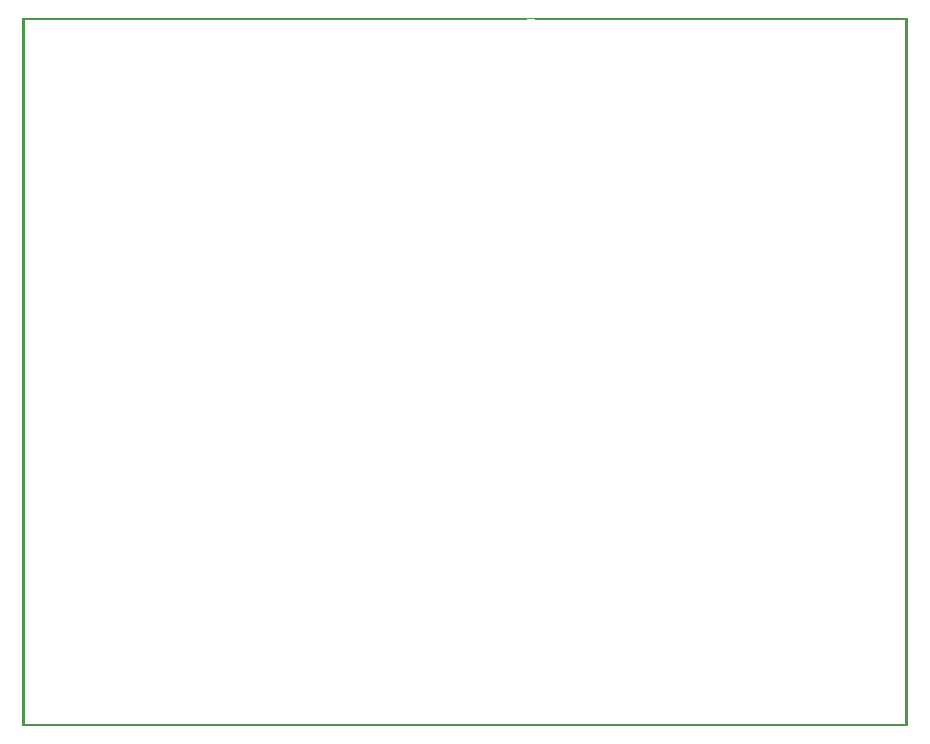
<source format=gbo>
G04 MADE WITH FRITZING*
G04 WWW.FRITZING.ORG*
G04 DOUBLE SIDED*
G04 HOLES PLATED*
G04 CONTOUR ON CENTER OF CONTOUR VECTOR*
%ASAXBY*%
%FSLAX23Y23*%
%MOIN*%
%OFA0B0*%
%SFA1.0B1.0*%
%ADD10R,0.001000X0.001000*%
%LNSILK0*%
G90*
G70*
G54D10*
X0Y2362D02*
X2951Y2362D01*
X0Y2361D02*
X2951Y2361D01*
X0Y2360D02*
X2951Y2360D01*
X0Y2359D02*
X2951Y2359D01*
X0Y2358D02*
X1692Y2358D01*
X1698Y2358D02*
X2951Y2358D01*
X0Y2357D02*
X1685Y2357D01*
X1705Y2357D02*
X2951Y2357D01*
X0Y2356D02*
X1681Y2356D01*
X1709Y2356D02*
X2951Y2356D01*
X0Y2355D02*
X1678Y2355D01*
X1712Y2355D02*
X2951Y2355D01*
X0Y2354D02*
X7Y2354D01*
X2944Y2354D02*
X2951Y2354D01*
X0Y2353D02*
X7Y2353D01*
X2944Y2353D02*
X2951Y2353D01*
X0Y2352D02*
X7Y2352D01*
X2944Y2352D02*
X2951Y2352D01*
X0Y2351D02*
X7Y2351D01*
X2944Y2351D02*
X2951Y2351D01*
X0Y2350D02*
X7Y2350D01*
X2944Y2350D02*
X2951Y2350D01*
X0Y2349D02*
X7Y2349D01*
X2944Y2349D02*
X2951Y2349D01*
X0Y2348D02*
X7Y2348D01*
X2944Y2348D02*
X2951Y2348D01*
X0Y2347D02*
X7Y2347D01*
X2944Y2347D02*
X2951Y2347D01*
X0Y2346D02*
X7Y2346D01*
X2944Y2346D02*
X2951Y2346D01*
X0Y2345D02*
X7Y2345D01*
X2944Y2345D02*
X2951Y2345D01*
X0Y2344D02*
X7Y2344D01*
X2944Y2344D02*
X2951Y2344D01*
X0Y2343D02*
X7Y2343D01*
X2944Y2343D02*
X2951Y2343D01*
X0Y2342D02*
X7Y2342D01*
X2944Y2342D02*
X2951Y2342D01*
X0Y2341D02*
X7Y2341D01*
X2944Y2341D02*
X2951Y2341D01*
X0Y2340D02*
X7Y2340D01*
X2944Y2340D02*
X2951Y2340D01*
X0Y2339D02*
X7Y2339D01*
X2944Y2339D02*
X2951Y2339D01*
X0Y2338D02*
X7Y2338D01*
X2944Y2338D02*
X2951Y2338D01*
X0Y2337D02*
X7Y2337D01*
X2944Y2337D02*
X2951Y2337D01*
X0Y2336D02*
X7Y2336D01*
X2944Y2336D02*
X2951Y2336D01*
X0Y2335D02*
X7Y2335D01*
X2944Y2335D02*
X2951Y2335D01*
X0Y2334D02*
X7Y2334D01*
X2944Y2334D02*
X2951Y2334D01*
X0Y2333D02*
X7Y2333D01*
X2944Y2333D02*
X2951Y2333D01*
X0Y2332D02*
X7Y2332D01*
X2944Y2332D02*
X2951Y2332D01*
X0Y2331D02*
X7Y2331D01*
X2944Y2331D02*
X2951Y2331D01*
X0Y2330D02*
X7Y2330D01*
X2944Y2330D02*
X2951Y2330D01*
X0Y2329D02*
X7Y2329D01*
X2944Y2329D02*
X2951Y2329D01*
X0Y2328D02*
X7Y2328D01*
X2944Y2328D02*
X2951Y2328D01*
X0Y2327D02*
X7Y2327D01*
X2944Y2327D02*
X2951Y2327D01*
X0Y2326D02*
X7Y2326D01*
X2944Y2326D02*
X2951Y2326D01*
X0Y2325D02*
X7Y2325D01*
X2944Y2325D02*
X2951Y2325D01*
X0Y2324D02*
X7Y2324D01*
X2944Y2324D02*
X2951Y2324D01*
X0Y2323D02*
X7Y2323D01*
X2944Y2323D02*
X2951Y2323D01*
X0Y2322D02*
X7Y2322D01*
X2944Y2322D02*
X2951Y2322D01*
X0Y2321D02*
X7Y2321D01*
X2944Y2321D02*
X2951Y2321D01*
X0Y2320D02*
X7Y2320D01*
X2944Y2320D02*
X2951Y2320D01*
X0Y2319D02*
X7Y2319D01*
X2944Y2319D02*
X2951Y2319D01*
X0Y2318D02*
X7Y2318D01*
X2944Y2318D02*
X2951Y2318D01*
X0Y2317D02*
X7Y2317D01*
X2944Y2317D02*
X2951Y2317D01*
X0Y2316D02*
X7Y2316D01*
X2944Y2316D02*
X2951Y2316D01*
X0Y2315D02*
X7Y2315D01*
X2944Y2315D02*
X2951Y2315D01*
X0Y2314D02*
X7Y2314D01*
X2944Y2314D02*
X2951Y2314D01*
X0Y2313D02*
X7Y2313D01*
X2944Y2313D02*
X2951Y2313D01*
X0Y2312D02*
X7Y2312D01*
X2944Y2312D02*
X2951Y2312D01*
X0Y2311D02*
X7Y2311D01*
X2944Y2311D02*
X2951Y2311D01*
X0Y2310D02*
X7Y2310D01*
X2944Y2310D02*
X2951Y2310D01*
X0Y2309D02*
X7Y2309D01*
X2944Y2309D02*
X2951Y2309D01*
X0Y2308D02*
X7Y2308D01*
X2944Y2308D02*
X2951Y2308D01*
X0Y2307D02*
X7Y2307D01*
X2944Y2307D02*
X2951Y2307D01*
X0Y2306D02*
X7Y2306D01*
X2944Y2306D02*
X2951Y2306D01*
X0Y2305D02*
X7Y2305D01*
X2944Y2305D02*
X2951Y2305D01*
X0Y2304D02*
X7Y2304D01*
X2944Y2304D02*
X2951Y2304D01*
X0Y2303D02*
X7Y2303D01*
X2944Y2303D02*
X2951Y2303D01*
X0Y2302D02*
X7Y2302D01*
X2944Y2302D02*
X2951Y2302D01*
X0Y2301D02*
X7Y2301D01*
X2944Y2301D02*
X2951Y2301D01*
X0Y2300D02*
X7Y2300D01*
X2944Y2300D02*
X2951Y2300D01*
X0Y2299D02*
X7Y2299D01*
X2944Y2299D02*
X2951Y2299D01*
X0Y2298D02*
X7Y2298D01*
X2944Y2298D02*
X2951Y2298D01*
X0Y2297D02*
X7Y2297D01*
X2944Y2297D02*
X2951Y2297D01*
X0Y2296D02*
X7Y2296D01*
X2944Y2296D02*
X2951Y2296D01*
X0Y2295D02*
X7Y2295D01*
X2944Y2295D02*
X2951Y2295D01*
X0Y2294D02*
X7Y2294D01*
X2944Y2294D02*
X2951Y2294D01*
X0Y2293D02*
X7Y2293D01*
X2944Y2293D02*
X2951Y2293D01*
X0Y2292D02*
X7Y2292D01*
X2944Y2292D02*
X2951Y2292D01*
X0Y2291D02*
X7Y2291D01*
X2944Y2291D02*
X2951Y2291D01*
X0Y2290D02*
X7Y2290D01*
X2944Y2290D02*
X2951Y2290D01*
X0Y2289D02*
X7Y2289D01*
X2944Y2289D02*
X2951Y2289D01*
X0Y2288D02*
X7Y2288D01*
X2944Y2288D02*
X2951Y2288D01*
X0Y2287D02*
X7Y2287D01*
X2944Y2287D02*
X2951Y2287D01*
X0Y2286D02*
X7Y2286D01*
X2944Y2286D02*
X2951Y2286D01*
X0Y2285D02*
X7Y2285D01*
X2944Y2285D02*
X2951Y2285D01*
X0Y2284D02*
X7Y2284D01*
X2944Y2284D02*
X2951Y2284D01*
X0Y2283D02*
X7Y2283D01*
X2944Y2283D02*
X2951Y2283D01*
X0Y2282D02*
X7Y2282D01*
X2944Y2282D02*
X2951Y2282D01*
X0Y2281D02*
X7Y2281D01*
X2944Y2281D02*
X2951Y2281D01*
X0Y2280D02*
X7Y2280D01*
X2944Y2280D02*
X2951Y2280D01*
X0Y2279D02*
X7Y2279D01*
X2944Y2279D02*
X2951Y2279D01*
X0Y2278D02*
X7Y2278D01*
X2944Y2278D02*
X2951Y2278D01*
X0Y2277D02*
X7Y2277D01*
X2944Y2277D02*
X2951Y2277D01*
X0Y2276D02*
X7Y2276D01*
X2944Y2276D02*
X2951Y2276D01*
X0Y2275D02*
X7Y2275D01*
X2944Y2275D02*
X2951Y2275D01*
X0Y2274D02*
X7Y2274D01*
X2944Y2274D02*
X2951Y2274D01*
X0Y2273D02*
X7Y2273D01*
X2944Y2273D02*
X2951Y2273D01*
X0Y2272D02*
X7Y2272D01*
X2944Y2272D02*
X2951Y2272D01*
X0Y2271D02*
X7Y2271D01*
X2944Y2271D02*
X2951Y2271D01*
X0Y2270D02*
X7Y2270D01*
X2944Y2270D02*
X2951Y2270D01*
X0Y2269D02*
X7Y2269D01*
X2944Y2269D02*
X2951Y2269D01*
X0Y2268D02*
X7Y2268D01*
X2944Y2268D02*
X2951Y2268D01*
X0Y2267D02*
X7Y2267D01*
X2944Y2267D02*
X2951Y2267D01*
X0Y2266D02*
X7Y2266D01*
X2944Y2266D02*
X2951Y2266D01*
X0Y2265D02*
X7Y2265D01*
X2944Y2265D02*
X2951Y2265D01*
X0Y2264D02*
X7Y2264D01*
X2944Y2264D02*
X2951Y2264D01*
X0Y2263D02*
X7Y2263D01*
X2944Y2263D02*
X2951Y2263D01*
X0Y2262D02*
X7Y2262D01*
X2944Y2262D02*
X2951Y2262D01*
X0Y2261D02*
X7Y2261D01*
X2944Y2261D02*
X2951Y2261D01*
X0Y2260D02*
X7Y2260D01*
X2944Y2260D02*
X2951Y2260D01*
X0Y2259D02*
X7Y2259D01*
X2944Y2259D02*
X2951Y2259D01*
X0Y2258D02*
X7Y2258D01*
X2944Y2258D02*
X2951Y2258D01*
X0Y2257D02*
X7Y2257D01*
X2944Y2257D02*
X2951Y2257D01*
X0Y2256D02*
X7Y2256D01*
X2944Y2256D02*
X2951Y2256D01*
X0Y2255D02*
X7Y2255D01*
X2944Y2255D02*
X2951Y2255D01*
X0Y2254D02*
X7Y2254D01*
X2944Y2254D02*
X2951Y2254D01*
X0Y2253D02*
X7Y2253D01*
X2944Y2253D02*
X2951Y2253D01*
X0Y2252D02*
X7Y2252D01*
X2944Y2252D02*
X2951Y2252D01*
X0Y2251D02*
X7Y2251D01*
X2944Y2251D02*
X2951Y2251D01*
X0Y2250D02*
X7Y2250D01*
X2944Y2250D02*
X2951Y2250D01*
X0Y2249D02*
X7Y2249D01*
X2944Y2249D02*
X2951Y2249D01*
X0Y2248D02*
X7Y2248D01*
X2944Y2248D02*
X2951Y2248D01*
X0Y2247D02*
X7Y2247D01*
X2944Y2247D02*
X2951Y2247D01*
X0Y2246D02*
X7Y2246D01*
X2944Y2246D02*
X2951Y2246D01*
X0Y2245D02*
X7Y2245D01*
X2944Y2245D02*
X2951Y2245D01*
X0Y2244D02*
X7Y2244D01*
X2944Y2244D02*
X2951Y2244D01*
X0Y2243D02*
X7Y2243D01*
X2944Y2243D02*
X2951Y2243D01*
X0Y2242D02*
X7Y2242D01*
X2944Y2242D02*
X2951Y2242D01*
X0Y2241D02*
X7Y2241D01*
X2944Y2241D02*
X2951Y2241D01*
X0Y2240D02*
X7Y2240D01*
X2944Y2240D02*
X2951Y2240D01*
X0Y2239D02*
X7Y2239D01*
X2944Y2239D02*
X2951Y2239D01*
X0Y2238D02*
X7Y2238D01*
X2944Y2238D02*
X2951Y2238D01*
X0Y2237D02*
X7Y2237D01*
X2944Y2237D02*
X2951Y2237D01*
X0Y2236D02*
X7Y2236D01*
X2944Y2236D02*
X2951Y2236D01*
X0Y2235D02*
X7Y2235D01*
X2944Y2235D02*
X2951Y2235D01*
X0Y2234D02*
X7Y2234D01*
X2944Y2234D02*
X2951Y2234D01*
X0Y2233D02*
X7Y2233D01*
X2944Y2233D02*
X2951Y2233D01*
X0Y2232D02*
X7Y2232D01*
X2944Y2232D02*
X2951Y2232D01*
X0Y2231D02*
X7Y2231D01*
X2944Y2231D02*
X2951Y2231D01*
X0Y2230D02*
X7Y2230D01*
X2944Y2230D02*
X2951Y2230D01*
X0Y2229D02*
X7Y2229D01*
X2944Y2229D02*
X2951Y2229D01*
X0Y2228D02*
X7Y2228D01*
X2944Y2228D02*
X2951Y2228D01*
X0Y2227D02*
X7Y2227D01*
X2944Y2227D02*
X2951Y2227D01*
X0Y2226D02*
X7Y2226D01*
X2944Y2226D02*
X2951Y2226D01*
X0Y2225D02*
X7Y2225D01*
X2944Y2225D02*
X2951Y2225D01*
X0Y2224D02*
X7Y2224D01*
X2944Y2224D02*
X2951Y2224D01*
X0Y2223D02*
X7Y2223D01*
X2944Y2223D02*
X2951Y2223D01*
X0Y2222D02*
X7Y2222D01*
X2944Y2222D02*
X2951Y2222D01*
X0Y2221D02*
X7Y2221D01*
X2944Y2221D02*
X2951Y2221D01*
X0Y2220D02*
X7Y2220D01*
X2944Y2220D02*
X2951Y2220D01*
X0Y2219D02*
X7Y2219D01*
X2944Y2219D02*
X2951Y2219D01*
X0Y2218D02*
X7Y2218D01*
X2944Y2218D02*
X2951Y2218D01*
X0Y2217D02*
X7Y2217D01*
X2944Y2217D02*
X2951Y2217D01*
X0Y2216D02*
X7Y2216D01*
X2944Y2216D02*
X2951Y2216D01*
X0Y2215D02*
X7Y2215D01*
X2944Y2215D02*
X2951Y2215D01*
X0Y2214D02*
X7Y2214D01*
X2944Y2214D02*
X2951Y2214D01*
X0Y2213D02*
X7Y2213D01*
X2944Y2213D02*
X2951Y2213D01*
X0Y2212D02*
X7Y2212D01*
X2944Y2212D02*
X2951Y2212D01*
X0Y2211D02*
X7Y2211D01*
X2944Y2211D02*
X2951Y2211D01*
X0Y2210D02*
X7Y2210D01*
X2944Y2210D02*
X2951Y2210D01*
X0Y2209D02*
X7Y2209D01*
X2944Y2209D02*
X2951Y2209D01*
X0Y2208D02*
X7Y2208D01*
X2944Y2208D02*
X2951Y2208D01*
X0Y2207D02*
X7Y2207D01*
X2944Y2207D02*
X2951Y2207D01*
X0Y2206D02*
X7Y2206D01*
X2944Y2206D02*
X2951Y2206D01*
X0Y2205D02*
X7Y2205D01*
X2944Y2205D02*
X2951Y2205D01*
X0Y2204D02*
X7Y2204D01*
X2944Y2204D02*
X2951Y2204D01*
X0Y2203D02*
X7Y2203D01*
X2944Y2203D02*
X2951Y2203D01*
X0Y2202D02*
X7Y2202D01*
X2944Y2202D02*
X2951Y2202D01*
X0Y2201D02*
X7Y2201D01*
X2944Y2201D02*
X2951Y2201D01*
X0Y2200D02*
X7Y2200D01*
X2944Y2200D02*
X2951Y2200D01*
X0Y2199D02*
X7Y2199D01*
X2944Y2199D02*
X2951Y2199D01*
X0Y2198D02*
X7Y2198D01*
X2944Y2198D02*
X2951Y2198D01*
X0Y2197D02*
X7Y2197D01*
X2944Y2197D02*
X2951Y2197D01*
X0Y2196D02*
X7Y2196D01*
X2944Y2196D02*
X2951Y2196D01*
X0Y2195D02*
X7Y2195D01*
X2944Y2195D02*
X2951Y2195D01*
X0Y2194D02*
X7Y2194D01*
X2944Y2194D02*
X2951Y2194D01*
X0Y2193D02*
X7Y2193D01*
X2944Y2193D02*
X2951Y2193D01*
X0Y2192D02*
X7Y2192D01*
X2944Y2192D02*
X2951Y2192D01*
X0Y2191D02*
X7Y2191D01*
X2944Y2191D02*
X2951Y2191D01*
X0Y2190D02*
X7Y2190D01*
X2944Y2190D02*
X2951Y2190D01*
X0Y2189D02*
X7Y2189D01*
X2944Y2189D02*
X2951Y2189D01*
X0Y2188D02*
X7Y2188D01*
X2944Y2188D02*
X2951Y2188D01*
X0Y2187D02*
X7Y2187D01*
X2944Y2187D02*
X2951Y2187D01*
X0Y2186D02*
X7Y2186D01*
X2944Y2186D02*
X2951Y2186D01*
X0Y2185D02*
X7Y2185D01*
X2944Y2185D02*
X2951Y2185D01*
X0Y2184D02*
X7Y2184D01*
X2944Y2184D02*
X2951Y2184D01*
X0Y2183D02*
X7Y2183D01*
X2944Y2183D02*
X2951Y2183D01*
X0Y2182D02*
X7Y2182D01*
X2944Y2182D02*
X2951Y2182D01*
X0Y2181D02*
X7Y2181D01*
X2944Y2181D02*
X2951Y2181D01*
X0Y2180D02*
X7Y2180D01*
X2944Y2180D02*
X2951Y2180D01*
X0Y2179D02*
X7Y2179D01*
X2944Y2179D02*
X2951Y2179D01*
X0Y2178D02*
X7Y2178D01*
X2944Y2178D02*
X2951Y2178D01*
X0Y2177D02*
X7Y2177D01*
X2944Y2177D02*
X2951Y2177D01*
X0Y2176D02*
X7Y2176D01*
X2944Y2176D02*
X2951Y2176D01*
X0Y2175D02*
X7Y2175D01*
X2944Y2175D02*
X2951Y2175D01*
X0Y2174D02*
X7Y2174D01*
X2944Y2174D02*
X2951Y2174D01*
X0Y2173D02*
X7Y2173D01*
X2944Y2173D02*
X2951Y2173D01*
X0Y2172D02*
X7Y2172D01*
X2944Y2172D02*
X2951Y2172D01*
X0Y2171D02*
X7Y2171D01*
X2944Y2171D02*
X2951Y2171D01*
X0Y2170D02*
X7Y2170D01*
X2944Y2170D02*
X2951Y2170D01*
X0Y2169D02*
X7Y2169D01*
X2944Y2169D02*
X2951Y2169D01*
X0Y2168D02*
X7Y2168D01*
X2944Y2168D02*
X2951Y2168D01*
X0Y2167D02*
X7Y2167D01*
X2944Y2167D02*
X2951Y2167D01*
X0Y2166D02*
X7Y2166D01*
X2944Y2166D02*
X2951Y2166D01*
X0Y2165D02*
X7Y2165D01*
X2944Y2165D02*
X2951Y2165D01*
X0Y2164D02*
X7Y2164D01*
X2944Y2164D02*
X2951Y2164D01*
X0Y2163D02*
X7Y2163D01*
X2944Y2163D02*
X2951Y2163D01*
X0Y2162D02*
X7Y2162D01*
X2944Y2162D02*
X2951Y2162D01*
X0Y2161D02*
X7Y2161D01*
X2944Y2161D02*
X2951Y2161D01*
X0Y2160D02*
X7Y2160D01*
X2944Y2160D02*
X2951Y2160D01*
X0Y2159D02*
X7Y2159D01*
X2944Y2159D02*
X2951Y2159D01*
X0Y2158D02*
X7Y2158D01*
X2944Y2158D02*
X2951Y2158D01*
X0Y2157D02*
X7Y2157D01*
X2944Y2157D02*
X2951Y2157D01*
X0Y2156D02*
X7Y2156D01*
X2944Y2156D02*
X2951Y2156D01*
X0Y2155D02*
X7Y2155D01*
X2944Y2155D02*
X2951Y2155D01*
X0Y2154D02*
X7Y2154D01*
X2944Y2154D02*
X2951Y2154D01*
X0Y2153D02*
X7Y2153D01*
X2944Y2153D02*
X2951Y2153D01*
X0Y2152D02*
X7Y2152D01*
X2944Y2152D02*
X2951Y2152D01*
X0Y2151D02*
X7Y2151D01*
X2944Y2151D02*
X2951Y2151D01*
X0Y2150D02*
X7Y2150D01*
X2944Y2150D02*
X2951Y2150D01*
X0Y2149D02*
X7Y2149D01*
X2944Y2149D02*
X2951Y2149D01*
X0Y2148D02*
X7Y2148D01*
X2944Y2148D02*
X2951Y2148D01*
X0Y2147D02*
X7Y2147D01*
X2944Y2147D02*
X2951Y2147D01*
X0Y2146D02*
X7Y2146D01*
X2944Y2146D02*
X2951Y2146D01*
X0Y2145D02*
X7Y2145D01*
X2944Y2145D02*
X2951Y2145D01*
X0Y2144D02*
X7Y2144D01*
X2944Y2144D02*
X2951Y2144D01*
X0Y2143D02*
X7Y2143D01*
X2944Y2143D02*
X2951Y2143D01*
X0Y2142D02*
X7Y2142D01*
X2944Y2142D02*
X2951Y2142D01*
X0Y2141D02*
X7Y2141D01*
X2944Y2141D02*
X2951Y2141D01*
X0Y2140D02*
X7Y2140D01*
X2944Y2140D02*
X2951Y2140D01*
X0Y2139D02*
X7Y2139D01*
X2944Y2139D02*
X2951Y2139D01*
X0Y2138D02*
X7Y2138D01*
X2944Y2138D02*
X2951Y2138D01*
X0Y2137D02*
X7Y2137D01*
X2944Y2137D02*
X2951Y2137D01*
X0Y2136D02*
X7Y2136D01*
X2944Y2136D02*
X2951Y2136D01*
X0Y2135D02*
X7Y2135D01*
X2944Y2135D02*
X2951Y2135D01*
X0Y2134D02*
X7Y2134D01*
X2944Y2134D02*
X2951Y2134D01*
X0Y2133D02*
X7Y2133D01*
X2944Y2133D02*
X2951Y2133D01*
X0Y2132D02*
X7Y2132D01*
X2944Y2132D02*
X2951Y2132D01*
X0Y2131D02*
X7Y2131D01*
X2944Y2131D02*
X2951Y2131D01*
X0Y2130D02*
X7Y2130D01*
X2944Y2130D02*
X2951Y2130D01*
X0Y2129D02*
X7Y2129D01*
X2944Y2129D02*
X2951Y2129D01*
X0Y2128D02*
X7Y2128D01*
X2944Y2128D02*
X2951Y2128D01*
X0Y2127D02*
X7Y2127D01*
X2944Y2127D02*
X2951Y2127D01*
X0Y2126D02*
X7Y2126D01*
X2944Y2126D02*
X2951Y2126D01*
X0Y2125D02*
X7Y2125D01*
X2944Y2125D02*
X2951Y2125D01*
X0Y2124D02*
X7Y2124D01*
X2944Y2124D02*
X2951Y2124D01*
X0Y2123D02*
X7Y2123D01*
X2944Y2123D02*
X2951Y2123D01*
X0Y2122D02*
X7Y2122D01*
X2944Y2122D02*
X2951Y2122D01*
X0Y2121D02*
X7Y2121D01*
X2944Y2121D02*
X2951Y2121D01*
X0Y2120D02*
X7Y2120D01*
X2944Y2120D02*
X2951Y2120D01*
X0Y2119D02*
X7Y2119D01*
X2944Y2119D02*
X2951Y2119D01*
X0Y2118D02*
X7Y2118D01*
X2944Y2118D02*
X2951Y2118D01*
X0Y2117D02*
X7Y2117D01*
X2944Y2117D02*
X2951Y2117D01*
X0Y2116D02*
X7Y2116D01*
X2944Y2116D02*
X2951Y2116D01*
X0Y2115D02*
X7Y2115D01*
X2944Y2115D02*
X2951Y2115D01*
X0Y2114D02*
X7Y2114D01*
X2944Y2114D02*
X2951Y2114D01*
X0Y2113D02*
X7Y2113D01*
X2944Y2113D02*
X2951Y2113D01*
X0Y2112D02*
X7Y2112D01*
X2944Y2112D02*
X2951Y2112D01*
X0Y2111D02*
X7Y2111D01*
X2944Y2111D02*
X2951Y2111D01*
X0Y2110D02*
X7Y2110D01*
X2944Y2110D02*
X2951Y2110D01*
X0Y2109D02*
X7Y2109D01*
X2944Y2109D02*
X2951Y2109D01*
X0Y2108D02*
X7Y2108D01*
X2944Y2108D02*
X2951Y2108D01*
X0Y2107D02*
X7Y2107D01*
X2944Y2107D02*
X2951Y2107D01*
X0Y2106D02*
X7Y2106D01*
X2944Y2106D02*
X2951Y2106D01*
X0Y2105D02*
X7Y2105D01*
X2944Y2105D02*
X2951Y2105D01*
X0Y2104D02*
X7Y2104D01*
X2944Y2104D02*
X2951Y2104D01*
X0Y2103D02*
X7Y2103D01*
X2944Y2103D02*
X2951Y2103D01*
X0Y2102D02*
X7Y2102D01*
X2944Y2102D02*
X2951Y2102D01*
X0Y2101D02*
X7Y2101D01*
X2944Y2101D02*
X2951Y2101D01*
X0Y2100D02*
X7Y2100D01*
X2944Y2100D02*
X2951Y2100D01*
X0Y2099D02*
X7Y2099D01*
X2944Y2099D02*
X2951Y2099D01*
X0Y2098D02*
X7Y2098D01*
X2944Y2098D02*
X2951Y2098D01*
X0Y2097D02*
X7Y2097D01*
X2944Y2097D02*
X2951Y2097D01*
X0Y2096D02*
X7Y2096D01*
X2944Y2096D02*
X2951Y2096D01*
X0Y2095D02*
X7Y2095D01*
X2944Y2095D02*
X2951Y2095D01*
X0Y2094D02*
X7Y2094D01*
X2944Y2094D02*
X2951Y2094D01*
X0Y2093D02*
X7Y2093D01*
X2944Y2093D02*
X2951Y2093D01*
X0Y2092D02*
X7Y2092D01*
X2944Y2092D02*
X2951Y2092D01*
X0Y2091D02*
X7Y2091D01*
X2944Y2091D02*
X2951Y2091D01*
X0Y2090D02*
X7Y2090D01*
X2944Y2090D02*
X2951Y2090D01*
X0Y2089D02*
X7Y2089D01*
X2944Y2089D02*
X2951Y2089D01*
X0Y2088D02*
X7Y2088D01*
X2944Y2088D02*
X2951Y2088D01*
X0Y2087D02*
X7Y2087D01*
X2944Y2087D02*
X2951Y2087D01*
X0Y2086D02*
X7Y2086D01*
X2944Y2086D02*
X2951Y2086D01*
X0Y2085D02*
X7Y2085D01*
X2944Y2085D02*
X2951Y2085D01*
X0Y2084D02*
X7Y2084D01*
X2944Y2084D02*
X2951Y2084D01*
X0Y2083D02*
X7Y2083D01*
X2944Y2083D02*
X2951Y2083D01*
X0Y2082D02*
X7Y2082D01*
X2944Y2082D02*
X2951Y2082D01*
X0Y2081D02*
X7Y2081D01*
X2944Y2081D02*
X2951Y2081D01*
X0Y2080D02*
X7Y2080D01*
X2944Y2080D02*
X2951Y2080D01*
X0Y2079D02*
X7Y2079D01*
X2944Y2079D02*
X2951Y2079D01*
X0Y2078D02*
X7Y2078D01*
X2944Y2078D02*
X2951Y2078D01*
X0Y2077D02*
X7Y2077D01*
X2944Y2077D02*
X2951Y2077D01*
X0Y2076D02*
X7Y2076D01*
X2944Y2076D02*
X2951Y2076D01*
X0Y2075D02*
X7Y2075D01*
X2944Y2075D02*
X2951Y2075D01*
X0Y2074D02*
X7Y2074D01*
X2944Y2074D02*
X2951Y2074D01*
X0Y2073D02*
X7Y2073D01*
X2944Y2073D02*
X2951Y2073D01*
X0Y2072D02*
X7Y2072D01*
X2944Y2072D02*
X2951Y2072D01*
X0Y2071D02*
X7Y2071D01*
X2944Y2071D02*
X2951Y2071D01*
X0Y2070D02*
X7Y2070D01*
X2944Y2070D02*
X2951Y2070D01*
X0Y2069D02*
X7Y2069D01*
X2944Y2069D02*
X2951Y2069D01*
X0Y2068D02*
X7Y2068D01*
X2944Y2068D02*
X2951Y2068D01*
X0Y2067D02*
X7Y2067D01*
X2944Y2067D02*
X2951Y2067D01*
X0Y2066D02*
X7Y2066D01*
X2944Y2066D02*
X2951Y2066D01*
X0Y2065D02*
X7Y2065D01*
X2944Y2065D02*
X2951Y2065D01*
X0Y2064D02*
X7Y2064D01*
X2944Y2064D02*
X2951Y2064D01*
X0Y2063D02*
X7Y2063D01*
X2944Y2063D02*
X2951Y2063D01*
X0Y2062D02*
X7Y2062D01*
X2944Y2062D02*
X2951Y2062D01*
X0Y2061D02*
X7Y2061D01*
X2944Y2061D02*
X2951Y2061D01*
X0Y2060D02*
X7Y2060D01*
X2944Y2060D02*
X2951Y2060D01*
X0Y2059D02*
X7Y2059D01*
X2944Y2059D02*
X2951Y2059D01*
X0Y2058D02*
X7Y2058D01*
X2944Y2058D02*
X2951Y2058D01*
X0Y2057D02*
X7Y2057D01*
X2944Y2057D02*
X2951Y2057D01*
X0Y2056D02*
X7Y2056D01*
X2944Y2056D02*
X2951Y2056D01*
X0Y2055D02*
X7Y2055D01*
X2944Y2055D02*
X2951Y2055D01*
X0Y2054D02*
X7Y2054D01*
X2944Y2054D02*
X2951Y2054D01*
X0Y2053D02*
X7Y2053D01*
X2944Y2053D02*
X2951Y2053D01*
X0Y2052D02*
X7Y2052D01*
X2944Y2052D02*
X2951Y2052D01*
X0Y2051D02*
X7Y2051D01*
X2944Y2051D02*
X2951Y2051D01*
X0Y2050D02*
X7Y2050D01*
X2944Y2050D02*
X2951Y2050D01*
X0Y2049D02*
X7Y2049D01*
X2944Y2049D02*
X2951Y2049D01*
X0Y2048D02*
X7Y2048D01*
X2944Y2048D02*
X2951Y2048D01*
X0Y2047D02*
X7Y2047D01*
X2944Y2047D02*
X2951Y2047D01*
X0Y2046D02*
X7Y2046D01*
X2944Y2046D02*
X2951Y2046D01*
X0Y2045D02*
X7Y2045D01*
X2944Y2045D02*
X2951Y2045D01*
X0Y2044D02*
X7Y2044D01*
X2944Y2044D02*
X2951Y2044D01*
X0Y2043D02*
X7Y2043D01*
X2944Y2043D02*
X2951Y2043D01*
X0Y2042D02*
X7Y2042D01*
X2944Y2042D02*
X2951Y2042D01*
X0Y2041D02*
X7Y2041D01*
X2944Y2041D02*
X2951Y2041D01*
X0Y2040D02*
X7Y2040D01*
X2944Y2040D02*
X2951Y2040D01*
X0Y2039D02*
X7Y2039D01*
X2944Y2039D02*
X2951Y2039D01*
X0Y2038D02*
X7Y2038D01*
X2944Y2038D02*
X2951Y2038D01*
X0Y2037D02*
X7Y2037D01*
X2944Y2037D02*
X2951Y2037D01*
X0Y2036D02*
X7Y2036D01*
X2944Y2036D02*
X2951Y2036D01*
X0Y2035D02*
X7Y2035D01*
X2944Y2035D02*
X2951Y2035D01*
X0Y2034D02*
X7Y2034D01*
X2944Y2034D02*
X2951Y2034D01*
X0Y2033D02*
X7Y2033D01*
X2944Y2033D02*
X2951Y2033D01*
X0Y2032D02*
X7Y2032D01*
X2944Y2032D02*
X2951Y2032D01*
X0Y2031D02*
X7Y2031D01*
X2944Y2031D02*
X2951Y2031D01*
X0Y2030D02*
X7Y2030D01*
X2944Y2030D02*
X2951Y2030D01*
X0Y2029D02*
X7Y2029D01*
X2944Y2029D02*
X2951Y2029D01*
X0Y2028D02*
X7Y2028D01*
X2944Y2028D02*
X2951Y2028D01*
X0Y2027D02*
X7Y2027D01*
X2944Y2027D02*
X2951Y2027D01*
X0Y2026D02*
X7Y2026D01*
X2944Y2026D02*
X2951Y2026D01*
X0Y2025D02*
X7Y2025D01*
X2944Y2025D02*
X2951Y2025D01*
X0Y2024D02*
X7Y2024D01*
X2944Y2024D02*
X2951Y2024D01*
X0Y2023D02*
X7Y2023D01*
X2944Y2023D02*
X2951Y2023D01*
X0Y2022D02*
X7Y2022D01*
X2944Y2022D02*
X2951Y2022D01*
X0Y2021D02*
X7Y2021D01*
X2944Y2021D02*
X2951Y2021D01*
X0Y2020D02*
X7Y2020D01*
X2944Y2020D02*
X2951Y2020D01*
X0Y2019D02*
X7Y2019D01*
X2944Y2019D02*
X2951Y2019D01*
X0Y2018D02*
X7Y2018D01*
X2944Y2018D02*
X2951Y2018D01*
X0Y2017D02*
X7Y2017D01*
X2944Y2017D02*
X2951Y2017D01*
X0Y2016D02*
X7Y2016D01*
X2944Y2016D02*
X2951Y2016D01*
X0Y2015D02*
X7Y2015D01*
X2944Y2015D02*
X2951Y2015D01*
X0Y2014D02*
X7Y2014D01*
X2944Y2014D02*
X2951Y2014D01*
X0Y2013D02*
X7Y2013D01*
X2944Y2013D02*
X2951Y2013D01*
X0Y2012D02*
X7Y2012D01*
X2944Y2012D02*
X2951Y2012D01*
X0Y2011D02*
X7Y2011D01*
X2944Y2011D02*
X2951Y2011D01*
X0Y2010D02*
X7Y2010D01*
X2944Y2010D02*
X2951Y2010D01*
X0Y2009D02*
X7Y2009D01*
X2944Y2009D02*
X2951Y2009D01*
X0Y2008D02*
X7Y2008D01*
X2944Y2008D02*
X2951Y2008D01*
X0Y2007D02*
X7Y2007D01*
X2944Y2007D02*
X2951Y2007D01*
X0Y2006D02*
X7Y2006D01*
X2944Y2006D02*
X2951Y2006D01*
X0Y2005D02*
X7Y2005D01*
X2944Y2005D02*
X2951Y2005D01*
X0Y2004D02*
X7Y2004D01*
X2944Y2004D02*
X2951Y2004D01*
X0Y2003D02*
X7Y2003D01*
X2944Y2003D02*
X2951Y2003D01*
X0Y2002D02*
X7Y2002D01*
X2944Y2002D02*
X2951Y2002D01*
X0Y2001D02*
X7Y2001D01*
X2944Y2001D02*
X2951Y2001D01*
X0Y2000D02*
X7Y2000D01*
X2944Y2000D02*
X2951Y2000D01*
X0Y1999D02*
X7Y1999D01*
X2944Y1999D02*
X2951Y1999D01*
X0Y1998D02*
X7Y1998D01*
X2944Y1998D02*
X2951Y1998D01*
X0Y1997D02*
X7Y1997D01*
X2944Y1997D02*
X2951Y1997D01*
X0Y1996D02*
X7Y1996D01*
X2944Y1996D02*
X2951Y1996D01*
X0Y1995D02*
X7Y1995D01*
X2944Y1995D02*
X2951Y1995D01*
X0Y1994D02*
X7Y1994D01*
X2944Y1994D02*
X2951Y1994D01*
X0Y1993D02*
X7Y1993D01*
X2944Y1993D02*
X2951Y1993D01*
X0Y1992D02*
X7Y1992D01*
X2944Y1992D02*
X2951Y1992D01*
X0Y1991D02*
X7Y1991D01*
X2944Y1991D02*
X2951Y1991D01*
X0Y1990D02*
X7Y1990D01*
X2944Y1990D02*
X2951Y1990D01*
X0Y1989D02*
X7Y1989D01*
X2944Y1989D02*
X2951Y1989D01*
X0Y1988D02*
X7Y1988D01*
X2944Y1988D02*
X2951Y1988D01*
X0Y1987D02*
X7Y1987D01*
X2944Y1987D02*
X2951Y1987D01*
X0Y1986D02*
X7Y1986D01*
X2944Y1986D02*
X2951Y1986D01*
X0Y1985D02*
X7Y1985D01*
X2944Y1985D02*
X2951Y1985D01*
X0Y1984D02*
X7Y1984D01*
X2944Y1984D02*
X2951Y1984D01*
X0Y1983D02*
X7Y1983D01*
X2944Y1983D02*
X2951Y1983D01*
X0Y1982D02*
X7Y1982D01*
X2944Y1982D02*
X2951Y1982D01*
X0Y1981D02*
X7Y1981D01*
X2944Y1981D02*
X2951Y1981D01*
X0Y1980D02*
X7Y1980D01*
X2944Y1980D02*
X2951Y1980D01*
X0Y1979D02*
X7Y1979D01*
X2944Y1979D02*
X2951Y1979D01*
X0Y1978D02*
X7Y1978D01*
X2944Y1978D02*
X2951Y1978D01*
X0Y1977D02*
X7Y1977D01*
X2944Y1977D02*
X2951Y1977D01*
X0Y1976D02*
X7Y1976D01*
X2944Y1976D02*
X2951Y1976D01*
X0Y1975D02*
X7Y1975D01*
X2944Y1975D02*
X2951Y1975D01*
X0Y1974D02*
X7Y1974D01*
X2944Y1974D02*
X2951Y1974D01*
X0Y1973D02*
X7Y1973D01*
X2944Y1973D02*
X2951Y1973D01*
X0Y1972D02*
X7Y1972D01*
X2944Y1972D02*
X2951Y1972D01*
X0Y1971D02*
X7Y1971D01*
X2944Y1971D02*
X2951Y1971D01*
X0Y1970D02*
X7Y1970D01*
X2944Y1970D02*
X2951Y1970D01*
X0Y1969D02*
X7Y1969D01*
X2944Y1969D02*
X2951Y1969D01*
X0Y1968D02*
X7Y1968D01*
X2944Y1968D02*
X2951Y1968D01*
X0Y1967D02*
X7Y1967D01*
X2944Y1967D02*
X2951Y1967D01*
X0Y1966D02*
X7Y1966D01*
X2944Y1966D02*
X2951Y1966D01*
X0Y1965D02*
X7Y1965D01*
X2944Y1965D02*
X2951Y1965D01*
X0Y1964D02*
X7Y1964D01*
X2944Y1964D02*
X2951Y1964D01*
X0Y1963D02*
X7Y1963D01*
X2944Y1963D02*
X2951Y1963D01*
X0Y1962D02*
X7Y1962D01*
X2944Y1962D02*
X2951Y1962D01*
X0Y1961D02*
X7Y1961D01*
X2944Y1961D02*
X2951Y1961D01*
X0Y1960D02*
X7Y1960D01*
X2944Y1960D02*
X2951Y1960D01*
X0Y1959D02*
X7Y1959D01*
X2944Y1959D02*
X2951Y1959D01*
X0Y1958D02*
X7Y1958D01*
X2944Y1958D02*
X2951Y1958D01*
X0Y1957D02*
X7Y1957D01*
X2944Y1957D02*
X2951Y1957D01*
X0Y1956D02*
X7Y1956D01*
X2944Y1956D02*
X2951Y1956D01*
X0Y1955D02*
X7Y1955D01*
X2944Y1955D02*
X2951Y1955D01*
X0Y1954D02*
X7Y1954D01*
X2944Y1954D02*
X2951Y1954D01*
X0Y1953D02*
X7Y1953D01*
X2944Y1953D02*
X2951Y1953D01*
X0Y1952D02*
X7Y1952D01*
X2944Y1952D02*
X2951Y1952D01*
X0Y1951D02*
X7Y1951D01*
X2944Y1951D02*
X2951Y1951D01*
X0Y1950D02*
X7Y1950D01*
X2944Y1950D02*
X2951Y1950D01*
X0Y1949D02*
X7Y1949D01*
X2944Y1949D02*
X2951Y1949D01*
X0Y1948D02*
X7Y1948D01*
X2944Y1948D02*
X2951Y1948D01*
X0Y1947D02*
X7Y1947D01*
X2944Y1947D02*
X2951Y1947D01*
X0Y1946D02*
X7Y1946D01*
X2944Y1946D02*
X2951Y1946D01*
X0Y1945D02*
X7Y1945D01*
X2944Y1945D02*
X2951Y1945D01*
X0Y1944D02*
X7Y1944D01*
X2944Y1944D02*
X2951Y1944D01*
X0Y1943D02*
X7Y1943D01*
X2944Y1943D02*
X2951Y1943D01*
X0Y1942D02*
X7Y1942D01*
X2944Y1942D02*
X2951Y1942D01*
X0Y1941D02*
X7Y1941D01*
X2944Y1941D02*
X2951Y1941D01*
X0Y1940D02*
X7Y1940D01*
X2944Y1940D02*
X2951Y1940D01*
X0Y1939D02*
X7Y1939D01*
X2944Y1939D02*
X2951Y1939D01*
X0Y1938D02*
X7Y1938D01*
X2944Y1938D02*
X2951Y1938D01*
X0Y1937D02*
X7Y1937D01*
X2944Y1937D02*
X2951Y1937D01*
X0Y1936D02*
X7Y1936D01*
X2944Y1936D02*
X2951Y1936D01*
X0Y1935D02*
X7Y1935D01*
X2944Y1935D02*
X2951Y1935D01*
X0Y1934D02*
X7Y1934D01*
X2944Y1934D02*
X2951Y1934D01*
X0Y1933D02*
X7Y1933D01*
X2944Y1933D02*
X2951Y1933D01*
X0Y1932D02*
X7Y1932D01*
X2944Y1932D02*
X2951Y1932D01*
X0Y1931D02*
X7Y1931D01*
X2944Y1931D02*
X2951Y1931D01*
X0Y1930D02*
X7Y1930D01*
X2944Y1930D02*
X2951Y1930D01*
X0Y1929D02*
X7Y1929D01*
X2944Y1929D02*
X2951Y1929D01*
X0Y1928D02*
X7Y1928D01*
X2944Y1928D02*
X2951Y1928D01*
X0Y1927D02*
X7Y1927D01*
X2944Y1927D02*
X2951Y1927D01*
X0Y1926D02*
X7Y1926D01*
X2944Y1926D02*
X2951Y1926D01*
X0Y1925D02*
X7Y1925D01*
X2944Y1925D02*
X2951Y1925D01*
X0Y1924D02*
X7Y1924D01*
X2944Y1924D02*
X2951Y1924D01*
X0Y1923D02*
X7Y1923D01*
X2944Y1923D02*
X2951Y1923D01*
X0Y1922D02*
X7Y1922D01*
X2944Y1922D02*
X2951Y1922D01*
X0Y1921D02*
X7Y1921D01*
X2944Y1921D02*
X2951Y1921D01*
X0Y1920D02*
X7Y1920D01*
X2944Y1920D02*
X2951Y1920D01*
X0Y1919D02*
X7Y1919D01*
X2944Y1919D02*
X2951Y1919D01*
X0Y1918D02*
X7Y1918D01*
X2944Y1918D02*
X2951Y1918D01*
X0Y1917D02*
X7Y1917D01*
X2944Y1917D02*
X2951Y1917D01*
X0Y1916D02*
X7Y1916D01*
X2944Y1916D02*
X2951Y1916D01*
X0Y1915D02*
X7Y1915D01*
X2944Y1915D02*
X2951Y1915D01*
X0Y1914D02*
X7Y1914D01*
X2944Y1914D02*
X2951Y1914D01*
X0Y1913D02*
X7Y1913D01*
X2944Y1913D02*
X2951Y1913D01*
X0Y1912D02*
X7Y1912D01*
X2944Y1912D02*
X2951Y1912D01*
X0Y1911D02*
X7Y1911D01*
X2944Y1911D02*
X2951Y1911D01*
X0Y1910D02*
X7Y1910D01*
X2944Y1910D02*
X2951Y1910D01*
X0Y1909D02*
X7Y1909D01*
X2944Y1909D02*
X2951Y1909D01*
X0Y1908D02*
X7Y1908D01*
X2944Y1908D02*
X2951Y1908D01*
X0Y1907D02*
X7Y1907D01*
X2944Y1907D02*
X2951Y1907D01*
X0Y1906D02*
X7Y1906D01*
X2944Y1906D02*
X2951Y1906D01*
X0Y1905D02*
X7Y1905D01*
X2944Y1905D02*
X2951Y1905D01*
X0Y1904D02*
X7Y1904D01*
X2944Y1904D02*
X2951Y1904D01*
X0Y1903D02*
X7Y1903D01*
X2944Y1903D02*
X2951Y1903D01*
X0Y1902D02*
X7Y1902D01*
X2944Y1902D02*
X2951Y1902D01*
X0Y1901D02*
X7Y1901D01*
X2944Y1901D02*
X2951Y1901D01*
X0Y1900D02*
X7Y1900D01*
X2944Y1900D02*
X2951Y1900D01*
X0Y1899D02*
X7Y1899D01*
X2944Y1899D02*
X2951Y1899D01*
X0Y1898D02*
X7Y1898D01*
X2944Y1898D02*
X2951Y1898D01*
X0Y1897D02*
X7Y1897D01*
X2944Y1897D02*
X2951Y1897D01*
X0Y1896D02*
X7Y1896D01*
X2944Y1896D02*
X2951Y1896D01*
X0Y1895D02*
X7Y1895D01*
X2944Y1895D02*
X2951Y1895D01*
X0Y1894D02*
X7Y1894D01*
X2944Y1894D02*
X2951Y1894D01*
X0Y1893D02*
X7Y1893D01*
X2944Y1893D02*
X2951Y1893D01*
X0Y1892D02*
X7Y1892D01*
X2944Y1892D02*
X2951Y1892D01*
X0Y1891D02*
X7Y1891D01*
X2944Y1891D02*
X2951Y1891D01*
X0Y1890D02*
X7Y1890D01*
X2944Y1890D02*
X2951Y1890D01*
X0Y1889D02*
X7Y1889D01*
X2944Y1889D02*
X2951Y1889D01*
X0Y1888D02*
X7Y1888D01*
X2944Y1888D02*
X2951Y1888D01*
X0Y1887D02*
X7Y1887D01*
X2944Y1887D02*
X2951Y1887D01*
X0Y1886D02*
X7Y1886D01*
X2944Y1886D02*
X2951Y1886D01*
X0Y1885D02*
X7Y1885D01*
X2944Y1885D02*
X2951Y1885D01*
X0Y1884D02*
X7Y1884D01*
X2944Y1884D02*
X2951Y1884D01*
X0Y1883D02*
X7Y1883D01*
X2944Y1883D02*
X2951Y1883D01*
X0Y1882D02*
X7Y1882D01*
X2944Y1882D02*
X2951Y1882D01*
X0Y1881D02*
X7Y1881D01*
X2944Y1881D02*
X2951Y1881D01*
X0Y1880D02*
X7Y1880D01*
X2944Y1880D02*
X2951Y1880D01*
X0Y1879D02*
X7Y1879D01*
X2944Y1879D02*
X2951Y1879D01*
X0Y1878D02*
X7Y1878D01*
X2944Y1878D02*
X2951Y1878D01*
X0Y1877D02*
X7Y1877D01*
X2944Y1877D02*
X2951Y1877D01*
X0Y1876D02*
X7Y1876D01*
X2944Y1876D02*
X2951Y1876D01*
X0Y1875D02*
X7Y1875D01*
X2944Y1875D02*
X2951Y1875D01*
X0Y1874D02*
X7Y1874D01*
X2944Y1874D02*
X2951Y1874D01*
X0Y1873D02*
X7Y1873D01*
X2944Y1873D02*
X2951Y1873D01*
X0Y1872D02*
X7Y1872D01*
X2944Y1872D02*
X2951Y1872D01*
X0Y1871D02*
X7Y1871D01*
X2944Y1871D02*
X2951Y1871D01*
X0Y1870D02*
X7Y1870D01*
X2944Y1870D02*
X2951Y1870D01*
X0Y1869D02*
X7Y1869D01*
X2944Y1869D02*
X2951Y1869D01*
X0Y1868D02*
X7Y1868D01*
X2944Y1868D02*
X2951Y1868D01*
X0Y1867D02*
X7Y1867D01*
X2944Y1867D02*
X2951Y1867D01*
X0Y1866D02*
X7Y1866D01*
X2944Y1866D02*
X2951Y1866D01*
X0Y1865D02*
X7Y1865D01*
X2944Y1865D02*
X2951Y1865D01*
X0Y1864D02*
X7Y1864D01*
X2944Y1864D02*
X2951Y1864D01*
X0Y1863D02*
X7Y1863D01*
X2944Y1863D02*
X2951Y1863D01*
X0Y1862D02*
X7Y1862D01*
X2944Y1862D02*
X2951Y1862D01*
X0Y1861D02*
X7Y1861D01*
X2944Y1861D02*
X2951Y1861D01*
X0Y1860D02*
X7Y1860D01*
X2944Y1860D02*
X2951Y1860D01*
X0Y1859D02*
X7Y1859D01*
X2944Y1859D02*
X2951Y1859D01*
X0Y1858D02*
X7Y1858D01*
X2944Y1858D02*
X2951Y1858D01*
X0Y1857D02*
X7Y1857D01*
X2944Y1857D02*
X2951Y1857D01*
X0Y1856D02*
X7Y1856D01*
X2944Y1856D02*
X2951Y1856D01*
X0Y1855D02*
X7Y1855D01*
X2944Y1855D02*
X2951Y1855D01*
X0Y1854D02*
X7Y1854D01*
X2944Y1854D02*
X2951Y1854D01*
X0Y1853D02*
X7Y1853D01*
X2944Y1853D02*
X2951Y1853D01*
X0Y1852D02*
X7Y1852D01*
X2944Y1852D02*
X2951Y1852D01*
X0Y1851D02*
X7Y1851D01*
X2944Y1851D02*
X2951Y1851D01*
X0Y1850D02*
X7Y1850D01*
X2944Y1850D02*
X2951Y1850D01*
X0Y1849D02*
X7Y1849D01*
X2944Y1849D02*
X2951Y1849D01*
X0Y1848D02*
X7Y1848D01*
X2944Y1848D02*
X2951Y1848D01*
X0Y1847D02*
X7Y1847D01*
X2944Y1847D02*
X2951Y1847D01*
X0Y1846D02*
X7Y1846D01*
X2944Y1846D02*
X2951Y1846D01*
X0Y1845D02*
X7Y1845D01*
X2944Y1845D02*
X2951Y1845D01*
X0Y1844D02*
X7Y1844D01*
X2944Y1844D02*
X2951Y1844D01*
X0Y1843D02*
X7Y1843D01*
X2944Y1843D02*
X2951Y1843D01*
X0Y1842D02*
X7Y1842D01*
X2944Y1842D02*
X2951Y1842D01*
X0Y1841D02*
X7Y1841D01*
X2944Y1841D02*
X2951Y1841D01*
X0Y1840D02*
X7Y1840D01*
X2944Y1840D02*
X2951Y1840D01*
X0Y1839D02*
X7Y1839D01*
X2944Y1839D02*
X2951Y1839D01*
X0Y1838D02*
X7Y1838D01*
X2944Y1838D02*
X2951Y1838D01*
X0Y1837D02*
X7Y1837D01*
X2944Y1837D02*
X2951Y1837D01*
X0Y1836D02*
X7Y1836D01*
X2944Y1836D02*
X2951Y1836D01*
X0Y1835D02*
X7Y1835D01*
X2944Y1835D02*
X2951Y1835D01*
X0Y1834D02*
X7Y1834D01*
X2944Y1834D02*
X2951Y1834D01*
X0Y1833D02*
X7Y1833D01*
X2944Y1833D02*
X2951Y1833D01*
X0Y1832D02*
X7Y1832D01*
X2944Y1832D02*
X2951Y1832D01*
X0Y1831D02*
X7Y1831D01*
X2944Y1831D02*
X2951Y1831D01*
X0Y1830D02*
X7Y1830D01*
X2944Y1830D02*
X2951Y1830D01*
X0Y1829D02*
X7Y1829D01*
X2944Y1829D02*
X2951Y1829D01*
X0Y1828D02*
X7Y1828D01*
X2944Y1828D02*
X2951Y1828D01*
X0Y1827D02*
X7Y1827D01*
X2944Y1827D02*
X2951Y1827D01*
X0Y1826D02*
X7Y1826D01*
X2944Y1826D02*
X2951Y1826D01*
X0Y1825D02*
X7Y1825D01*
X2944Y1825D02*
X2951Y1825D01*
X0Y1824D02*
X7Y1824D01*
X2944Y1824D02*
X2951Y1824D01*
X0Y1823D02*
X7Y1823D01*
X2944Y1823D02*
X2951Y1823D01*
X0Y1822D02*
X7Y1822D01*
X2944Y1822D02*
X2951Y1822D01*
X0Y1821D02*
X7Y1821D01*
X2944Y1821D02*
X2951Y1821D01*
X0Y1820D02*
X7Y1820D01*
X2944Y1820D02*
X2951Y1820D01*
X0Y1819D02*
X7Y1819D01*
X2944Y1819D02*
X2951Y1819D01*
X0Y1818D02*
X7Y1818D01*
X2944Y1818D02*
X2951Y1818D01*
X0Y1817D02*
X7Y1817D01*
X2944Y1817D02*
X2951Y1817D01*
X0Y1816D02*
X7Y1816D01*
X2944Y1816D02*
X2951Y1816D01*
X0Y1815D02*
X7Y1815D01*
X2944Y1815D02*
X2951Y1815D01*
X0Y1814D02*
X7Y1814D01*
X2944Y1814D02*
X2951Y1814D01*
X0Y1813D02*
X7Y1813D01*
X2944Y1813D02*
X2951Y1813D01*
X0Y1812D02*
X7Y1812D01*
X2944Y1812D02*
X2951Y1812D01*
X0Y1811D02*
X7Y1811D01*
X2944Y1811D02*
X2951Y1811D01*
X0Y1810D02*
X7Y1810D01*
X2944Y1810D02*
X2951Y1810D01*
X0Y1809D02*
X7Y1809D01*
X2944Y1809D02*
X2951Y1809D01*
X0Y1808D02*
X7Y1808D01*
X2944Y1808D02*
X2951Y1808D01*
X0Y1807D02*
X7Y1807D01*
X2944Y1807D02*
X2951Y1807D01*
X0Y1806D02*
X7Y1806D01*
X2944Y1806D02*
X2951Y1806D01*
X0Y1805D02*
X7Y1805D01*
X2944Y1805D02*
X2951Y1805D01*
X0Y1804D02*
X7Y1804D01*
X2944Y1804D02*
X2951Y1804D01*
X0Y1803D02*
X7Y1803D01*
X2944Y1803D02*
X2951Y1803D01*
X0Y1802D02*
X7Y1802D01*
X2944Y1802D02*
X2951Y1802D01*
X0Y1801D02*
X7Y1801D01*
X2944Y1801D02*
X2951Y1801D01*
X0Y1800D02*
X7Y1800D01*
X2944Y1800D02*
X2951Y1800D01*
X0Y1799D02*
X7Y1799D01*
X2944Y1799D02*
X2951Y1799D01*
X0Y1798D02*
X7Y1798D01*
X2944Y1798D02*
X2951Y1798D01*
X0Y1797D02*
X7Y1797D01*
X2944Y1797D02*
X2951Y1797D01*
X0Y1796D02*
X7Y1796D01*
X2944Y1796D02*
X2951Y1796D01*
X0Y1795D02*
X7Y1795D01*
X2944Y1795D02*
X2951Y1795D01*
X0Y1794D02*
X7Y1794D01*
X2944Y1794D02*
X2951Y1794D01*
X0Y1793D02*
X7Y1793D01*
X2944Y1793D02*
X2951Y1793D01*
X0Y1792D02*
X7Y1792D01*
X2944Y1792D02*
X2951Y1792D01*
X0Y1791D02*
X7Y1791D01*
X2944Y1791D02*
X2951Y1791D01*
X0Y1790D02*
X7Y1790D01*
X2944Y1790D02*
X2951Y1790D01*
X0Y1789D02*
X7Y1789D01*
X2944Y1789D02*
X2951Y1789D01*
X0Y1788D02*
X7Y1788D01*
X2944Y1788D02*
X2951Y1788D01*
X0Y1787D02*
X7Y1787D01*
X2944Y1787D02*
X2951Y1787D01*
X0Y1786D02*
X7Y1786D01*
X2944Y1786D02*
X2951Y1786D01*
X0Y1785D02*
X7Y1785D01*
X2944Y1785D02*
X2951Y1785D01*
X0Y1784D02*
X7Y1784D01*
X2944Y1784D02*
X2951Y1784D01*
X0Y1783D02*
X7Y1783D01*
X2944Y1783D02*
X2951Y1783D01*
X0Y1782D02*
X7Y1782D01*
X2944Y1782D02*
X2951Y1782D01*
X0Y1781D02*
X7Y1781D01*
X2944Y1781D02*
X2951Y1781D01*
X0Y1780D02*
X7Y1780D01*
X2944Y1780D02*
X2951Y1780D01*
X0Y1779D02*
X7Y1779D01*
X2944Y1779D02*
X2951Y1779D01*
X0Y1778D02*
X7Y1778D01*
X2944Y1778D02*
X2951Y1778D01*
X0Y1777D02*
X7Y1777D01*
X2944Y1777D02*
X2951Y1777D01*
X0Y1776D02*
X7Y1776D01*
X2944Y1776D02*
X2951Y1776D01*
X0Y1775D02*
X7Y1775D01*
X2944Y1775D02*
X2951Y1775D01*
X0Y1774D02*
X7Y1774D01*
X2944Y1774D02*
X2951Y1774D01*
X0Y1773D02*
X7Y1773D01*
X2944Y1773D02*
X2951Y1773D01*
X0Y1772D02*
X7Y1772D01*
X2944Y1772D02*
X2951Y1772D01*
X0Y1771D02*
X7Y1771D01*
X2944Y1771D02*
X2951Y1771D01*
X0Y1770D02*
X7Y1770D01*
X2944Y1770D02*
X2951Y1770D01*
X0Y1769D02*
X7Y1769D01*
X2944Y1769D02*
X2951Y1769D01*
X0Y1768D02*
X7Y1768D01*
X2944Y1768D02*
X2951Y1768D01*
X0Y1767D02*
X7Y1767D01*
X2944Y1767D02*
X2951Y1767D01*
X0Y1766D02*
X7Y1766D01*
X2944Y1766D02*
X2951Y1766D01*
X0Y1765D02*
X7Y1765D01*
X2944Y1765D02*
X2951Y1765D01*
X0Y1764D02*
X7Y1764D01*
X2944Y1764D02*
X2951Y1764D01*
X0Y1763D02*
X7Y1763D01*
X2944Y1763D02*
X2951Y1763D01*
X0Y1762D02*
X7Y1762D01*
X2944Y1762D02*
X2951Y1762D01*
X0Y1761D02*
X7Y1761D01*
X2944Y1761D02*
X2951Y1761D01*
X0Y1760D02*
X7Y1760D01*
X2944Y1760D02*
X2951Y1760D01*
X0Y1759D02*
X7Y1759D01*
X2944Y1759D02*
X2951Y1759D01*
X0Y1758D02*
X7Y1758D01*
X2944Y1758D02*
X2951Y1758D01*
X0Y1757D02*
X7Y1757D01*
X2944Y1757D02*
X2951Y1757D01*
X0Y1756D02*
X7Y1756D01*
X2944Y1756D02*
X2951Y1756D01*
X0Y1755D02*
X7Y1755D01*
X2944Y1755D02*
X2951Y1755D01*
X0Y1754D02*
X7Y1754D01*
X2944Y1754D02*
X2951Y1754D01*
X0Y1753D02*
X7Y1753D01*
X2944Y1753D02*
X2951Y1753D01*
X0Y1752D02*
X7Y1752D01*
X2944Y1752D02*
X2951Y1752D01*
X0Y1751D02*
X7Y1751D01*
X2944Y1751D02*
X2951Y1751D01*
X0Y1750D02*
X7Y1750D01*
X2944Y1750D02*
X2951Y1750D01*
X0Y1749D02*
X7Y1749D01*
X2944Y1749D02*
X2951Y1749D01*
X0Y1748D02*
X7Y1748D01*
X2944Y1748D02*
X2951Y1748D01*
X0Y1747D02*
X7Y1747D01*
X2944Y1747D02*
X2951Y1747D01*
X0Y1746D02*
X7Y1746D01*
X2944Y1746D02*
X2951Y1746D01*
X0Y1745D02*
X7Y1745D01*
X2944Y1745D02*
X2951Y1745D01*
X0Y1744D02*
X7Y1744D01*
X2944Y1744D02*
X2951Y1744D01*
X0Y1743D02*
X7Y1743D01*
X2944Y1743D02*
X2951Y1743D01*
X0Y1742D02*
X7Y1742D01*
X2944Y1742D02*
X2951Y1742D01*
X0Y1741D02*
X7Y1741D01*
X2944Y1741D02*
X2951Y1741D01*
X0Y1740D02*
X7Y1740D01*
X2944Y1740D02*
X2951Y1740D01*
X0Y1739D02*
X7Y1739D01*
X2944Y1739D02*
X2951Y1739D01*
X0Y1738D02*
X7Y1738D01*
X2944Y1738D02*
X2951Y1738D01*
X0Y1737D02*
X7Y1737D01*
X2944Y1737D02*
X2951Y1737D01*
X0Y1736D02*
X7Y1736D01*
X2944Y1736D02*
X2951Y1736D01*
X0Y1735D02*
X7Y1735D01*
X2944Y1735D02*
X2951Y1735D01*
X0Y1734D02*
X7Y1734D01*
X2944Y1734D02*
X2951Y1734D01*
X0Y1733D02*
X7Y1733D01*
X2944Y1733D02*
X2951Y1733D01*
X0Y1732D02*
X7Y1732D01*
X2944Y1732D02*
X2951Y1732D01*
X0Y1731D02*
X7Y1731D01*
X2944Y1731D02*
X2951Y1731D01*
X0Y1730D02*
X7Y1730D01*
X2944Y1730D02*
X2951Y1730D01*
X0Y1729D02*
X7Y1729D01*
X2944Y1729D02*
X2951Y1729D01*
X0Y1728D02*
X7Y1728D01*
X2944Y1728D02*
X2951Y1728D01*
X0Y1727D02*
X7Y1727D01*
X2944Y1727D02*
X2951Y1727D01*
X0Y1726D02*
X7Y1726D01*
X2944Y1726D02*
X2951Y1726D01*
X0Y1725D02*
X7Y1725D01*
X2944Y1725D02*
X2951Y1725D01*
X0Y1724D02*
X7Y1724D01*
X2944Y1724D02*
X2951Y1724D01*
X0Y1723D02*
X7Y1723D01*
X2944Y1723D02*
X2951Y1723D01*
X0Y1722D02*
X7Y1722D01*
X2944Y1722D02*
X2951Y1722D01*
X0Y1721D02*
X7Y1721D01*
X2944Y1721D02*
X2951Y1721D01*
X0Y1720D02*
X7Y1720D01*
X2944Y1720D02*
X2951Y1720D01*
X0Y1719D02*
X7Y1719D01*
X2944Y1719D02*
X2951Y1719D01*
X0Y1718D02*
X7Y1718D01*
X2944Y1718D02*
X2951Y1718D01*
X0Y1717D02*
X7Y1717D01*
X2944Y1717D02*
X2951Y1717D01*
X0Y1716D02*
X7Y1716D01*
X2944Y1716D02*
X2951Y1716D01*
X0Y1715D02*
X7Y1715D01*
X2944Y1715D02*
X2951Y1715D01*
X0Y1714D02*
X7Y1714D01*
X2944Y1714D02*
X2951Y1714D01*
X0Y1713D02*
X7Y1713D01*
X2944Y1713D02*
X2951Y1713D01*
X0Y1712D02*
X7Y1712D01*
X2944Y1712D02*
X2951Y1712D01*
X0Y1711D02*
X7Y1711D01*
X2944Y1711D02*
X2951Y1711D01*
X0Y1710D02*
X7Y1710D01*
X2944Y1710D02*
X2951Y1710D01*
X0Y1709D02*
X7Y1709D01*
X2944Y1709D02*
X2951Y1709D01*
X0Y1708D02*
X7Y1708D01*
X2944Y1708D02*
X2951Y1708D01*
X0Y1707D02*
X7Y1707D01*
X2944Y1707D02*
X2951Y1707D01*
X0Y1706D02*
X7Y1706D01*
X2944Y1706D02*
X2951Y1706D01*
X0Y1705D02*
X7Y1705D01*
X2944Y1705D02*
X2951Y1705D01*
X0Y1704D02*
X7Y1704D01*
X2944Y1704D02*
X2951Y1704D01*
X0Y1703D02*
X7Y1703D01*
X2944Y1703D02*
X2951Y1703D01*
X0Y1702D02*
X7Y1702D01*
X2944Y1702D02*
X2951Y1702D01*
X0Y1701D02*
X7Y1701D01*
X2944Y1701D02*
X2951Y1701D01*
X0Y1700D02*
X7Y1700D01*
X2944Y1700D02*
X2951Y1700D01*
X0Y1699D02*
X7Y1699D01*
X2944Y1699D02*
X2951Y1699D01*
X0Y1698D02*
X7Y1698D01*
X2944Y1698D02*
X2951Y1698D01*
X0Y1697D02*
X7Y1697D01*
X2944Y1697D02*
X2951Y1697D01*
X0Y1696D02*
X7Y1696D01*
X2944Y1696D02*
X2951Y1696D01*
X0Y1695D02*
X7Y1695D01*
X2944Y1695D02*
X2951Y1695D01*
X0Y1694D02*
X7Y1694D01*
X2944Y1694D02*
X2951Y1694D01*
X0Y1693D02*
X7Y1693D01*
X2944Y1693D02*
X2951Y1693D01*
X0Y1692D02*
X7Y1692D01*
X2944Y1692D02*
X2951Y1692D01*
X0Y1691D02*
X7Y1691D01*
X2944Y1691D02*
X2951Y1691D01*
X0Y1690D02*
X7Y1690D01*
X2944Y1690D02*
X2951Y1690D01*
X0Y1689D02*
X7Y1689D01*
X2944Y1689D02*
X2951Y1689D01*
X0Y1688D02*
X7Y1688D01*
X2944Y1688D02*
X2951Y1688D01*
X0Y1687D02*
X7Y1687D01*
X2944Y1687D02*
X2951Y1687D01*
X0Y1686D02*
X7Y1686D01*
X2944Y1686D02*
X2951Y1686D01*
X0Y1685D02*
X7Y1685D01*
X2944Y1685D02*
X2951Y1685D01*
X0Y1684D02*
X7Y1684D01*
X2944Y1684D02*
X2951Y1684D01*
X0Y1683D02*
X7Y1683D01*
X2944Y1683D02*
X2951Y1683D01*
X0Y1682D02*
X7Y1682D01*
X2944Y1682D02*
X2951Y1682D01*
X0Y1681D02*
X7Y1681D01*
X2944Y1681D02*
X2951Y1681D01*
X0Y1680D02*
X7Y1680D01*
X2944Y1680D02*
X2951Y1680D01*
X0Y1679D02*
X7Y1679D01*
X2944Y1679D02*
X2951Y1679D01*
X0Y1678D02*
X7Y1678D01*
X2944Y1678D02*
X2951Y1678D01*
X0Y1677D02*
X7Y1677D01*
X2944Y1677D02*
X2951Y1677D01*
X0Y1676D02*
X7Y1676D01*
X2944Y1676D02*
X2951Y1676D01*
X0Y1675D02*
X7Y1675D01*
X2944Y1675D02*
X2951Y1675D01*
X0Y1674D02*
X7Y1674D01*
X2944Y1674D02*
X2951Y1674D01*
X0Y1673D02*
X7Y1673D01*
X2944Y1673D02*
X2951Y1673D01*
X0Y1672D02*
X7Y1672D01*
X2944Y1672D02*
X2951Y1672D01*
X0Y1671D02*
X7Y1671D01*
X2944Y1671D02*
X2951Y1671D01*
X0Y1670D02*
X7Y1670D01*
X2944Y1670D02*
X2951Y1670D01*
X0Y1669D02*
X7Y1669D01*
X2944Y1669D02*
X2951Y1669D01*
X0Y1668D02*
X7Y1668D01*
X2944Y1668D02*
X2951Y1668D01*
X0Y1667D02*
X7Y1667D01*
X2944Y1667D02*
X2951Y1667D01*
X0Y1666D02*
X7Y1666D01*
X2944Y1666D02*
X2951Y1666D01*
X0Y1665D02*
X7Y1665D01*
X2944Y1665D02*
X2951Y1665D01*
X0Y1664D02*
X7Y1664D01*
X2944Y1664D02*
X2951Y1664D01*
X0Y1663D02*
X7Y1663D01*
X2944Y1663D02*
X2951Y1663D01*
X0Y1662D02*
X7Y1662D01*
X2944Y1662D02*
X2951Y1662D01*
X0Y1661D02*
X7Y1661D01*
X2944Y1661D02*
X2951Y1661D01*
X0Y1660D02*
X7Y1660D01*
X2944Y1660D02*
X2951Y1660D01*
X0Y1659D02*
X7Y1659D01*
X2944Y1659D02*
X2951Y1659D01*
X0Y1658D02*
X7Y1658D01*
X2944Y1658D02*
X2951Y1658D01*
X0Y1657D02*
X7Y1657D01*
X2944Y1657D02*
X2951Y1657D01*
X0Y1656D02*
X7Y1656D01*
X2944Y1656D02*
X2951Y1656D01*
X0Y1655D02*
X7Y1655D01*
X2944Y1655D02*
X2951Y1655D01*
X0Y1654D02*
X7Y1654D01*
X2944Y1654D02*
X2951Y1654D01*
X0Y1653D02*
X7Y1653D01*
X2944Y1653D02*
X2951Y1653D01*
X0Y1652D02*
X7Y1652D01*
X2944Y1652D02*
X2951Y1652D01*
X0Y1651D02*
X7Y1651D01*
X2944Y1651D02*
X2951Y1651D01*
X0Y1650D02*
X7Y1650D01*
X2944Y1650D02*
X2951Y1650D01*
X0Y1649D02*
X7Y1649D01*
X2944Y1649D02*
X2951Y1649D01*
X0Y1648D02*
X7Y1648D01*
X2944Y1648D02*
X2951Y1648D01*
X0Y1647D02*
X7Y1647D01*
X2944Y1647D02*
X2951Y1647D01*
X0Y1646D02*
X7Y1646D01*
X2944Y1646D02*
X2951Y1646D01*
X0Y1645D02*
X7Y1645D01*
X2944Y1645D02*
X2951Y1645D01*
X0Y1644D02*
X7Y1644D01*
X2944Y1644D02*
X2951Y1644D01*
X0Y1643D02*
X7Y1643D01*
X2944Y1643D02*
X2951Y1643D01*
X0Y1642D02*
X7Y1642D01*
X2944Y1642D02*
X2951Y1642D01*
X0Y1641D02*
X7Y1641D01*
X2944Y1641D02*
X2951Y1641D01*
X0Y1640D02*
X7Y1640D01*
X2944Y1640D02*
X2951Y1640D01*
X0Y1639D02*
X7Y1639D01*
X2944Y1639D02*
X2951Y1639D01*
X0Y1638D02*
X7Y1638D01*
X2944Y1638D02*
X2951Y1638D01*
X0Y1637D02*
X7Y1637D01*
X2944Y1637D02*
X2951Y1637D01*
X0Y1636D02*
X7Y1636D01*
X2944Y1636D02*
X2951Y1636D01*
X0Y1635D02*
X7Y1635D01*
X2944Y1635D02*
X2951Y1635D01*
X0Y1634D02*
X7Y1634D01*
X2944Y1634D02*
X2951Y1634D01*
X0Y1633D02*
X7Y1633D01*
X2944Y1633D02*
X2951Y1633D01*
X0Y1632D02*
X7Y1632D01*
X2944Y1632D02*
X2951Y1632D01*
X0Y1631D02*
X7Y1631D01*
X2944Y1631D02*
X2951Y1631D01*
X0Y1630D02*
X7Y1630D01*
X2944Y1630D02*
X2951Y1630D01*
X0Y1629D02*
X7Y1629D01*
X2944Y1629D02*
X2951Y1629D01*
X0Y1628D02*
X7Y1628D01*
X2944Y1628D02*
X2951Y1628D01*
X0Y1627D02*
X7Y1627D01*
X2944Y1627D02*
X2951Y1627D01*
X0Y1626D02*
X7Y1626D01*
X2944Y1626D02*
X2951Y1626D01*
X0Y1625D02*
X7Y1625D01*
X2944Y1625D02*
X2951Y1625D01*
X0Y1624D02*
X7Y1624D01*
X2944Y1624D02*
X2951Y1624D01*
X0Y1623D02*
X7Y1623D01*
X2944Y1623D02*
X2951Y1623D01*
X0Y1622D02*
X7Y1622D01*
X2944Y1622D02*
X2951Y1622D01*
X0Y1621D02*
X7Y1621D01*
X2944Y1621D02*
X2951Y1621D01*
X0Y1620D02*
X7Y1620D01*
X2944Y1620D02*
X2951Y1620D01*
X0Y1619D02*
X7Y1619D01*
X2944Y1619D02*
X2951Y1619D01*
X0Y1618D02*
X7Y1618D01*
X2944Y1618D02*
X2951Y1618D01*
X0Y1617D02*
X7Y1617D01*
X2944Y1617D02*
X2951Y1617D01*
X0Y1616D02*
X7Y1616D01*
X2944Y1616D02*
X2951Y1616D01*
X0Y1615D02*
X7Y1615D01*
X2944Y1615D02*
X2951Y1615D01*
X0Y1614D02*
X7Y1614D01*
X2944Y1614D02*
X2951Y1614D01*
X0Y1613D02*
X7Y1613D01*
X2944Y1613D02*
X2951Y1613D01*
X0Y1612D02*
X7Y1612D01*
X2944Y1612D02*
X2951Y1612D01*
X0Y1611D02*
X7Y1611D01*
X2944Y1611D02*
X2951Y1611D01*
X0Y1610D02*
X7Y1610D01*
X2944Y1610D02*
X2951Y1610D01*
X0Y1609D02*
X7Y1609D01*
X2944Y1609D02*
X2951Y1609D01*
X0Y1608D02*
X7Y1608D01*
X2944Y1608D02*
X2951Y1608D01*
X0Y1607D02*
X7Y1607D01*
X2944Y1607D02*
X2951Y1607D01*
X0Y1606D02*
X7Y1606D01*
X2944Y1606D02*
X2951Y1606D01*
X0Y1605D02*
X7Y1605D01*
X2944Y1605D02*
X2951Y1605D01*
X0Y1604D02*
X7Y1604D01*
X2944Y1604D02*
X2951Y1604D01*
X0Y1603D02*
X7Y1603D01*
X2944Y1603D02*
X2951Y1603D01*
X0Y1602D02*
X7Y1602D01*
X2944Y1602D02*
X2951Y1602D01*
X0Y1601D02*
X7Y1601D01*
X2944Y1601D02*
X2951Y1601D01*
X0Y1600D02*
X7Y1600D01*
X2944Y1600D02*
X2951Y1600D01*
X0Y1599D02*
X7Y1599D01*
X2944Y1599D02*
X2951Y1599D01*
X0Y1598D02*
X7Y1598D01*
X2944Y1598D02*
X2951Y1598D01*
X0Y1597D02*
X7Y1597D01*
X2944Y1597D02*
X2951Y1597D01*
X0Y1596D02*
X7Y1596D01*
X2944Y1596D02*
X2951Y1596D01*
X0Y1595D02*
X7Y1595D01*
X2944Y1595D02*
X2951Y1595D01*
X0Y1594D02*
X7Y1594D01*
X2944Y1594D02*
X2951Y1594D01*
X0Y1593D02*
X7Y1593D01*
X2944Y1593D02*
X2951Y1593D01*
X0Y1592D02*
X7Y1592D01*
X2944Y1592D02*
X2951Y1592D01*
X0Y1591D02*
X7Y1591D01*
X2944Y1591D02*
X2951Y1591D01*
X0Y1590D02*
X7Y1590D01*
X2944Y1590D02*
X2951Y1590D01*
X0Y1589D02*
X7Y1589D01*
X2944Y1589D02*
X2951Y1589D01*
X0Y1588D02*
X7Y1588D01*
X2944Y1588D02*
X2951Y1588D01*
X0Y1587D02*
X7Y1587D01*
X2944Y1587D02*
X2951Y1587D01*
X0Y1586D02*
X7Y1586D01*
X2944Y1586D02*
X2951Y1586D01*
X0Y1585D02*
X7Y1585D01*
X2944Y1585D02*
X2951Y1585D01*
X0Y1584D02*
X7Y1584D01*
X2944Y1584D02*
X2951Y1584D01*
X0Y1583D02*
X7Y1583D01*
X2944Y1583D02*
X2951Y1583D01*
X0Y1582D02*
X7Y1582D01*
X2944Y1582D02*
X2951Y1582D01*
X0Y1581D02*
X7Y1581D01*
X2944Y1581D02*
X2951Y1581D01*
X0Y1580D02*
X7Y1580D01*
X2944Y1580D02*
X2951Y1580D01*
X0Y1579D02*
X7Y1579D01*
X2944Y1579D02*
X2951Y1579D01*
X0Y1578D02*
X7Y1578D01*
X2944Y1578D02*
X2951Y1578D01*
X0Y1577D02*
X7Y1577D01*
X2944Y1577D02*
X2951Y1577D01*
X0Y1576D02*
X7Y1576D01*
X2944Y1576D02*
X2951Y1576D01*
X0Y1575D02*
X7Y1575D01*
X2944Y1575D02*
X2951Y1575D01*
X0Y1574D02*
X7Y1574D01*
X2944Y1574D02*
X2951Y1574D01*
X0Y1573D02*
X7Y1573D01*
X2944Y1573D02*
X2951Y1573D01*
X0Y1572D02*
X7Y1572D01*
X2944Y1572D02*
X2951Y1572D01*
X0Y1571D02*
X7Y1571D01*
X2944Y1571D02*
X2951Y1571D01*
X0Y1570D02*
X7Y1570D01*
X2944Y1570D02*
X2951Y1570D01*
X0Y1569D02*
X7Y1569D01*
X2944Y1569D02*
X2951Y1569D01*
X0Y1568D02*
X7Y1568D01*
X2944Y1568D02*
X2951Y1568D01*
X0Y1567D02*
X7Y1567D01*
X2944Y1567D02*
X2951Y1567D01*
X0Y1566D02*
X7Y1566D01*
X2944Y1566D02*
X2951Y1566D01*
X0Y1565D02*
X7Y1565D01*
X2944Y1565D02*
X2951Y1565D01*
X0Y1564D02*
X7Y1564D01*
X2944Y1564D02*
X2951Y1564D01*
X0Y1563D02*
X7Y1563D01*
X2944Y1563D02*
X2951Y1563D01*
X0Y1562D02*
X7Y1562D01*
X2944Y1562D02*
X2951Y1562D01*
X0Y1561D02*
X7Y1561D01*
X2944Y1561D02*
X2951Y1561D01*
X0Y1560D02*
X7Y1560D01*
X2944Y1560D02*
X2951Y1560D01*
X0Y1559D02*
X7Y1559D01*
X2944Y1559D02*
X2951Y1559D01*
X0Y1558D02*
X7Y1558D01*
X2944Y1558D02*
X2951Y1558D01*
X0Y1557D02*
X7Y1557D01*
X2944Y1557D02*
X2951Y1557D01*
X0Y1556D02*
X7Y1556D01*
X2944Y1556D02*
X2951Y1556D01*
X0Y1555D02*
X7Y1555D01*
X2944Y1555D02*
X2951Y1555D01*
X0Y1554D02*
X7Y1554D01*
X2944Y1554D02*
X2951Y1554D01*
X0Y1553D02*
X7Y1553D01*
X2944Y1553D02*
X2951Y1553D01*
X0Y1552D02*
X7Y1552D01*
X2944Y1552D02*
X2951Y1552D01*
X0Y1551D02*
X7Y1551D01*
X2944Y1551D02*
X2951Y1551D01*
X0Y1550D02*
X7Y1550D01*
X2944Y1550D02*
X2951Y1550D01*
X0Y1549D02*
X7Y1549D01*
X2944Y1549D02*
X2951Y1549D01*
X0Y1548D02*
X7Y1548D01*
X2944Y1548D02*
X2951Y1548D01*
X0Y1547D02*
X7Y1547D01*
X2944Y1547D02*
X2951Y1547D01*
X0Y1546D02*
X7Y1546D01*
X2944Y1546D02*
X2951Y1546D01*
X0Y1545D02*
X7Y1545D01*
X2944Y1545D02*
X2951Y1545D01*
X0Y1544D02*
X7Y1544D01*
X2944Y1544D02*
X2951Y1544D01*
X0Y1543D02*
X7Y1543D01*
X2944Y1543D02*
X2951Y1543D01*
X0Y1542D02*
X7Y1542D01*
X2944Y1542D02*
X2951Y1542D01*
X0Y1541D02*
X7Y1541D01*
X2944Y1541D02*
X2951Y1541D01*
X0Y1540D02*
X7Y1540D01*
X2944Y1540D02*
X2951Y1540D01*
X0Y1539D02*
X7Y1539D01*
X2944Y1539D02*
X2951Y1539D01*
X0Y1538D02*
X7Y1538D01*
X2944Y1538D02*
X2951Y1538D01*
X0Y1537D02*
X7Y1537D01*
X2944Y1537D02*
X2951Y1537D01*
X0Y1536D02*
X7Y1536D01*
X2944Y1536D02*
X2951Y1536D01*
X0Y1535D02*
X7Y1535D01*
X2944Y1535D02*
X2951Y1535D01*
X0Y1534D02*
X7Y1534D01*
X2944Y1534D02*
X2951Y1534D01*
X0Y1533D02*
X7Y1533D01*
X2944Y1533D02*
X2951Y1533D01*
X0Y1532D02*
X7Y1532D01*
X2944Y1532D02*
X2951Y1532D01*
X0Y1531D02*
X7Y1531D01*
X2944Y1531D02*
X2951Y1531D01*
X0Y1530D02*
X7Y1530D01*
X2944Y1530D02*
X2951Y1530D01*
X0Y1529D02*
X7Y1529D01*
X2944Y1529D02*
X2951Y1529D01*
X0Y1528D02*
X7Y1528D01*
X2944Y1528D02*
X2951Y1528D01*
X0Y1527D02*
X7Y1527D01*
X2944Y1527D02*
X2951Y1527D01*
X0Y1526D02*
X7Y1526D01*
X2944Y1526D02*
X2951Y1526D01*
X0Y1525D02*
X7Y1525D01*
X2944Y1525D02*
X2951Y1525D01*
X0Y1524D02*
X7Y1524D01*
X2944Y1524D02*
X2951Y1524D01*
X0Y1523D02*
X7Y1523D01*
X2944Y1523D02*
X2951Y1523D01*
X0Y1522D02*
X7Y1522D01*
X2944Y1522D02*
X2951Y1522D01*
X0Y1521D02*
X7Y1521D01*
X2944Y1521D02*
X2951Y1521D01*
X0Y1520D02*
X7Y1520D01*
X2944Y1520D02*
X2951Y1520D01*
X0Y1519D02*
X7Y1519D01*
X2944Y1519D02*
X2951Y1519D01*
X0Y1518D02*
X7Y1518D01*
X2944Y1518D02*
X2951Y1518D01*
X0Y1517D02*
X7Y1517D01*
X2944Y1517D02*
X2951Y1517D01*
X0Y1516D02*
X7Y1516D01*
X2944Y1516D02*
X2951Y1516D01*
X0Y1515D02*
X7Y1515D01*
X2944Y1515D02*
X2951Y1515D01*
X0Y1514D02*
X7Y1514D01*
X2944Y1514D02*
X2951Y1514D01*
X0Y1513D02*
X7Y1513D01*
X2944Y1513D02*
X2951Y1513D01*
X0Y1512D02*
X7Y1512D01*
X2944Y1512D02*
X2951Y1512D01*
X0Y1511D02*
X7Y1511D01*
X2944Y1511D02*
X2951Y1511D01*
X0Y1510D02*
X7Y1510D01*
X2944Y1510D02*
X2951Y1510D01*
X0Y1509D02*
X7Y1509D01*
X2944Y1509D02*
X2951Y1509D01*
X0Y1508D02*
X7Y1508D01*
X2944Y1508D02*
X2951Y1508D01*
X0Y1507D02*
X7Y1507D01*
X2944Y1507D02*
X2951Y1507D01*
X0Y1506D02*
X7Y1506D01*
X2944Y1506D02*
X2951Y1506D01*
X0Y1505D02*
X7Y1505D01*
X2944Y1505D02*
X2951Y1505D01*
X0Y1504D02*
X7Y1504D01*
X2944Y1504D02*
X2951Y1504D01*
X0Y1503D02*
X7Y1503D01*
X2944Y1503D02*
X2951Y1503D01*
X0Y1502D02*
X7Y1502D01*
X2944Y1502D02*
X2951Y1502D01*
X0Y1501D02*
X7Y1501D01*
X2944Y1501D02*
X2951Y1501D01*
X0Y1500D02*
X7Y1500D01*
X2944Y1500D02*
X2951Y1500D01*
X0Y1499D02*
X7Y1499D01*
X2944Y1499D02*
X2951Y1499D01*
X0Y1498D02*
X7Y1498D01*
X2944Y1498D02*
X2951Y1498D01*
X0Y1497D02*
X7Y1497D01*
X2944Y1497D02*
X2951Y1497D01*
X0Y1496D02*
X7Y1496D01*
X2944Y1496D02*
X2951Y1496D01*
X0Y1495D02*
X7Y1495D01*
X2944Y1495D02*
X2951Y1495D01*
X0Y1494D02*
X7Y1494D01*
X2944Y1494D02*
X2951Y1494D01*
X0Y1493D02*
X7Y1493D01*
X2944Y1493D02*
X2951Y1493D01*
X0Y1492D02*
X7Y1492D01*
X2944Y1492D02*
X2951Y1492D01*
X0Y1491D02*
X7Y1491D01*
X2944Y1491D02*
X2951Y1491D01*
X0Y1490D02*
X7Y1490D01*
X2944Y1490D02*
X2951Y1490D01*
X0Y1489D02*
X7Y1489D01*
X2944Y1489D02*
X2951Y1489D01*
X0Y1488D02*
X7Y1488D01*
X2944Y1488D02*
X2951Y1488D01*
X0Y1487D02*
X7Y1487D01*
X2944Y1487D02*
X2951Y1487D01*
X0Y1486D02*
X7Y1486D01*
X2944Y1486D02*
X2951Y1486D01*
X0Y1485D02*
X7Y1485D01*
X2944Y1485D02*
X2951Y1485D01*
X0Y1484D02*
X7Y1484D01*
X2944Y1484D02*
X2951Y1484D01*
X0Y1483D02*
X7Y1483D01*
X2944Y1483D02*
X2951Y1483D01*
X0Y1482D02*
X7Y1482D01*
X2944Y1482D02*
X2951Y1482D01*
X0Y1481D02*
X7Y1481D01*
X2944Y1481D02*
X2951Y1481D01*
X0Y1480D02*
X7Y1480D01*
X2944Y1480D02*
X2951Y1480D01*
X0Y1479D02*
X7Y1479D01*
X2944Y1479D02*
X2951Y1479D01*
X0Y1478D02*
X7Y1478D01*
X2944Y1478D02*
X2951Y1478D01*
X0Y1477D02*
X7Y1477D01*
X2944Y1477D02*
X2951Y1477D01*
X0Y1476D02*
X7Y1476D01*
X2944Y1476D02*
X2951Y1476D01*
X0Y1475D02*
X7Y1475D01*
X2944Y1475D02*
X2951Y1475D01*
X0Y1474D02*
X7Y1474D01*
X2944Y1474D02*
X2951Y1474D01*
X0Y1473D02*
X7Y1473D01*
X2944Y1473D02*
X2951Y1473D01*
X0Y1472D02*
X7Y1472D01*
X2944Y1472D02*
X2951Y1472D01*
X0Y1471D02*
X7Y1471D01*
X2944Y1471D02*
X2951Y1471D01*
X0Y1470D02*
X7Y1470D01*
X2944Y1470D02*
X2951Y1470D01*
X0Y1469D02*
X7Y1469D01*
X2944Y1469D02*
X2951Y1469D01*
X0Y1468D02*
X7Y1468D01*
X2944Y1468D02*
X2951Y1468D01*
X0Y1467D02*
X7Y1467D01*
X2944Y1467D02*
X2951Y1467D01*
X0Y1466D02*
X7Y1466D01*
X2944Y1466D02*
X2951Y1466D01*
X0Y1465D02*
X7Y1465D01*
X2944Y1465D02*
X2951Y1465D01*
X0Y1464D02*
X7Y1464D01*
X2944Y1464D02*
X2951Y1464D01*
X0Y1463D02*
X7Y1463D01*
X2944Y1463D02*
X2951Y1463D01*
X0Y1462D02*
X7Y1462D01*
X2944Y1462D02*
X2951Y1462D01*
X0Y1461D02*
X7Y1461D01*
X2944Y1461D02*
X2951Y1461D01*
X0Y1460D02*
X7Y1460D01*
X2944Y1460D02*
X2951Y1460D01*
X0Y1459D02*
X7Y1459D01*
X2944Y1459D02*
X2951Y1459D01*
X0Y1458D02*
X7Y1458D01*
X2944Y1458D02*
X2951Y1458D01*
X0Y1457D02*
X7Y1457D01*
X2944Y1457D02*
X2951Y1457D01*
X0Y1456D02*
X7Y1456D01*
X2944Y1456D02*
X2951Y1456D01*
X0Y1455D02*
X7Y1455D01*
X2944Y1455D02*
X2951Y1455D01*
X0Y1454D02*
X7Y1454D01*
X2944Y1454D02*
X2951Y1454D01*
X0Y1453D02*
X7Y1453D01*
X2944Y1453D02*
X2951Y1453D01*
X0Y1452D02*
X7Y1452D01*
X2944Y1452D02*
X2951Y1452D01*
X0Y1451D02*
X7Y1451D01*
X2944Y1451D02*
X2951Y1451D01*
X0Y1450D02*
X7Y1450D01*
X2944Y1450D02*
X2951Y1450D01*
X0Y1449D02*
X7Y1449D01*
X2944Y1449D02*
X2951Y1449D01*
X0Y1448D02*
X7Y1448D01*
X2944Y1448D02*
X2951Y1448D01*
X0Y1447D02*
X7Y1447D01*
X2944Y1447D02*
X2951Y1447D01*
X0Y1446D02*
X7Y1446D01*
X2944Y1446D02*
X2951Y1446D01*
X0Y1445D02*
X7Y1445D01*
X2944Y1445D02*
X2951Y1445D01*
X0Y1444D02*
X7Y1444D01*
X2944Y1444D02*
X2951Y1444D01*
X0Y1443D02*
X7Y1443D01*
X2944Y1443D02*
X2951Y1443D01*
X0Y1442D02*
X7Y1442D01*
X2944Y1442D02*
X2951Y1442D01*
X0Y1441D02*
X7Y1441D01*
X2944Y1441D02*
X2951Y1441D01*
X0Y1440D02*
X7Y1440D01*
X2944Y1440D02*
X2951Y1440D01*
X0Y1439D02*
X7Y1439D01*
X2944Y1439D02*
X2951Y1439D01*
X0Y1438D02*
X7Y1438D01*
X2944Y1438D02*
X2951Y1438D01*
X0Y1437D02*
X7Y1437D01*
X2944Y1437D02*
X2951Y1437D01*
X0Y1436D02*
X7Y1436D01*
X2944Y1436D02*
X2951Y1436D01*
X0Y1435D02*
X7Y1435D01*
X2944Y1435D02*
X2951Y1435D01*
X0Y1434D02*
X7Y1434D01*
X2944Y1434D02*
X2951Y1434D01*
X0Y1433D02*
X7Y1433D01*
X2944Y1433D02*
X2951Y1433D01*
X0Y1432D02*
X7Y1432D01*
X2944Y1432D02*
X2951Y1432D01*
X0Y1431D02*
X7Y1431D01*
X2944Y1431D02*
X2951Y1431D01*
X0Y1430D02*
X7Y1430D01*
X2944Y1430D02*
X2951Y1430D01*
X0Y1429D02*
X7Y1429D01*
X2944Y1429D02*
X2951Y1429D01*
X0Y1428D02*
X7Y1428D01*
X2944Y1428D02*
X2951Y1428D01*
X0Y1427D02*
X7Y1427D01*
X2944Y1427D02*
X2951Y1427D01*
X0Y1426D02*
X7Y1426D01*
X2944Y1426D02*
X2951Y1426D01*
X0Y1425D02*
X7Y1425D01*
X2944Y1425D02*
X2951Y1425D01*
X0Y1424D02*
X7Y1424D01*
X2944Y1424D02*
X2951Y1424D01*
X0Y1423D02*
X7Y1423D01*
X2944Y1423D02*
X2951Y1423D01*
X0Y1422D02*
X7Y1422D01*
X2944Y1422D02*
X2951Y1422D01*
X0Y1421D02*
X7Y1421D01*
X2944Y1421D02*
X2951Y1421D01*
X0Y1420D02*
X7Y1420D01*
X2944Y1420D02*
X2951Y1420D01*
X0Y1419D02*
X7Y1419D01*
X2944Y1419D02*
X2951Y1419D01*
X0Y1418D02*
X7Y1418D01*
X2944Y1418D02*
X2951Y1418D01*
X0Y1417D02*
X7Y1417D01*
X2944Y1417D02*
X2951Y1417D01*
X0Y1416D02*
X7Y1416D01*
X2944Y1416D02*
X2951Y1416D01*
X0Y1415D02*
X7Y1415D01*
X2944Y1415D02*
X2951Y1415D01*
X0Y1414D02*
X7Y1414D01*
X2944Y1414D02*
X2951Y1414D01*
X0Y1413D02*
X7Y1413D01*
X2944Y1413D02*
X2951Y1413D01*
X0Y1412D02*
X7Y1412D01*
X2944Y1412D02*
X2951Y1412D01*
X0Y1411D02*
X7Y1411D01*
X2944Y1411D02*
X2951Y1411D01*
X0Y1410D02*
X7Y1410D01*
X2944Y1410D02*
X2951Y1410D01*
X0Y1409D02*
X7Y1409D01*
X2944Y1409D02*
X2951Y1409D01*
X0Y1408D02*
X7Y1408D01*
X2944Y1408D02*
X2951Y1408D01*
X0Y1407D02*
X7Y1407D01*
X2944Y1407D02*
X2951Y1407D01*
X0Y1406D02*
X7Y1406D01*
X2944Y1406D02*
X2951Y1406D01*
X0Y1405D02*
X7Y1405D01*
X2944Y1405D02*
X2951Y1405D01*
X0Y1404D02*
X7Y1404D01*
X2944Y1404D02*
X2951Y1404D01*
X0Y1403D02*
X7Y1403D01*
X2944Y1403D02*
X2951Y1403D01*
X0Y1402D02*
X7Y1402D01*
X2944Y1402D02*
X2951Y1402D01*
X0Y1401D02*
X7Y1401D01*
X2944Y1401D02*
X2951Y1401D01*
X0Y1400D02*
X7Y1400D01*
X2944Y1400D02*
X2951Y1400D01*
X0Y1399D02*
X7Y1399D01*
X2944Y1399D02*
X2951Y1399D01*
X0Y1398D02*
X7Y1398D01*
X2944Y1398D02*
X2951Y1398D01*
X0Y1397D02*
X7Y1397D01*
X2944Y1397D02*
X2951Y1397D01*
X0Y1396D02*
X7Y1396D01*
X2944Y1396D02*
X2951Y1396D01*
X0Y1395D02*
X7Y1395D01*
X2944Y1395D02*
X2951Y1395D01*
X0Y1394D02*
X7Y1394D01*
X2944Y1394D02*
X2951Y1394D01*
X0Y1393D02*
X7Y1393D01*
X2944Y1393D02*
X2951Y1393D01*
X0Y1392D02*
X7Y1392D01*
X2944Y1392D02*
X2951Y1392D01*
X0Y1391D02*
X7Y1391D01*
X2944Y1391D02*
X2951Y1391D01*
X0Y1390D02*
X7Y1390D01*
X2944Y1390D02*
X2951Y1390D01*
X0Y1389D02*
X7Y1389D01*
X2944Y1389D02*
X2951Y1389D01*
X0Y1388D02*
X7Y1388D01*
X2944Y1388D02*
X2951Y1388D01*
X0Y1387D02*
X7Y1387D01*
X2944Y1387D02*
X2951Y1387D01*
X0Y1386D02*
X7Y1386D01*
X2944Y1386D02*
X2951Y1386D01*
X0Y1385D02*
X7Y1385D01*
X2944Y1385D02*
X2951Y1385D01*
X0Y1384D02*
X7Y1384D01*
X2944Y1384D02*
X2951Y1384D01*
X0Y1383D02*
X7Y1383D01*
X2944Y1383D02*
X2951Y1383D01*
X0Y1382D02*
X7Y1382D01*
X2944Y1382D02*
X2951Y1382D01*
X0Y1381D02*
X7Y1381D01*
X2944Y1381D02*
X2951Y1381D01*
X0Y1380D02*
X7Y1380D01*
X2944Y1380D02*
X2951Y1380D01*
X0Y1379D02*
X7Y1379D01*
X2944Y1379D02*
X2951Y1379D01*
X0Y1378D02*
X7Y1378D01*
X2944Y1378D02*
X2951Y1378D01*
X0Y1377D02*
X7Y1377D01*
X2944Y1377D02*
X2951Y1377D01*
X0Y1376D02*
X7Y1376D01*
X2944Y1376D02*
X2951Y1376D01*
X0Y1375D02*
X7Y1375D01*
X2944Y1375D02*
X2951Y1375D01*
X0Y1374D02*
X7Y1374D01*
X2944Y1374D02*
X2951Y1374D01*
X0Y1373D02*
X7Y1373D01*
X2944Y1373D02*
X2951Y1373D01*
X0Y1372D02*
X7Y1372D01*
X2944Y1372D02*
X2951Y1372D01*
X0Y1371D02*
X7Y1371D01*
X2944Y1371D02*
X2951Y1371D01*
X0Y1370D02*
X7Y1370D01*
X2944Y1370D02*
X2951Y1370D01*
X0Y1369D02*
X7Y1369D01*
X2944Y1369D02*
X2951Y1369D01*
X0Y1368D02*
X7Y1368D01*
X2944Y1368D02*
X2951Y1368D01*
X0Y1367D02*
X7Y1367D01*
X2944Y1367D02*
X2951Y1367D01*
X0Y1366D02*
X7Y1366D01*
X2944Y1366D02*
X2951Y1366D01*
X0Y1365D02*
X7Y1365D01*
X2944Y1365D02*
X2951Y1365D01*
X0Y1364D02*
X7Y1364D01*
X2944Y1364D02*
X2951Y1364D01*
X0Y1363D02*
X7Y1363D01*
X2944Y1363D02*
X2951Y1363D01*
X0Y1362D02*
X7Y1362D01*
X2944Y1362D02*
X2951Y1362D01*
X0Y1361D02*
X7Y1361D01*
X2944Y1361D02*
X2951Y1361D01*
X0Y1360D02*
X7Y1360D01*
X2944Y1360D02*
X2951Y1360D01*
X0Y1359D02*
X7Y1359D01*
X2944Y1359D02*
X2951Y1359D01*
X0Y1358D02*
X7Y1358D01*
X2944Y1358D02*
X2951Y1358D01*
X0Y1357D02*
X7Y1357D01*
X2944Y1357D02*
X2951Y1357D01*
X0Y1356D02*
X7Y1356D01*
X2944Y1356D02*
X2951Y1356D01*
X0Y1355D02*
X7Y1355D01*
X2944Y1355D02*
X2951Y1355D01*
X0Y1354D02*
X7Y1354D01*
X2944Y1354D02*
X2951Y1354D01*
X0Y1353D02*
X7Y1353D01*
X2944Y1353D02*
X2951Y1353D01*
X0Y1352D02*
X7Y1352D01*
X2944Y1352D02*
X2951Y1352D01*
X0Y1351D02*
X7Y1351D01*
X2944Y1351D02*
X2951Y1351D01*
X0Y1350D02*
X7Y1350D01*
X2944Y1350D02*
X2951Y1350D01*
X0Y1349D02*
X7Y1349D01*
X2944Y1349D02*
X2951Y1349D01*
X0Y1348D02*
X7Y1348D01*
X2944Y1348D02*
X2951Y1348D01*
X0Y1347D02*
X7Y1347D01*
X2944Y1347D02*
X2951Y1347D01*
X0Y1346D02*
X7Y1346D01*
X2944Y1346D02*
X2951Y1346D01*
X0Y1345D02*
X7Y1345D01*
X2944Y1345D02*
X2951Y1345D01*
X0Y1344D02*
X7Y1344D01*
X2944Y1344D02*
X2951Y1344D01*
X0Y1343D02*
X7Y1343D01*
X2944Y1343D02*
X2951Y1343D01*
X0Y1342D02*
X7Y1342D01*
X2944Y1342D02*
X2951Y1342D01*
X0Y1341D02*
X7Y1341D01*
X2944Y1341D02*
X2951Y1341D01*
X0Y1340D02*
X7Y1340D01*
X2944Y1340D02*
X2951Y1340D01*
X0Y1339D02*
X7Y1339D01*
X2944Y1339D02*
X2951Y1339D01*
X0Y1338D02*
X7Y1338D01*
X2944Y1338D02*
X2951Y1338D01*
X0Y1337D02*
X7Y1337D01*
X2944Y1337D02*
X2951Y1337D01*
X0Y1336D02*
X7Y1336D01*
X2944Y1336D02*
X2951Y1336D01*
X0Y1335D02*
X7Y1335D01*
X2944Y1335D02*
X2951Y1335D01*
X0Y1334D02*
X7Y1334D01*
X2944Y1334D02*
X2951Y1334D01*
X0Y1333D02*
X7Y1333D01*
X2944Y1333D02*
X2951Y1333D01*
X0Y1332D02*
X7Y1332D01*
X2944Y1332D02*
X2951Y1332D01*
X0Y1331D02*
X7Y1331D01*
X2944Y1331D02*
X2951Y1331D01*
X0Y1330D02*
X7Y1330D01*
X2944Y1330D02*
X2951Y1330D01*
X0Y1329D02*
X7Y1329D01*
X2944Y1329D02*
X2951Y1329D01*
X0Y1328D02*
X7Y1328D01*
X2944Y1328D02*
X2951Y1328D01*
X0Y1327D02*
X7Y1327D01*
X2944Y1327D02*
X2951Y1327D01*
X0Y1326D02*
X7Y1326D01*
X2944Y1326D02*
X2951Y1326D01*
X0Y1325D02*
X7Y1325D01*
X2944Y1325D02*
X2951Y1325D01*
X0Y1324D02*
X7Y1324D01*
X2944Y1324D02*
X2951Y1324D01*
X0Y1323D02*
X7Y1323D01*
X2944Y1323D02*
X2951Y1323D01*
X0Y1322D02*
X7Y1322D01*
X2944Y1322D02*
X2951Y1322D01*
X0Y1321D02*
X7Y1321D01*
X2944Y1321D02*
X2951Y1321D01*
X0Y1320D02*
X7Y1320D01*
X2944Y1320D02*
X2951Y1320D01*
X0Y1319D02*
X7Y1319D01*
X2944Y1319D02*
X2951Y1319D01*
X0Y1318D02*
X7Y1318D01*
X2944Y1318D02*
X2951Y1318D01*
X0Y1317D02*
X7Y1317D01*
X2944Y1317D02*
X2951Y1317D01*
X0Y1316D02*
X7Y1316D01*
X2944Y1316D02*
X2951Y1316D01*
X0Y1315D02*
X7Y1315D01*
X2944Y1315D02*
X2951Y1315D01*
X0Y1314D02*
X7Y1314D01*
X2944Y1314D02*
X2951Y1314D01*
X0Y1313D02*
X7Y1313D01*
X2944Y1313D02*
X2951Y1313D01*
X0Y1312D02*
X7Y1312D01*
X2944Y1312D02*
X2951Y1312D01*
X0Y1311D02*
X7Y1311D01*
X2944Y1311D02*
X2951Y1311D01*
X0Y1310D02*
X7Y1310D01*
X2944Y1310D02*
X2951Y1310D01*
X0Y1309D02*
X7Y1309D01*
X2944Y1309D02*
X2951Y1309D01*
X0Y1308D02*
X7Y1308D01*
X2944Y1308D02*
X2951Y1308D01*
X0Y1307D02*
X7Y1307D01*
X2944Y1307D02*
X2951Y1307D01*
X0Y1306D02*
X7Y1306D01*
X2944Y1306D02*
X2951Y1306D01*
X0Y1305D02*
X7Y1305D01*
X2944Y1305D02*
X2951Y1305D01*
X0Y1304D02*
X7Y1304D01*
X2944Y1304D02*
X2951Y1304D01*
X0Y1303D02*
X7Y1303D01*
X2944Y1303D02*
X2951Y1303D01*
X0Y1302D02*
X7Y1302D01*
X2944Y1302D02*
X2951Y1302D01*
X0Y1301D02*
X7Y1301D01*
X2944Y1301D02*
X2951Y1301D01*
X0Y1300D02*
X7Y1300D01*
X2944Y1300D02*
X2951Y1300D01*
X0Y1299D02*
X7Y1299D01*
X2944Y1299D02*
X2951Y1299D01*
X0Y1298D02*
X7Y1298D01*
X2944Y1298D02*
X2951Y1298D01*
X0Y1297D02*
X7Y1297D01*
X2944Y1297D02*
X2951Y1297D01*
X0Y1296D02*
X7Y1296D01*
X2944Y1296D02*
X2951Y1296D01*
X0Y1295D02*
X7Y1295D01*
X2944Y1295D02*
X2951Y1295D01*
X0Y1294D02*
X7Y1294D01*
X2944Y1294D02*
X2951Y1294D01*
X0Y1293D02*
X7Y1293D01*
X2944Y1293D02*
X2951Y1293D01*
X0Y1292D02*
X7Y1292D01*
X2944Y1292D02*
X2951Y1292D01*
X0Y1291D02*
X7Y1291D01*
X2944Y1291D02*
X2951Y1291D01*
X0Y1290D02*
X7Y1290D01*
X2944Y1290D02*
X2951Y1290D01*
X0Y1289D02*
X7Y1289D01*
X2944Y1289D02*
X2951Y1289D01*
X0Y1288D02*
X7Y1288D01*
X2944Y1288D02*
X2951Y1288D01*
X0Y1287D02*
X7Y1287D01*
X2944Y1287D02*
X2951Y1287D01*
X0Y1286D02*
X7Y1286D01*
X2944Y1286D02*
X2951Y1286D01*
X0Y1285D02*
X7Y1285D01*
X2944Y1285D02*
X2951Y1285D01*
X0Y1284D02*
X7Y1284D01*
X2944Y1284D02*
X2951Y1284D01*
X0Y1283D02*
X7Y1283D01*
X2944Y1283D02*
X2951Y1283D01*
X0Y1282D02*
X7Y1282D01*
X2944Y1282D02*
X2951Y1282D01*
X0Y1281D02*
X7Y1281D01*
X2944Y1281D02*
X2951Y1281D01*
X0Y1280D02*
X7Y1280D01*
X2944Y1280D02*
X2951Y1280D01*
X0Y1279D02*
X7Y1279D01*
X2944Y1279D02*
X2951Y1279D01*
X0Y1278D02*
X7Y1278D01*
X2944Y1278D02*
X2951Y1278D01*
X0Y1277D02*
X7Y1277D01*
X2944Y1277D02*
X2951Y1277D01*
X0Y1276D02*
X7Y1276D01*
X2944Y1276D02*
X2951Y1276D01*
X0Y1275D02*
X7Y1275D01*
X2944Y1275D02*
X2951Y1275D01*
X0Y1274D02*
X7Y1274D01*
X2944Y1274D02*
X2951Y1274D01*
X0Y1273D02*
X7Y1273D01*
X2944Y1273D02*
X2951Y1273D01*
X0Y1272D02*
X7Y1272D01*
X2944Y1272D02*
X2951Y1272D01*
X0Y1271D02*
X7Y1271D01*
X2944Y1271D02*
X2951Y1271D01*
X0Y1270D02*
X7Y1270D01*
X2944Y1270D02*
X2951Y1270D01*
X0Y1269D02*
X7Y1269D01*
X2944Y1269D02*
X2951Y1269D01*
X0Y1268D02*
X7Y1268D01*
X2944Y1268D02*
X2951Y1268D01*
X0Y1267D02*
X7Y1267D01*
X2944Y1267D02*
X2951Y1267D01*
X0Y1266D02*
X7Y1266D01*
X2944Y1266D02*
X2951Y1266D01*
X0Y1265D02*
X7Y1265D01*
X2944Y1265D02*
X2951Y1265D01*
X0Y1264D02*
X7Y1264D01*
X2944Y1264D02*
X2951Y1264D01*
X0Y1263D02*
X7Y1263D01*
X2944Y1263D02*
X2951Y1263D01*
X0Y1262D02*
X7Y1262D01*
X2944Y1262D02*
X2951Y1262D01*
X0Y1261D02*
X7Y1261D01*
X2944Y1261D02*
X2951Y1261D01*
X0Y1260D02*
X7Y1260D01*
X2944Y1260D02*
X2951Y1260D01*
X0Y1259D02*
X7Y1259D01*
X2944Y1259D02*
X2951Y1259D01*
X0Y1258D02*
X7Y1258D01*
X2944Y1258D02*
X2951Y1258D01*
X0Y1257D02*
X7Y1257D01*
X2944Y1257D02*
X2951Y1257D01*
X0Y1256D02*
X7Y1256D01*
X2944Y1256D02*
X2951Y1256D01*
X0Y1255D02*
X7Y1255D01*
X2944Y1255D02*
X2951Y1255D01*
X0Y1254D02*
X7Y1254D01*
X2944Y1254D02*
X2951Y1254D01*
X0Y1253D02*
X7Y1253D01*
X2944Y1253D02*
X2951Y1253D01*
X0Y1252D02*
X7Y1252D01*
X2944Y1252D02*
X2951Y1252D01*
X0Y1251D02*
X7Y1251D01*
X2944Y1251D02*
X2951Y1251D01*
X0Y1250D02*
X7Y1250D01*
X2944Y1250D02*
X2951Y1250D01*
X0Y1249D02*
X7Y1249D01*
X2944Y1249D02*
X2951Y1249D01*
X0Y1248D02*
X7Y1248D01*
X2944Y1248D02*
X2951Y1248D01*
X0Y1247D02*
X7Y1247D01*
X2944Y1247D02*
X2951Y1247D01*
X0Y1246D02*
X7Y1246D01*
X2944Y1246D02*
X2951Y1246D01*
X0Y1245D02*
X7Y1245D01*
X2944Y1245D02*
X2951Y1245D01*
X0Y1244D02*
X7Y1244D01*
X2944Y1244D02*
X2951Y1244D01*
X0Y1243D02*
X7Y1243D01*
X2944Y1243D02*
X2951Y1243D01*
X0Y1242D02*
X7Y1242D01*
X2944Y1242D02*
X2951Y1242D01*
X0Y1241D02*
X7Y1241D01*
X2944Y1241D02*
X2951Y1241D01*
X0Y1240D02*
X7Y1240D01*
X2944Y1240D02*
X2951Y1240D01*
X0Y1239D02*
X7Y1239D01*
X2944Y1239D02*
X2951Y1239D01*
X0Y1238D02*
X7Y1238D01*
X2944Y1238D02*
X2951Y1238D01*
X0Y1237D02*
X7Y1237D01*
X2944Y1237D02*
X2951Y1237D01*
X0Y1236D02*
X7Y1236D01*
X2944Y1236D02*
X2951Y1236D01*
X0Y1235D02*
X7Y1235D01*
X2944Y1235D02*
X2951Y1235D01*
X0Y1234D02*
X7Y1234D01*
X2944Y1234D02*
X2951Y1234D01*
X0Y1233D02*
X7Y1233D01*
X2944Y1233D02*
X2951Y1233D01*
X0Y1232D02*
X7Y1232D01*
X2944Y1232D02*
X2951Y1232D01*
X0Y1231D02*
X7Y1231D01*
X2944Y1231D02*
X2951Y1231D01*
X0Y1230D02*
X7Y1230D01*
X2944Y1230D02*
X2951Y1230D01*
X0Y1229D02*
X7Y1229D01*
X2944Y1229D02*
X2951Y1229D01*
X0Y1228D02*
X7Y1228D01*
X2944Y1228D02*
X2951Y1228D01*
X0Y1227D02*
X7Y1227D01*
X2944Y1227D02*
X2951Y1227D01*
X0Y1226D02*
X7Y1226D01*
X2944Y1226D02*
X2951Y1226D01*
X0Y1225D02*
X7Y1225D01*
X2944Y1225D02*
X2951Y1225D01*
X0Y1224D02*
X7Y1224D01*
X2944Y1224D02*
X2951Y1224D01*
X0Y1223D02*
X7Y1223D01*
X2944Y1223D02*
X2951Y1223D01*
X0Y1222D02*
X7Y1222D01*
X2944Y1222D02*
X2951Y1222D01*
X0Y1221D02*
X7Y1221D01*
X2944Y1221D02*
X2951Y1221D01*
X0Y1220D02*
X7Y1220D01*
X2944Y1220D02*
X2951Y1220D01*
X0Y1219D02*
X7Y1219D01*
X2944Y1219D02*
X2951Y1219D01*
X0Y1218D02*
X7Y1218D01*
X2944Y1218D02*
X2951Y1218D01*
X0Y1217D02*
X7Y1217D01*
X2944Y1217D02*
X2951Y1217D01*
X0Y1216D02*
X7Y1216D01*
X2944Y1216D02*
X2951Y1216D01*
X0Y1215D02*
X7Y1215D01*
X2944Y1215D02*
X2951Y1215D01*
X0Y1214D02*
X7Y1214D01*
X2944Y1214D02*
X2951Y1214D01*
X0Y1213D02*
X7Y1213D01*
X2944Y1213D02*
X2951Y1213D01*
X0Y1212D02*
X7Y1212D01*
X2944Y1212D02*
X2951Y1212D01*
X0Y1211D02*
X7Y1211D01*
X2944Y1211D02*
X2951Y1211D01*
X0Y1210D02*
X7Y1210D01*
X2944Y1210D02*
X2951Y1210D01*
X0Y1209D02*
X7Y1209D01*
X2944Y1209D02*
X2951Y1209D01*
X0Y1208D02*
X7Y1208D01*
X2944Y1208D02*
X2951Y1208D01*
X0Y1207D02*
X7Y1207D01*
X2944Y1207D02*
X2951Y1207D01*
X0Y1206D02*
X7Y1206D01*
X2944Y1206D02*
X2951Y1206D01*
X0Y1205D02*
X7Y1205D01*
X2944Y1205D02*
X2951Y1205D01*
X0Y1204D02*
X7Y1204D01*
X2944Y1204D02*
X2951Y1204D01*
X0Y1203D02*
X7Y1203D01*
X2944Y1203D02*
X2951Y1203D01*
X0Y1202D02*
X7Y1202D01*
X2944Y1202D02*
X2951Y1202D01*
X0Y1201D02*
X7Y1201D01*
X2944Y1201D02*
X2951Y1201D01*
X0Y1200D02*
X7Y1200D01*
X2944Y1200D02*
X2951Y1200D01*
X0Y1199D02*
X7Y1199D01*
X2944Y1199D02*
X2951Y1199D01*
X0Y1198D02*
X7Y1198D01*
X2944Y1198D02*
X2951Y1198D01*
X0Y1197D02*
X7Y1197D01*
X2944Y1197D02*
X2951Y1197D01*
X0Y1196D02*
X7Y1196D01*
X2944Y1196D02*
X2951Y1196D01*
X0Y1195D02*
X7Y1195D01*
X2944Y1195D02*
X2951Y1195D01*
X0Y1194D02*
X7Y1194D01*
X2944Y1194D02*
X2951Y1194D01*
X0Y1193D02*
X7Y1193D01*
X2944Y1193D02*
X2951Y1193D01*
X0Y1192D02*
X7Y1192D01*
X2944Y1192D02*
X2951Y1192D01*
X0Y1191D02*
X7Y1191D01*
X2944Y1191D02*
X2951Y1191D01*
X0Y1190D02*
X7Y1190D01*
X2944Y1190D02*
X2951Y1190D01*
X0Y1189D02*
X7Y1189D01*
X2944Y1189D02*
X2951Y1189D01*
X0Y1188D02*
X7Y1188D01*
X2944Y1188D02*
X2951Y1188D01*
X0Y1187D02*
X7Y1187D01*
X2944Y1187D02*
X2951Y1187D01*
X0Y1186D02*
X7Y1186D01*
X2944Y1186D02*
X2951Y1186D01*
X0Y1185D02*
X7Y1185D01*
X2944Y1185D02*
X2951Y1185D01*
X0Y1184D02*
X7Y1184D01*
X2944Y1184D02*
X2951Y1184D01*
X0Y1183D02*
X7Y1183D01*
X2944Y1183D02*
X2951Y1183D01*
X0Y1182D02*
X7Y1182D01*
X2944Y1182D02*
X2951Y1182D01*
X0Y1181D02*
X7Y1181D01*
X2944Y1181D02*
X2951Y1181D01*
X0Y1180D02*
X7Y1180D01*
X2944Y1180D02*
X2951Y1180D01*
X0Y1179D02*
X7Y1179D01*
X2944Y1179D02*
X2951Y1179D01*
X0Y1178D02*
X7Y1178D01*
X2944Y1178D02*
X2951Y1178D01*
X0Y1177D02*
X7Y1177D01*
X2944Y1177D02*
X2951Y1177D01*
X0Y1176D02*
X7Y1176D01*
X2944Y1176D02*
X2951Y1176D01*
X0Y1175D02*
X7Y1175D01*
X2944Y1175D02*
X2951Y1175D01*
X0Y1174D02*
X7Y1174D01*
X2944Y1174D02*
X2951Y1174D01*
X0Y1173D02*
X7Y1173D01*
X2944Y1173D02*
X2951Y1173D01*
X0Y1172D02*
X7Y1172D01*
X2944Y1172D02*
X2951Y1172D01*
X0Y1171D02*
X7Y1171D01*
X2944Y1171D02*
X2951Y1171D01*
X0Y1170D02*
X7Y1170D01*
X2944Y1170D02*
X2951Y1170D01*
X0Y1169D02*
X7Y1169D01*
X2944Y1169D02*
X2951Y1169D01*
X0Y1168D02*
X7Y1168D01*
X2944Y1168D02*
X2951Y1168D01*
X0Y1167D02*
X7Y1167D01*
X2944Y1167D02*
X2951Y1167D01*
X0Y1166D02*
X7Y1166D01*
X2944Y1166D02*
X2951Y1166D01*
X0Y1165D02*
X7Y1165D01*
X2944Y1165D02*
X2951Y1165D01*
X0Y1164D02*
X7Y1164D01*
X2944Y1164D02*
X2951Y1164D01*
X0Y1163D02*
X7Y1163D01*
X2944Y1163D02*
X2951Y1163D01*
X0Y1162D02*
X7Y1162D01*
X2944Y1162D02*
X2951Y1162D01*
X0Y1161D02*
X7Y1161D01*
X2944Y1161D02*
X2951Y1161D01*
X0Y1160D02*
X7Y1160D01*
X2944Y1160D02*
X2951Y1160D01*
X0Y1159D02*
X7Y1159D01*
X2944Y1159D02*
X2951Y1159D01*
X0Y1158D02*
X7Y1158D01*
X2944Y1158D02*
X2951Y1158D01*
X0Y1157D02*
X7Y1157D01*
X2944Y1157D02*
X2951Y1157D01*
X0Y1156D02*
X7Y1156D01*
X2944Y1156D02*
X2951Y1156D01*
X0Y1155D02*
X7Y1155D01*
X2944Y1155D02*
X2951Y1155D01*
X0Y1154D02*
X7Y1154D01*
X2944Y1154D02*
X2951Y1154D01*
X0Y1153D02*
X7Y1153D01*
X2944Y1153D02*
X2951Y1153D01*
X0Y1152D02*
X7Y1152D01*
X2944Y1152D02*
X2951Y1152D01*
X0Y1151D02*
X7Y1151D01*
X2944Y1151D02*
X2951Y1151D01*
X0Y1150D02*
X7Y1150D01*
X2944Y1150D02*
X2951Y1150D01*
X0Y1149D02*
X7Y1149D01*
X2944Y1149D02*
X2951Y1149D01*
X0Y1148D02*
X7Y1148D01*
X2944Y1148D02*
X2951Y1148D01*
X0Y1147D02*
X7Y1147D01*
X2944Y1147D02*
X2951Y1147D01*
X0Y1146D02*
X7Y1146D01*
X2944Y1146D02*
X2951Y1146D01*
X0Y1145D02*
X7Y1145D01*
X2944Y1145D02*
X2951Y1145D01*
X0Y1144D02*
X7Y1144D01*
X2944Y1144D02*
X2951Y1144D01*
X0Y1143D02*
X7Y1143D01*
X2944Y1143D02*
X2951Y1143D01*
X0Y1142D02*
X7Y1142D01*
X2944Y1142D02*
X2951Y1142D01*
X0Y1141D02*
X7Y1141D01*
X2944Y1141D02*
X2951Y1141D01*
X0Y1140D02*
X7Y1140D01*
X2944Y1140D02*
X2951Y1140D01*
X0Y1139D02*
X7Y1139D01*
X2944Y1139D02*
X2951Y1139D01*
X0Y1138D02*
X7Y1138D01*
X2944Y1138D02*
X2951Y1138D01*
X0Y1137D02*
X7Y1137D01*
X2944Y1137D02*
X2951Y1137D01*
X0Y1136D02*
X7Y1136D01*
X2944Y1136D02*
X2951Y1136D01*
X0Y1135D02*
X7Y1135D01*
X2944Y1135D02*
X2951Y1135D01*
X0Y1134D02*
X7Y1134D01*
X2944Y1134D02*
X2951Y1134D01*
X0Y1133D02*
X7Y1133D01*
X2944Y1133D02*
X2951Y1133D01*
X0Y1132D02*
X7Y1132D01*
X2944Y1132D02*
X2951Y1132D01*
X0Y1131D02*
X7Y1131D01*
X2944Y1131D02*
X2951Y1131D01*
X0Y1130D02*
X7Y1130D01*
X2944Y1130D02*
X2951Y1130D01*
X0Y1129D02*
X7Y1129D01*
X2944Y1129D02*
X2951Y1129D01*
X0Y1128D02*
X7Y1128D01*
X2944Y1128D02*
X2951Y1128D01*
X0Y1127D02*
X7Y1127D01*
X2944Y1127D02*
X2951Y1127D01*
X0Y1126D02*
X7Y1126D01*
X2944Y1126D02*
X2951Y1126D01*
X0Y1125D02*
X7Y1125D01*
X2944Y1125D02*
X2951Y1125D01*
X0Y1124D02*
X7Y1124D01*
X2944Y1124D02*
X2951Y1124D01*
X0Y1123D02*
X7Y1123D01*
X2944Y1123D02*
X2951Y1123D01*
X0Y1122D02*
X7Y1122D01*
X2944Y1122D02*
X2951Y1122D01*
X0Y1121D02*
X7Y1121D01*
X2944Y1121D02*
X2951Y1121D01*
X0Y1120D02*
X7Y1120D01*
X2944Y1120D02*
X2951Y1120D01*
X0Y1119D02*
X7Y1119D01*
X2944Y1119D02*
X2951Y1119D01*
X0Y1118D02*
X7Y1118D01*
X2944Y1118D02*
X2951Y1118D01*
X0Y1117D02*
X7Y1117D01*
X2944Y1117D02*
X2951Y1117D01*
X0Y1116D02*
X7Y1116D01*
X2944Y1116D02*
X2951Y1116D01*
X0Y1115D02*
X7Y1115D01*
X2944Y1115D02*
X2951Y1115D01*
X0Y1114D02*
X7Y1114D01*
X2944Y1114D02*
X2951Y1114D01*
X0Y1113D02*
X7Y1113D01*
X2944Y1113D02*
X2951Y1113D01*
X0Y1112D02*
X7Y1112D01*
X2944Y1112D02*
X2951Y1112D01*
X0Y1111D02*
X7Y1111D01*
X2944Y1111D02*
X2951Y1111D01*
X0Y1110D02*
X7Y1110D01*
X2944Y1110D02*
X2951Y1110D01*
X0Y1109D02*
X7Y1109D01*
X2944Y1109D02*
X2951Y1109D01*
X0Y1108D02*
X7Y1108D01*
X2944Y1108D02*
X2951Y1108D01*
X0Y1107D02*
X7Y1107D01*
X2944Y1107D02*
X2951Y1107D01*
X0Y1106D02*
X7Y1106D01*
X2944Y1106D02*
X2951Y1106D01*
X0Y1105D02*
X7Y1105D01*
X2944Y1105D02*
X2951Y1105D01*
X0Y1104D02*
X7Y1104D01*
X2944Y1104D02*
X2951Y1104D01*
X0Y1103D02*
X7Y1103D01*
X2944Y1103D02*
X2951Y1103D01*
X0Y1102D02*
X7Y1102D01*
X2944Y1102D02*
X2951Y1102D01*
X0Y1101D02*
X7Y1101D01*
X2944Y1101D02*
X2951Y1101D01*
X0Y1100D02*
X7Y1100D01*
X2944Y1100D02*
X2951Y1100D01*
X0Y1099D02*
X7Y1099D01*
X2944Y1099D02*
X2951Y1099D01*
X0Y1098D02*
X7Y1098D01*
X2944Y1098D02*
X2951Y1098D01*
X0Y1097D02*
X7Y1097D01*
X2944Y1097D02*
X2951Y1097D01*
X0Y1096D02*
X7Y1096D01*
X2944Y1096D02*
X2951Y1096D01*
X0Y1095D02*
X7Y1095D01*
X2944Y1095D02*
X2951Y1095D01*
X0Y1094D02*
X7Y1094D01*
X2944Y1094D02*
X2951Y1094D01*
X0Y1093D02*
X7Y1093D01*
X2944Y1093D02*
X2951Y1093D01*
X0Y1092D02*
X7Y1092D01*
X2944Y1092D02*
X2951Y1092D01*
X0Y1091D02*
X7Y1091D01*
X2944Y1091D02*
X2951Y1091D01*
X0Y1090D02*
X7Y1090D01*
X2944Y1090D02*
X2951Y1090D01*
X0Y1089D02*
X7Y1089D01*
X2944Y1089D02*
X2951Y1089D01*
X0Y1088D02*
X7Y1088D01*
X2944Y1088D02*
X2951Y1088D01*
X0Y1087D02*
X7Y1087D01*
X2944Y1087D02*
X2951Y1087D01*
X0Y1086D02*
X7Y1086D01*
X2944Y1086D02*
X2951Y1086D01*
X0Y1085D02*
X7Y1085D01*
X2944Y1085D02*
X2951Y1085D01*
X0Y1084D02*
X7Y1084D01*
X2944Y1084D02*
X2951Y1084D01*
X0Y1083D02*
X7Y1083D01*
X2944Y1083D02*
X2951Y1083D01*
X0Y1082D02*
X7Y1082D01*
X2944Y1082D02*
X2951Y1082D01*
X0Y1081D02*
X7Y1081D01*
X2944Y1081D02*
X2951Y1081D01*
X0Y1080D02*
X7Y1080D01*
X2944Y1080D02*
X2951Y1080D01*
X0Y1079D02*
X7Y1079D01*
X2944Y1079D02*
X2951Y1079D01*
X0Y1078D02*
X7Y1078D01*
X2944Y1078D02*
X2951Y1078D01*
X0Y1077D02*
X7Y1077D01*
X2944Y1077D02*
X2951Y1077D01*
X0Y1076D02*
X7Y1076D01*
X2944Y1076D02*
X2951Y1076D01*
X0Y1075D02*
X7Y1075D01*
X2944Y1075D02*
X2951Y1075D01*
X0Y1074D02*
X7Y1074D01*
X2944Y1074D02*
X2951Y1074D01*
X0Y1073D02*
X7Y1073D01*
X2944Y1073D02*
X2951Y1073D01*
X0Y1072D02*
X7Y1072D01*
X2944Y1072D02*
X2951Y1072D01*
X0Y1071D02*
X7Y1071D01*
X2944Y1071D02*
X2951Y1071D01*
X0Y1070D02*
X7Y1070D01*
X2944Y1070D02*
X2951Y1070D01*
X0Y1069D02*
X7Y1069D01*
X2944Y1069D02*
X2951Y1069D01*
X0Y1068D02*
X7Y1068D01*
X2944Y1068D02*
X2951Y1068D01*
X0Y1067D02*
X7Y1067D01*
X2944Y1067D02*
X2951Y1067D01*
X0Y1066D02*
X7Y1066D01*
X2944Y1066D02*
X2951Y1066D01*
X0Y1065D02*
X7Y1065D01*
X2944Y1065D02*
X2951Y1065D01*
X0Y1064D02*
X7Y1064D01*
X2944Y1064D02*
X2951Y1064D01*
X0Y1063D02*
X7Y1063D01*
X2944Y1063D02*
X2951Y1063D01*
X0Y1062D02*
X7Y1062D01*
X2944Y1062D02*
X2951Y1062D01*
X0Y1061D02*
X7Y1061D01*
X2944Y1061D02*
X2951Y1061D01*
X0Y1060D02*
X7Y1060D01*
X2944Y1060D02*
X2951Y1060D01*
X0Y1059D02*
X7Y1059D01*
X2944Y1059D02*
X2951Y1059D01*
X0Y1058D02*
X7Y1058D01*
X2944Y1058D02*
X2951Y1058D01*
X0Y1057D02*
X7Y1057D01*
X2944Y1057D02*
X2951Y1057D01*
X0Y1056D02*
X7Y1056D01*
X2944Y1056D02*
X2951Y1056D01*
X0Y1055D02*
X7Y1055D01*
X2944Y1055D02*
X2951Y1055D01*
X0Y1054D02*
X7Y1054D01*
X2944Y1054D02*
X2951Y1054D01*
X0Y1053D02*
X7Y1053D01*
X2944Y1053D02*
X2951Y1053D01*
X0Y1052D02*
X7Y1052D01*
X2944Y1052D02*
X2951Y1052D01*
X0Y1051D02*
X7Y1051D01*
X2944Y1051D02*
X2951Y1051D01*
X0Y1050D02*
X7Y1050D01*
X2944Y1050D02*
X2951Y1050D01*
X0Y1049D02*
X7Y1049D01*
X2944Y1049D02*
X2951Y1049D01*
X0Y1048D02*
X7Y1048D01*
X2944Y1048D02*
X2951Y1048D01*
X0Y1047D02*
X7Y1047D01*
X2944Y1047D02*
X2951Y1047D01*
X0Y1046D02*
X7Y1046D01*
X2944Y1046D02*
X2951Y1046D01*
X0Y1045D02*
X7Y1045D01*
X2944Y1045D02*
X2951Y1045D01*
X0Y1044D02*
X7Y1044D01*
X2944Y1044D02*
X2951Y1044D01*
X0Y1043D02*
X7Y1043D01*
X2944Y1043D02*
X2951Y1043D01*
X0Y1042D02*
X7Y1042D01*
X2944Y1042D02*
X2951Y1042D01*
X0Y1041D02*
X7Y1041D01*
X2944Y1041D02*
X2951Y1041D01*
X0Y1040D02*
X7Y1040D01*
X2944Y1040D02*
X2951Y1040D01*
X0Y1039D02*
X7Y1039D01*
X2944Y1039D02*
X2951Y1039D01*
X0Y1038D02*
X7Y1038D01*
X2944Y1038D02*
X2951Y1038D01*
X0Y1037D02*
X7Y1037D01*
X2944Y1037D02*
X2951Y1037D01*
X0Y1036D02*
X7Y1036D01*
X2944Y1036D02*
X2951Y1036D01*
X0Y1035D02*
X7Y1035D01*
X2944Y1035D02*
X2951Y1035D01*
X0Y1034D02*
X7Y1034D01*
X2944Y1034D02*
X2951Y1034D01*
X0Y1033D02*
X7Y1033D01*
X2944Y1033D02*
X2951Y1033D01*
X0Y1032D02*
X7Y1032D01*
X2944Y1032D02*
X2951Y1032D01*
X0Y1031D02*
X7Y1031D01*
X2944Y1031D02*
X2951Y1031D01*
X0Y1030D02*
X7Y1030D01*
X2944Y1030D02*
X2951Y1030D01*
X0Y1029D02*
X7Y1029D01*
X2944Y1029D02*
X2951Y1029D01*
X0Y1028D02*
X7Y1028D01*
X2944Y1028D02*
X2951Y1028D01*
X0Y1027D02*
X7Y1027D01*
X2944Y1027D02*
X2951Y1027D01*
X0Y1026D02*
X7Y1026D01*
X2944Y1026D02*
X2951Y1026D01*
X0Y1025D02*
X7Y1025D01*
X2944Y1025D02*
X2951Y1025D01*
X0Y1024D02*
X7Y1024D01*
X2944Y1024D02*
X2951Y1024D01*
X0Y1023D02*
X7Y1023D01*
X2944Y1023D02*
X2951Y1023D01*
X0Y1022D02*
X7Y1022D01*
X2944Y1022D02*
X2951Y1022D01*
X0Y1021D02*
X7Y1021D01*
X2944Y1021D02*
X2951Y1021D01*
X0Y1020D02*
X7Y1020D01*
X2944Y1020D02*
X2951Y1020D01*
X0Y1019D02*
X7Y1019D01*
X2944Y1019D02*
X2951Y1019D01*
X0Y1018D02*
X7Y1018D01*
X2944Y1018D02*
X2951Y1018D01*
X0Y1017D02*
X7Y1017D01*
X2944Y1017D02*
X2951Y1017D01*
X0Y1016D02*
X7Y1016D01*
X2944Y1016D02*
X2951Y1016D01*
X0Y1015D02*
X7Y1015D01*
X2944Y1015D02*
X2951Y1015D01*
X0Y1014D02*
X7Y1014D01*
X2944Y1014D02*
X2951Y1014D01*
X0Y1013D02*
X7Y1013D01*
X2944Y1013D02*
X2951Y1013D01*
X0Y1012D02*
X7Y1012D01*
X2944Y1012D02*
X2951Y1012D01*
X0Y1011D02*
X7Y1011D01*
X2944Y1011D02*
X2951Y1011D01*
X0Y1010D02*
X7Y1010D01*
X2944Y1010D02*
X2951Y1010D01*
X0Y1009D02*
X7Y1009D01*
X2944Y1009D02*
X2951Y1009D01*
X0Y1008D02*
X7Y1008D01*
X2944Y1008D02*
X2951Y1008D01*
X0Y1007D02*
X7Y1007D01*
X2944Y1007D02*
X2951Y1007D01*
X0Y1006D02*
X7Y1006D01*
X2944Y1006D02*
X2951Y1006D01*
X0Y1005D02*
X7Y1005D01*
X2944Y1005D02*
X2951Y1005D01*
X0Y1004D02*
X7Y1004D01*
X2944Y1004D02*
X2951Y1004D01*
X0Y1003D02*
X7Y1003D01*
X2944Y1003D02*
X2951Y1003D01*
X0Y1002D02*
X7Y1002D01*
X2944Y1002D02*
X2951Y1002D01*
X0Y1001D02*
X7Y1001D01*
X2944Y1001D02*
X2951Y1001D01*
X0Y1000D02*
X7Y1000D01*
X2944Y1000D02*
X2951Y1000D01*
X0Y999D02*
X7Y999D01*
X2944Y999D02*
X2951Y999D01*
X0Y998D02*
X7Y998D01*
X2944Y998D02*
X2951Y998D01*
X0Y997D02*
X7Y997D01*
X2944Y997D02*
X2951Y997D01*
X0Y996D02*
X7Y996D01*
X2944Y996D02*
X2951Y996D01*
X0Y995D02*
X7Y995D01*
X2944Y995D02*
X2951Y995D01*
X0Y994D02*
X7Y994D01*
X2944Y994D02*
X2951Y994D01*
X0Y993D02*
X7Y993D01*
X2944Y993D02*
X2951Y993D01*
X0Y992D02*
X7Y992D01*
X2944Y992D02*
X2951Y992D01*
X0Y991D02*
X7Y991D01*
X2944Y991D02*
X2951Y991D01*
X0Y990D02*
X7Y990D01*
X2944Y990D02*
X2951Y990D01*
X0Y989D02*
X7Y989D01*
X2944Y989D02*
X2951Y989D01*
X0Y988D02*
X7Y988D01*
X2944Y988D02*
X2951Y988D01*
X0Y987D02*
X7Y987D01*
X2944Y987D02*
X2951Y987D01*
X0Y986D02*
X7Y986D01*
X2944Y986D02*
X2951Y986D01*
X0Y985D02*
X7Y985D01*
X2944Y985D02*
X2951Y985D01*
X0Y984D02*
X7Y984D01*
X2944Y984D02*
X2951Y984D01*
X0Y983D02*
X7Y983D01*
X2944Y983D02*
X2951Y983D01*
X0Y982D02*
X7Y982D01*
X2944Y982D02*
X2951Y982D01*
X0Y981D02*
X7Y981D01*
X2944Y981D02*
X2951Y981D01*
X0Y980D02*
X7Y980D01*
X2944Y980D02*
X2951Y980D01*
X0Y979D02*
X7Y979D01*
X2944Y979D02*
X2951Y979D01*
X0Y978D02*
X7Y978D01*
X2944Y978D02*
X2951Y978D01*
X0Y977D02*
X7Y977D01*
X2944Y977D02*
X2951Y977D01*
X0Y976D02*
X7Y976D01*
X2944Y976D02*
X2951Y976D01*
X0Y975D02*
X7Y975D01*
X2944Y975D02*
X2951Y975D01*
X0Y974D02*
X7Y974D01*
X2944Y974D02*
X2951Y974D01*
X0Y973D02*
X7Y973D01*
X2944Y973D02*
X2951Y973D01*
X0Y972D02*
X7Y972D01*
X2944Y972D02*
X2951Y972D01*
X0Y971D02*
X7Y971D01*
X2944Y971D02*
X2951Y971D01*
X0Y970D02*
X7Y970D01*
X2944Y970D02*
X2951Y970D01*
X0Y969D02*
X7Y969D01*
X2944Y969D02*
X2951Y969D01*
X0Y968D02*
X7Y968D01*
X2944Y968D02*
X2951Y968D01*
X0Y967D02*
X7Y967D01*
X2944Y967D02*
X2951Y967D01*
X0Y966D02*
X7Y966D01*
X2944Y966D02*
X2951Y966D01*
X0Y965D02*
X7Y965D01*
X2944Y965D02*
X2951Y965D01*
X0Y964D02*
X7Y964D01*
X2944Y964D02*
X2951Y964D01*
X0Y963D02*
X7Y963D01*
X2944Y963D02*
X2951Y963D01*
X0Y962D02*
X7Y962D01*
X2944Y962D02*
X2951Y962D01*
X0Y961D02*
X7Y961D01*
X2944Y961D02*
X2951Y961D01*
X0Y960D02*
X7Y960D01*
X2944Y960D02*
X2951Y960D01*
X0Y959D02*
X7Y959D01*
X2944Y959D02*
X2951Y959D01*
X0Y958D02*
X7Y958D01*
X2944Y958D02*
X2951Y958D01*
X0Y957D02*
X7Y957D01*
X2944Y957D02*
X2951Y957D01*
X0Y956D02*
X7Y956D01*
X2944Y956D02*
X2951Y956D01*
X0Y955D02*
X7Y955D01*
X2944Y955D02*
X2951Y955D01*
X0Y954D02*
X7Y954D01*
X2944Y954D02*
X2951Y954D01*
X0Y953D02*
X7Y953D01*
X2944Y953D02*
X2951Y953D01*
X0Y952D02*
X7Y952D01*
X2944Y952D02*
X2951Y952D01*
X0Y951D02*
X7Y951D01*
X2944Y951D02*
X2951Y951D01*
X0Y950D02*
X7Y950D01*
X2944Y950D02*
X2951Y950D01*
X0Y949D02*
X7Y949D01*
X2944Y949D02*
X2951Y949D01*
X0Y948D02*
X7Y948D01*
X2944Y948D02*
X2951Y948D01*
X0Y947D02*
X7Y947D01*
X2944Y947D02*
X2951Y947D01*
X0Y946D02*
X7Y946D01*
X2944Y946D02*
X2951Y946D01*
X0Y945D02*
X7Y945D01*
X2944Y945D02*
X2951Y945D01*
X0Y944D02*
X7Y944D01*
X2944Y944D02*
X2951Y944D01*
X0Y943D02*
X7Y943D01*
X2944Y943D02*
X2951Y943D01*
X0Y942D02*
X7Y942D01*
X2944Y942D02*
X2951Y942D01*
X0Y941D02*
X7Y941D01*
X2944Y941D02*
X2951Y941D01*
X0Y940D02*
X7Y940D01*
X2944Y940D02*
X2951Y940D01*
X0Y939D02*
X7Y939D01*
X2944Y939D02*
X2951Y939D01*
X0Y938D02*
X7Y938D01*
X2944Y938D02*
X2951Y938D01*
X0Y937D02*
X7Y937D01*
X2944Y937D02*
X2951Y937D01*
X0Y936D02*
X7Y936D01*
X2944Y936D02*
X2951Y936D01*
X0Y935D02*
X7Y935D01*
X2944Y935D02*
X2951Y935D01*
X0Y934D02*
X7Y934D01*
X2944Y934D02*
X2951Y934D01*
X0Y933D02*
X7Y933D01*
X2944Y933D02*
X2951Y933D01*
X0Y932D02*
X7Y932D01*
X2944Y932D02*
X2951Y932D01*
X0Y931D02*
X7Y931D01*
X2944Y931D02*
X2951Y931D01*
X0Y930D02*
X7Y930D01*
X2944Y930D02*
X2951Y930D01*
X0Y929D02*
X7Y929D01*
X2944Y929D02*
X2951Y929D01*
X0Y928D02*
X7Y928D01*
X2944Y928D02*
X2951Y928D01*
X0Y927D02*
X7Y927D01*
X2944Y927D02*
X2951Y927D01*
X0Y926D02*
X7Y926D01*
X2944Y926D02*
X2951Y926D01*
X0Y925D02*
X7Y925D01*
X2944Y925D02*
X2951Y925D01*
X0Y924D02*
X7Y924D01*
X2944Y924D02*
X2951Y924D01*
X0Y923D02*
X7Y923D01*
X2944Y923D02*
X2951Y923D01*
X0Y922D02*
X7Y922D01*
X2944Y922D02*
X2951Y922D01*
X0Y921D02*
X7Y921D01*
X2944Y921D02*
X2951Y921D01*
X0Y920D02*
X7Y920D01*
X2944Y920D02*
X2951Y920D01*
X0Y919D02*
X7Y919D01*
X2944Y919D02*
X2951Y919D01*
X0Y918D02*
X7Y918D01*
X2944Y918D02*
X2951Y918D01*
X0Y917D02*
X7Y917D01*
X2944Y917D02*
X2951Y917D01*
X0Y916D02*
X7Y916D01*
X2944Y916D02*
X2951Y916D01*
X0Y915D02*
X7Y915D01*
X2944Y915D02*
X2951Y915D01*
X0Y914D02*
X7Y914D01*
X2944Y914D02*
X2951Y914D01*
X0Y913D02*
X7Y913D01*
X2944Y913D02*
X2951Y913D01*
X0Y912D02*
X7Y912D01*
X2944Y912D02*
X2951Y912D01*
X0Y911D02*
X7Y911D01*
X2944Y911D02*
X2951Y911D01*
X0Y910D02*
X7Y910D01*
X2944Y910D02*
X2951Y910D01*
X0Y909D02*
X7Y909D01*
X2944Y909D02*
X2951Y909D01*
X0Y908D02*
X7Y908D01*
X2944Y908D02*
X2951Y908D01*
X0Y907D02*
X7Y907D01*
X2944Y907D02*
X2951Y907D01*
X0Y906D02*
X7Y906D01*
X2944Y906D02*
X2951Y906D01*
X0Y905D02*
X7Y905D01*
X2944Y905D02*
X2951Y905D01*
X0Y904D02*
X7Y904D01*
X2944Y904D02*
X2951Y904D01*
X0Y903D02*
X7Y903D01*
X2944Y903D02*
X2951Y903D01*
X0Y902D02*
X7Y902D01*
X2944Y902D02*
X2951Y902D01*
X0Y901D02*
X7Y901D01*
X2944Y901D02*
X2951Y901D01*
X0Y900D02*
X7Y900D01*
X2944Y900D02*
X2951Y900D01*
X0Y899D02*
X7Y899D01*
X2944Y899D02*
X2951Y899D01*
X0Y898D02*
X7Y898D01*
X2944Y898D02*
X2951Y898D01*
X0Y897D02*
X7Y897D01*
X2944Y897D02*
X2951Y897D01*
X0Y896D02*
X7Y896D01*
X2944Y896D02*
X2951Y896D01*
X0Y895D02*
X7Y895D01*
X2944Y895D02*
X2951Y895D01*
X0Y894D02*
X7Y894D01*
X2944Y894D02*
X2951Y894D01*
X0Y893D02*
X7Y893D01*
X2944Y893D02*
X2951Y893D01*
X0Y892D02*
X7Y892D01*
X2944Y892D02*
X2951Y892D01*
X0Y891D02*
X7Y891D01*
X2944Y891D02*
X2951Y891D01*
X0Y890D02*
X7Y890D01*
X2944Y890D02*
X2951Y890D01*
X0Y889D02*
X7Y889D01*
X2944Y889D02*
X2951Y889D01*
X0Y888D02*
X7Y888D01*
X2944Y888D02*
X2951Y888D01*
X0Y887D02*
X7Y887D01*
X2944Y887D02*
X2951Y887D01*
X0Y886D02*
X7Y886D01*
X2944Y886D02*
X2951Y886D01*
X0Y885D02*
X7Y885D01*
X2944Y885D02*
X2951Y885D01*
X0Y884D02*
X7Y884D01*
X2944Y884D02*
X2951Y884D01*
X0Y883D02*
X7Y883D01*
X2944Y883D02*
X2951Y883D01*
X0Y882D02*
X7Y882D01*
X2944Y882D02*
X2951Y882D01*
X0Y881D02*
X7Y881D01*
X2944Y881D02*
X2951Y881D01*
X0Y880D02*
X7Y880D01*
X2944Y880D02*
X2951Y880D01*
X0Y879D02*
X7Y879D01*
X2944Y879D02*
X2951Y879D01*
X0Y878D02*
X7Y878D01*
X2944Y878D02*
X2951Y878D01*
X0Y877D02*
X7Y877D01*
X2944Y877D02*
X2951Y877D01*
X0Y876D02*
X7Y876D01*
X2944Y876D02*
X2951Y876D01*
X0Y875D02*
X7Y875D01*
X2944Y875D02*
X2951Y875D01*
X0Y874D02*
X7Y874D01*
X2944Y874D02*
X2951Y874D01*
X0Y873D02*
X7Y873D01*
X2944Y873D02*
X2951Y873D01*
X0Y872D02*
X7Y872D01*
X2944Y872D02*
X2951Y872D01*
X0Y871D02*
X7Y871D01*
X2944Y871D02*
X2951Y871D01*
X0Y870D02*
X7Y870D01*
X2944Y870D02*
X2951Y870D01*
X0Y869D02*
X7Y869D01*
X2944Y869D02*
X2951Y869D01*
X0Y868D02*
X7Y868D01*
X2944Y868D02*
X2951Y868D01*
X0Y867D02*
X7Y867D01*
X2944Y867D02*
X2951Y867D01*
X0Y866D02*
X7Y866D01*
X2944Y866D02*
X2951Y866D01*
X0Y865D02*
X7Y865D01*
X2944Y865D02*
X2951Y865D01*
X0Y864D02*
X7Y864D01*
X2944Y864D02*
X2951Y864D01*
X0Y863D02*
X7Y863D01*
X2944Y863D02*
X2951Y863D01*
X0Y862D02*
X7Y862D01*
X2944Y862D02*
X2951Y862D01*
X0Y861D02*
X7Y861D01*
X2944Y861D02*
X2951Y861D01*
X0Y860D02*
X7Y860D01*
X2944Y860D02*
X2951Y860D01*
X0Y859D02*
X7Y859D01*
X2944Y859D02*
X2951Y859D01*
X0Y858D02*
X7Y858D01*
X2944Y858D02*
X2951Y858D01*
X0Y857D02*
X7Y857D01*
X2944Y857D02*
X2951Y857D01*
X0Y856D02*
X7Y856D01*
X2944Y856D02*
X2951Y856D01*
X0Y855D02*
X7Y855D01*
X2944Y855D02*
X2951Y855D01*
X0Y854D02*
X7Y854D01*
X2944Y854D02*
X2951Y854D01*
X0Y853D02*
X7Y853D01*
X2944Y853D02*
X2951Y853D01*
X0Y852D02*
X7Y852D01*
X2944Y852D02*
X2951Y852D01*
X0Y851D02*
X7Y851D01*
X2944Y851D02*
X2951Y851D01*
X0Y850D02*
X7Y850D01*
X2944Y850D02*
X2951Y850D01*
X0Y849D02*
X7Y849D01*
X2944Y849D02*
X2951Y849D01*
X0Y848D02*
X7Y848D01*
X2944Y848D02*
X2951Y848D01*
X0Y847D02*
X7Y847D01*
X2944Y847D02*
X2951Y847D01*
X0Y846D02*
X7Y846D01*
X2944Y846D02*
X2951Y846D01*
X0Y845D02*
X7Y845D01*
X2944Y845D02*
X2951Y845D01*
X0Y844D02*
X7Y844D01*
X2944Y844D02*
X2951Y844D01*
X0Y843D02*
X7Y843D01*
X2944Y843D02*
X2951Y843D01*
X0Y842D02*
X7Y842D01*
X2944Y842D02*
X2951Y842D01*
X0Y841D02*
X7Y841D01*
X2944Y841D02*
X2951Y841D01*
X0Y840D02*
X7Y840D01*
X2944Y840D02*
X2951Y840D01*
X0Y839D02*
X7Y839D01*
X2944Y839D02*
X2951Y839D01*
X0Y838D02*
X7Y838D01*
X2944Y838D02*
X2951Y838D01*
X0Y837D02*
X7Y837D01*
X2944Y837D02*
X2951Y837D01*
X0Y836D02*
X7Y836D01*
X2944Y836D02*
X2951Y836D01*
X0Y835D02*
X7Y835D01*
X2944Y835D02*
X2951Y835D01*
X0Y834D02*
X7Y834D01*
X2944Y834D02*
X2951Y834D01*
X0Y833D02*
X7Y833D01*
X2944Y833D02*
X2951Y833D01*
X0Y832D02*
X7Y832D01*
X2944Y832D02*
X2951Y832D01*
X0Y831D02*
X7Y831D01*
X2944Y831D02*
X2951Y831D01*
X0Y830D02*
X7Y830D01*
X2944Y830D02*
X2951Y830D01*
X0Y829D02*
X7Y829D01*
X2944Y829D02*
X2951Y829D01*
X0Y828D02*
X7Y828D01*
X2944Y828D02*
X2951Y828D01*
X0Y827D02*
X7Y827D01*
X2944Y827D02*
X2951Y827D01*
X0Y826D02*
X7Y826D01*
X2944Y826D02*
X2951Y826D01*
X0Y825D02*
X7Y825D01*
X2944Y825D02*
X2951Y825D01*
X0Y824D02*
X7Y824D01*
X2944Y824D02*
X2951Y824D01*
X0Y823D02*
X7Y823D01*
X2944Y823D02*
X2951Y823D01*
X0Y822D02*
X7Y822D01*
X2944Y822D02*
X2951Y822D01*
X0Y821D02*
X7Y821D01*
X2944Y821D02*
X2951Y821D01*
X0Y820D02*
X7Y820D01*
X2944Y820D02*
X2951Y820D01*
X0Y819D02*
X7Y819D01*
X2944Y819D02*
X2951Y819D01*
X0Y818D02*
X7Y818D01*
X2944Y818D02*
X2951Y818D01*
X0Y817D02*
X7Y817D01*
X2944Y817D02*
X2951Y817D01*
X0Y816D02*
X7Y816D01*
X2944Y816D02*
X2951Y816D01*
X0Y815D02*
X7Y815D01*
X2944Y815D02*
X2951Y815D01*
X0Y814D02*
X7Y814D01*
X2944Y814D02*
X2951Y814D01*
X0Y813D02*
X7Y813D01*
X2944Y813D02*
X2951Y813D01*
X0Y812D02*
X7Y812D01*
X2944Y812D02*
X2951Y812D01*
X0Y811D02*
X7Y811D01*
X2944Y811D02*
X2951Y811D01*
X0Y810D02*
X7Y810D01*
X2944Y810D02*
X2951Y810D01*
X0Y809D02*
X7Y809D01*
X2944Y809D02*
X2951Y809D01*
X0Y808D02*
X7Y808D01*
X2944Y808D02*
X2951Y808D01*
X0Y807D02*
X7Y807D01*
X2944Y807D02*
X2951Y807D01*
X0Y806D02*
X7Y806D01*
X2944Y806D02*
X2951Y806D01*
X0Y805D02*
X7Y805D01*
X2944Y805D02*
X2951Y805D01*
X0Y804D02*
X7Y804D01*
X2944Y804D02*
X2951Y804D01*
X0Y803D02*
X7Y803D01*
X2944Y803D02*
X2951Y803D01*
X0Y802D02*
X7Y802D01*
X2944Y802D02*
X2951Y802D01*
X0Y801D02*
X7Y801D01*
X2944Y801D02*
X2951Y801D01*
X0Y800D02*
X7Y800D01*
X2944Y800D02*
X2951Y800D01*
X0Y799D02*
X7Y799D01*
X2944Y799D02*
X2951Y799D01*
X0Y798D02*
X7Y798D01*
X2944Y798D02*
X2951Y798D01*
X0Y797D02*
X7Y797D01*
X2944Y797D02*
X2951Y797D01*
X0Y796D02*
X7Y796D01*
X2944Y796D02*
X2951Y796D01*
X0Y795D02*
X7Y795D01*
X2944Y795D02*
X2951Y795D01*
X0Y794D02*
X7Y794D01*
X2944Y794D02*
X2951Y794D01*
X0Y793D02*
X7Y793D01*
X2944Y793D02*
X2951Y793D01*
X0Y792D02*
X7Y792D01*
X2944Y792D02*
X2951Y792D01*
X0Y791D02*
X7Y791D01*
X2944Y791D02*
X2951Y791D01*
X0Y790D02*
X7Y790D01*
X2944Y790D02*
X2951Y790D01*
X0Y789D02*
X7Y789D01*
X2944Y789D02*
X2951Y789D01*
X0Y788D02*
X7Y788D01*
X2944Y788D02*
X2951Y788D01*
X0Y787D02*
X7Y787D01*
X2944Y787D02*
X2951Y787D01*
X0Y786D02*
X7Y786D01*
X2944Y786D02*
X2951Y786D01*
X0Y785D02*
X7Y785D01*
X2944Y785D02*
X2951Y785D01*
X0Y784D02*
X7Y784D01*
X2944Y784D02*
X2951Y784D01*
X0Y783D02*
X7Y783D01*
X2944Y783D02*
X2951Y783D01*
X0Y782D02*
X7Y782D01*
X2944Y782D02*
X2951Y782D01*
X0Y781D02*
X7Y781D01*
X2944Y781D02*
X2951Y781D01*
X0Y780D02*
X7Y780D01*
X2944Y780D02*
X2951Y780D01*
X0Y779D02*
X7Y779D01*
X2944Y779D02*
X2951Y779D01*
X0Y778D02*
X7Y778D01*
X2944Y778D02*
X2951Y778D01*
X0Y777D02*
X7Y777D01*
X2944Y777D02*
X2951Y777D01*
X0Y776D02*
X7Y776D01*
X2944Y776D02*
X2951Y776D01*
X0Y775D02*
X7Y775D01*
X2944Y775D02*
X2951Y775D01*
X0Y774D02*
X7Y774D01*
X2944Y774D02*
X2951Y774D01*
X0Y773D02*
X7Y773D01*
X2944Y773D02*
X2951Y773D01*
X0Y772D02*
X7Y772D01*
X2944Y772D02*
X2951Y772D01*
X0Y771D02*
X7Y771D01*
X2944Y771D02*
X2951Y771D01*
X0Y770D02*
X7Y770D01*
X2944Y770D02*
X2951Y770D01*
X0Y769D02*
X7Y769D01*
X2944Y769D02*
X2951Y769D01*
X0Y768D02*
X7Y768D01*
X2944Y768D02*
X2951Y768D01*
X0Y767D02*
X7Y767D01*
X2944Y767D02*
X2951Y767D01*
X0Y766D02*
X7Y766D01*
X2944Y766D02*
X2951Y766D01*
X0Y765D02*
X7Y765D01*
X2944Y765D02*
X2951Y765D01*
X0Y764D02*
X7Y764D01*
X2944Y764D02*
X2951Y764D01*
X0Y763D02*
X7Y763D01*
X2944Y763D02*
X2951Y763D01*
X0Y762D02*
X7Y762D01*
X2944Y762D02*
X2951Y762D01*
X0Y761D02*
X7Y761D01*
X2944Y761D02*
X2951Y761D01*
X0Y760D02*
X7Y760D01*
X2944Y760D02*
X2951Y760D01*
X0Y759D02*
X7Y759D01*
X2944Y759D02*
X2951Y759D01*
X0Y758D02*
X7Y758D01*
X2944Y758D02*
X2951Y758D01*
X0Y757D02*
X7Y757D01*
X2944Y757D02*
X2951Y757D01*
X0Y756D02*
X7Y756D01*
X2944Y756D02*
X2951Y756D01*
X0Y755D02*
X7Y755D01*
X2944Y755D02*
X2951Y755D01*
X0Y754D02*
X7Y754D01*
X2944Y754D02*
X2951Y754D01*
X0Y753D02*
X7Y753D01*
X2944Y753D02*
X2951Y753D01*
X0Y752D02*
X7Y752D01*
X2944Y752D02*
X2951Y752D01*
X0Y751D02*
X7Y751D01*
X2944Y751D02*
X2951Y751D01*
X0Y750D02*
X7Y750D01*
X2944Y750D02*
X2951Y750D01*
X0Y749D02*
X7Y749D01*
X2944Y749D02*
X2951Y749D01*
X0Y748D02*
X7Y748D01*
X2944Y748D02*
X2951Y748D01*
X0Y747D02*
X7Y747D01*
X2944Y747D02*
X2951Y747D01*
X0Y746D02*
X7Y746D01*
X2944Y746D02*
X2951Y746D01*
X0Y745D02*
X7Y745D01*
X2944Y745D02*
X2951Y745D01*
X0Y744D02*
X7Y744D01*
X2944Y744D02*
X2951Y744D01*
X0Y743D02*
X7Y743D01*
X2944Y743D02*
X2951Y743D01*
X0Y742D02*
X7Y742D01*
X2944Y742D02*
X2951Y742D01*
X0Y741D02*
X7Y741D01*
X2944Y741D02*
X2951Y741D01*
X0Y740D02*
X7Y740D01*
X2944Y740D02*
X2951Y740D01*
X0Y739D02*
X7Y739D01*
X2944Y739D02*
X2951Y739D01*
X0Y738D02*
X7Y738D01*
X2944Y738D02*
X2951Y738D01*
X0Y737D02*
X7Y737D01*
X2944Y737D02*
X2951Y737D01*
X0Y736D02*
X7Y736D01*
X2944Y736D02*
X2951Y736D01*
X0Y735D02*
X7Y735D01*
X2944Y735D02*
X2951Y735D01*
X0Y734D02*
X7Y734D01*
X2944Y734D02*
X2951Y734D01*
X0Y733D02*
X7Y733D01*
X2944Y733D02*
X2951Y733D01*
X0Y732D02*
X7Y732D01*
X2944Y732D02*
X2951Y732D01*
X0Y731D02*
X7Y731D01*
X2944Y731D02*
X2951Y731D01*
X0Y730D02*
X7Y730D01*
X2944Y730D02*
X2951Y730D01*
X0Y729D02*
X7Y729D01*
X2944Y729D02*
X2951Y729D01*
X0Y728D02*
X7Y728D01*
X2944Y728D02*
X2951Y728D01*
X0Y727D02*
X7Y727D01*
X2944Y727D02*
X2951Y727D01*
X0Y726D02*
X7Y726D01*
X2944Y726D02*
X2951Y726D01*
X0Y725D02*
X7Y725D01*
X2944Y725D02*
X2951Y725D01*
X0Y724D02*
X7Y724D01*
X2944Y724D02*
X2951Y724D01*
X0Y723D02*
X7Y723D01*
X2944Y723D02*
X2951Y723D01*
X0Y722D02*
X7Y722D01*
X2944Y722D02*
X2951Y722D01*
X0Y721D02*
X7Y721D01*
X2944Y721D02*
X2951Y721D01*
X0Y720D02*
X7Y720D01*
X2944Y720D02*
X2951Y720D01*
X0Y719D02*
X7Y719D01*
X2944Y719D02*
X2951Y719D01*
X0Y718D02*
X7Y718D01*
X2944Y718D02*
X2951Y718D01*
X0Y717D02*
X7Y717D01*
X2944Y717D02*
X2951Y717D01*
X0Y716D02*
X7Y716D01*
X2944Y716D02*
X2951Y716D01*
X0Y715D02*
X7Y715D01*
X2944Y715D02*
X2951Y715D01*
X0Y714D02*
X7Y714D01*
X2944Y714D02*
X2951Y714D01*
X0Y713D02*
X7Y713D01*
X2944Y713D02*
X2951Y713D01*
X0Y712D02*
X7Y712D01*
X2944Y712D02*
X2951Y712D01*
X0Y711D02*
X7Y711D01*
X2944Y711D02*
X2951Y711D01*
X0Y710D02*
X7Y710D01*
X2944Y710D02*
X2951Y710D01*
X0Y709D02*
X7Y709D01*
X2944Y709D02*
X2951Y709D01*
X0Y708D02*
X7Y708D01*
X2944Y708D02*
X2951Y708D01*
X0Y707D02*
X7Y707D01*
X2944Y707D02*
X2951Y707D01*
X0Y706D02*
X7Y706D01*
X2944Y706D02*
X2951Y706D01*
X0Y705D02*
X7Y705D01*
X2944Y705D02*
X2951Y705D01*
X0Y704D02*
X7Y704D01*
X2944Y704D02*
X2951Y704D01*
X0Y703D02*
X7Y703D01*
X2944Y703D02*
X2951Y703D01*
X0Y702D02*
X7Y702D01*
X2944Y702D02*
X2951Y702D01*
X0Y701D02*
X7Y701D01*
X2944Y701D02*
X2951Y701D01*
X0Y700D02*
X7Y700D01*
X2944Y700D02*
X2951Y700D01*
X0Y699D02*
X7Y699D01*
X2944Y699D02*
X2951Y699D01*
X0Y698D02*
X7Y698D01*
X2944Y698D02*
X2951Y698D01*
X0Y697D02*
X7Y697D01*
X2944Y697D02*
X2951Y697D01*
X0Y696D02*
X7Y696D01*
X2944Y696D02*
X2951Y696D01*
X0Y695D02*
X7Y695D01*
X2944Y695D02*
X2951Y695D01*
X0Y694D02*
X7Y694D01*
X2944Y694D02*
X2951Y694D01*
X0Y693D02*
X7Y693D01*
X2944Y693D02*
X2951Y693D01*
X0Y692D02*
X7Y692D01*
X2944Y692D02*
X2951Y692D01*
X0Y691D02*
X7Y691D01*
X2944Y691D02*
X2951Y691D01*
X0Y690D02*
X7Y690D01*
X2944Y690D02*
X2951Y690D01*
X0Y689D02*
X7Y689D01*
X2944Y689D02*
X2951Y689D01*
X0Y688D02*
X7Y688D01*
X2944Y688D02*
X2951Y688D01*
X0Y687D02*
X7Y687D01*
X2944Y687D02*
X2951Y687D01*
X0Y686D02*
X7Y686D01*
X2944Y686D02*
X2951Y686D01*
X0Y685D02*
X7Y685D01*
X2944Y685D02*
X2951Y685D01*
X0Y684D02*
X7Y684D01*
X2944Y684D02*
X2951Y684D01*
X0Y683D02*
X7Y683D01*
X2944Y683D02*
X2951Y683D01*
X0Y682D02*
X7Y682D01*
X2944Y682D02*
X2951Y682D01*
X0Y681D02*
X7Y681D01*
X2944Y681D02*
X2951Y681D01*
X0Y680D02*
X7Y680D01*
X2944Y680D02*
X2951Y680D01*
X0Y679D02*
X7Y679D01*
X2944Y679D02*
X2951Y679D01*
X0Y678D02*
X7Y678D01*
X2944Y678D02*
X2951Y678D01*
X0Y677D02*
X7Y677D01*
X2944Y677D02*
X2951Y677D01*
X0Y676D02*
X7Y676D01*
X2944Y676D02*
X2951Y676D01*
X0Y675D02*
X7Y675D01*
X2944Y675D02*
X2951Y675D01*
X0Y674D02*
X7Y674D01*
X2944Y674D02*
X2951Y674D01*
X0Y673D02*
X7Y673D01*
X2944Y673D02*
X2951Y673D01*
X0Y672D02*
X7Y672D01*
X2944Y672D02*
X2951Y672D01*
X0Y671D02*
X7Y671D01*
X2944Y671D02*
X2951Y671D01*
X0Y670D02*
X7Y670D01*
X2944Y670D02*
X2951Y670D01*
X0Y669D02*
X7Y669D01*
X2944Y669D02*
X2951Y669D01*
X0Y668D02*
X7Y668D01*
X2944Y668D02*
X2951Y668D01*
X0Y667D02*
X7Y667D01*
X2944Y667D02*
X2951Y667D01*
X0Y666D02*
X7Y666D01*
X2944Y666D02*
X2951Y666D01*
X0Y665D02*
X7Y665D01*
X2944Y665D02*
X2951Y665D01*
X0Y664D02*
X7Y664D01*
X2944Y664D02*
X2951Y664D01*
X0Y663D02*
X7Y663D01*
X2944Y663D02*
X2951Y663D01*
X0Y662D02*
X7Y662D01*
X2944Y662D02*
X2951Y662D01*
X0Y661D02*
X7Y661D01*
X2944Y661D02*
X2951Y661D01*
X0Y660D02*
X7Y660D01*
X2944Y660D02*
X2951Y660D01*
X0Y659D02*
X7Y659D01*
X2944Y659D02*
X2951Y659D01*
X0Y658D02*
X7Y658D01*
X2944Y658D02*
X2951Y658D01*
X0Y657D02*
X7Y657D01*
X2944Y657D02*
X2951Y657D01*
X0Y656D02*
X7Y656D01*
X2944Y656D02*
X2951Y656D01*
X0Y655D02*
X7Y655D01*
X2944Y655D02*
X2951Y655D01*
X0Y654D02*
X7Y654D01*
X2944Y654D02*
X2951Y654D01*
X0Y653D02*
X7Y653D01*
X2944Y653D02*
X2951Y653D01*
X0Y652D02*
X7Y652D01*
X2944Y652D02*
X2951Y652D01*
X0Y651D02*
X7Y651D01*
X2944Y651D02*
X2951Y651D01*
X0Y650D02*
X7Y650D01*
X2944Y650D02*
X2951Y650D01*
X0Y649D02*
X7Y649D01*
X2944Y649D02*
X2951Y649D01*
X0Y648D02*
X7Y648D01*
X2944Y648D02*
X2951Y648D01*
X0Y647D02*
X7Y647D01*
X2944Y647D02*
X2951Y647D01*
X0Y646D02*
X7Y646D01*
X2944Y646D02*
X2951Y646D01*
X0Y645D02*
X7Y645D01*
X2944Y645D02*
X2951Y645D01*
X0Y644D02*
X7Y644D01*
X2944Y644D02*
X2951Y644D01*
X0Y643D02*
X7Y643D01*
X2944Y643D02*
X2951Y643D01*
X0Y642D02*
X7Y642D01*
X2944Y642D02*
X2951Y642D01*
X0Y641D02*
X7Y641D01*
X2944Y641D02*
X2951Y641D01*
X0Y640D02*
X7Y640D01*
X2944Y640D02*
X2951Y640D01*
X0Y639D02*
X7Y639D01*
X2944Y639D02*
X2951Y639D01*
X0Y638D02*
X7Y638D01*
X2944Y638D02*
X2951Y638D01*
X0Y637D02*
X7Y637D01*
X2944Y637D02*
X2951Y637D01*
X0Y636D02*
X7Y636D01*
X2944Y636D02*
X2951Y636D01*
X0Y635D02*
X7Y635D01*
X2944Y635D02*
X2951Y635D01*
X0Y634D02*
X7Y634D01*
X2944Y634D02*
X2951Y634D01*
X0Y633D02*
X7Y633D01*
X2944Y633D02*
X2951Y633D01*
X0Y632D02*
X7Y632D01*
X2944Y632D02*
X2951Y632D01*
X0Y631D02*
X7Y631D01*
X2944Y631D02*
X2951Y631D01*
X0Y630D02*
X7Y630D01*
X2944Y630D02*
X2951Y630D01*
X0Y629D02*
X7Y629D01*
X2944Y629D02*
X2951Y629D01*
X0Y628D02*
X7Y628D01*
X2944Y628D02*
X2951Y628D01*
X0Y627D02*
X7Y627D01*
X2944Y627D02*
X2951Y627D01*
X0Y626D02*
X7Y626D01*
X2944Y626D02*
X2951Y626D01*
X0Y625D02*
X7Y625D01*
X2944Y625D02*
X2951Y625D01*
X0Y624D02*
X7Y624D01*
X2944Y624D02*
X2951Y624D01*
X0Y623D02*
X7Y623D01*
X2944Y623D02*
X2951Y623D01*
X0Y622D02*
X7Y622D01*
X2944Y622D02*
X2951Y622D01*
X0Y621D02*
X7Y621D01*
X2944Y621D02*
X2951Y621D01*
X0Y620D02*
X7Y620D01*
X2944Y620D02*
X2951Y620D01*
X0Y619D02*
X7Y619D01*
X2944Y619D02*
X2951Y619D01*
X0Y618D02*
X7Y618D01*
X2944Y618D02*
X2951Y618D01*
X0Y617D02*
X7Y617D01*
X2944Y617D02*
X2951Y617D01*
X0Y616D02*
X7Y616D01*
X2944Y616D02*
X2951Y616D01*
X0Y615D02*
X7Y615D01*
X2944Y615D02*
X2951Y615D01*
X0Y614D02*
X7Y614D01*
X2944Y614D02*
X2951Y614D01*
X0Y613D02*
X7Y613D01*
X2944Y613D02*
X2951Y613D01*
X0Y612D02*
X7Y612D01*
X2944Y612D02*
X2951Y612D01*
X0Y611D02*
X7Y611D01*
X2944Y611D02*
X2951Y611D01*
X0Y610D02*
X7Y610D01*
X2944Y610D02*
X2951Y610D01*
X0Y609D02*
X7Y609D01*
X2944Y609D02*
X2951Y609D01*
X0Y608D02*
X7Y608D01*
X2944Y608D02*
X2951Y608D01*
X0Y607D02*
X7Y607D01*
X2944Y607D02*
X2951Y607D01*
X0Y606D02*
X7Y606D01*
X2944Y606D02*
X2951Y606D01*
X0Y605D02*
X7Y605D01*
X2944Y605D02*
X2951Y605D01*
X0Y604D02*
X7Y604D01*
X2944Y604D02*
X2951Y604D01*
X0Y603D02*
X7Y603D01*
X2944Y603D02*
X2951Y603D01*
X0Y602D02*
X7Y602D01*
X2944Y602D02*
X2951Y602D01*
X0Y601D02*
X7Y601D01*
X2944Y601D02*
X2951Y601D01*
X0Y600D02*
X7Y600D01*
X2944Y600D02*
X2951Y600D01*
X0Y599D02*
X7Y599D01*
X2944Y599D02*
X2951Y599D01*
X0Y598D02*
X7Y598D01*
X2944Y598D02*
X2951Y598D01*
X0Y597D02*
X7Y597D01*
X2944Y597D02*
X2951Y597D01*
X0Y596D02*
X7Y596D01*
X2944Y596D02*
X2951Y596D01*
X0Y595D02*
X7Y595D01*
X2944Y595D02*
X2951Y595D01*
X0Y594D02*
X7Y594D01*
X2944Y594D02*
X2951Y594D01*
X0Y593D02*
X7Y593D01*
X2944Y593D02*
X2951Y593D01*
X0Y592D02*
X7Y592D01*
X2944Y592D02*
X2951Y592D01*
X0Y591D02*
X7Y591D01*
X2944Y591D02*
X2951Y591D01*
X0Y590D02*
X7Y590D01*
X2944Y590D02*
X2951Y590D01*
X0Y589D02*
X7Y589D01*
X2944Y589D02*
X2951Y589D01*
X0Y588D02*
X7Y588D01*
X2944Y588D02*
X2951Y588D01*
X0Y587D02*
X7Y587D01*
X2944Y587D02*
X2951Y587D01*
X0Y586D02*
X7Y586D01*
X2944Y586D02*
X2951Y586D01*
X0Y585D02*
X7Y585D01*
X2944Y585D02*
X2951Y585D01*
X0Y584D02*
X7Y584D01*
X2944Y584D02*
X2951Y584D01*
X0Y583D02*
X7Y583D01*
X2944Y583D02*
X2951Y583D01*
X0Y582D02*
X7Y582D01*
X2944Y582D02*
X2951Y582D01*
X0Y581D02*
X7Y581D01*
X2944Y581D02*
X2951Y581D01*
X0Y580D02*
X7Y580D01*
X2944Y580D02*
X2951Y580D01*
X0Y579D02*
X7Y579D01*
X2944Y579D02*
X2951Y579D01*
X0Y578D02*
X7Y578D01*
X2944Y578D02*
X2951Y578D01*
X0Y577D02*
X7Y577D01*
X2944Y577D02*
X2951Y577D01*
X0Y576D02*
X7Y576D01*
X2944Y576D02*
X2951Y576D01*
X0Y575D02*
X7Y575D01*
X2944Y575D02*
X2951Y575D01*
X0Y574D02*
X7Y574D01*
X2944Y574D02*
X2951Y574D01*
X0Y573D02*
X7Y573D01*
X2944Y573D02*
X2951Y573D01*
X0Y572D02*
X7Y572D01*
X2944Y572D02*
X2951Y572D01*
X0Y571D02*
X7Y571D01*
X2944Y571D02*
X2951Y571D01*
X0Y570D02*
X7Y570D01*
X2944Y570D02*
X2951Y570D01*
X0Y569D02*
X7Y569D01*
X2944Y569D02*
X2951Y569D01*
X0Y568D02*
X7Y568D01*
X2944Y568D02*
X2951Y568D01*
X0Y567D02*
X7Y567D01*
X2944Y567D02*
X2951Y567D01*
X0Y566D02*
X7Y566D01*
X2944Y566D02*
X2951Y566D01*
X0Y565D02*
X7Y565D01*
X2944Y565D02*
X2951Y565D01*
X0Y564D02*
X7Y564D01*
X2944Y564D02*
X2951Y564D01*
X0Y563D02*
X7Y563D01*
X2944Y563D02*
X2951Y563D01*
X0Y562D02*
X7Y562D01*
X2944Y562D02*
X2951Y562D01*
X0Y561D02*
X7Y561D01*
X2944Y561D02*
X2951Y561D01*
X0Y560D02*
X7Y560D01*
X2944Y560D02*
X2951Y560D01*
X0Y559D02*
X7Y559D01*
X2944Y559D02*
X2951Y559D01*
X0Y558D02*
X7Y558D01*
X2944Y558D02*
X2951Y558D01*
X0Y557D02*
X7Y557D01*
X2944Y557D02*
X2951Y557D01*
X0Y556D02*
X7Y556D01*
X2944Y556D02*
X2951Y556D01*
X0Y555D02*
X7Y555D01*
X2944Y555D02*
X2951Y555D01*
X0Y554D02*
X7Y554D01*
X2944Y554D02*
X2951Y554D01*
X0Y553D02*
X7Y553D01*
X2944Y553D02*
X2951Y553D01*
X0Y552D02*
X7Y552D01*
X2944Y552D02*
X2951Y552D01*
X0Y551D02*
X7Y551D01*
X2944Y551D02*
X2951Y551D01*
X0Y550D02*
X7Y550D01*
X2944Y550D02*
X2951Y550D01*
X0Y549D02*
X7Y549D01*
X2944Y549D02*
X2951Y549D01*
X0Y548D02*
X7Y548D01*
X2944Y548D02*
X2951Y548D01*
X0Y547D02*
X7Y547D01*
X2944Y547D02*
X2951Y547D01*
X0Y546D02*
X7Y546D01*
X2944Y546D02*
X2951Y546D01*
X0Y545D02*
X7Y545D01*
X2944Y545D02*
X2951Y545D01*
X0Y544D02*
X7Y544D01*
X2944Y544D02*
X2951Y544D01*
X0Y543D02*
X7Y543D01*
X2944Y543D02*
X2951Y543D01*
X0Y542D02*
X7Y542D01*
X2944Y542D02*
X2951Y542D01*
X0Y541D02*
X7Y541D01*
X2944Y541D02*
X2951Y541D01*
X0Y540D02*
X7Y540D01*
X2944Y540D02*
X2951Y540D01*
X0Y539D02*
X7Y539D01*
X2944Y539D02*
X2951Y539D01*
X0Y538D02*
X7Y538D01*
X2944Y538D02*
X2951Y538D01*
X0Y537D02*
X7Y537D01*
X2944Y537D02*
X2951Y537D01*
X0Y536D02*
X7Y536D01*
X2944Y536D02*
X2951Y536D01*
X0Y535D02*
X7Y535D01*
X2944Y535D02*
X2951Y535D01*
X0Y534D02*
X7Y534D01*
X2944Y534D02*
X2951Y534D01*
X0Y533D02*
X7Y533D01*
X2944Y533D02*
X2951Y533D01*
X0Y532D02*
X7Y532D01*
X2944Y532D02*
X2951Y532D01*
X0Y531D02*
X7Y531D01*
X2944Y531D02*
X2951Y531D01*
X0Y530D02*
X7Y530D01*
X2944Y530D02*
X2951Y530D01*
X0Y529D02*
X7Y529D01*
X2944Y529D02*
X2951Y529D01*
X0Y528D02*
X7Y528D01*
X2944Y528D02*
X2951Y528D01*
X0Y527D02*
X7Y527D01*
X2944Y527D02*
X2951Y527D01*
X0Y526D02*
X7Y526D01*
X2944Y526D02*
X2951Y526D01*
X0Y525D02*
X7Y525D01*
X2944Y525D02*
X2951Y525D01*
X0Y524D02*
X7Y524D01*
X2944Y524D02*
X2951Y524D01*
X0Y523D02*
X7Y523D01*
X2944Y523D02*
X2951Y523D01*
X0Y522D02*
X7Y522D01*
X2944Y522D02*
X2951Y522D01*
X0Y521D02*
X7Y521D01*
X2944Y521D02*
X2951Y521D01*
X0Y520D02*
X7Y520D01*
X2944Y520D02*
X2951Y520D01*
X0Y519D02*
X7Y519D01*
X2944Y519D02*
X2951Y519D01*
X0Y518D02*
X7Y518D01*
X2944Y518D02*
X2951Y518D01*
X0Y517D02*
X7Y517D01*
X2944Y517D02*
X2951Y517D01*
X0Y516D02*
X7Y516D01*
X2944Y516D02*
X2951Y516D01*
X0Y515D02*
X7Y515D01*
X2944Y515D02*
X2951Y515D01*
X0Y514D02*
X7Y514D01*
X2944Y514D02*
X2951Y514D01*
X0Y513D02*
X7Y513D01*
X2944Y513D02*
X2951Y513D01*
X0Y512D02*
X7Y512D01*
X2944Y512D02*
X2951Y512D01*
X0Y511D02*
X7Y511D01*
X2944Y511D02*
X2951Y511D01*
X0Y510D02*
X7Y510D01*
X2944Y510D02*
X2951Y510D01*
X0Y509D02*
X7Y509D01*
X2944Y509D02*
X2951Y509D01*
X0Y508D02*
X7Y508D01*
X2944Y508D02*
X2951Y508D01*
X0Y507D02*
X7Y507D01*
X2944Y507D02*
X2951Y507D01*
X0Y506D02*
X7Y506D01*
X2944Y506D02*
X2951Y506D01*
X0Y505D02*
X7Y505D01*
X2944Y505D02*
X2951Y505D01*
X0Y504D02*
X7Y504D01*
X2944Y504D02*
X2951Y504D01*
X0Y503D02*
X7Y503D01*
X2944Y503D02*
X2951Y503D01*
X0Y502D02*
X7Y502D01*
X2944Y502D02*
X2951Y502D01*
X0Y501D02*
X7Y501D01*
X2944Y501D02*
X2951Y501D01*
X0Y500D02*
X7Y500D01*
X2944Y500D02*
X2951Y500D01*
X0Y499D02*
X7Y499D01*
X2944Y499D02*
X2951Y499D01*
X0Y498D02*
X7Y498D01*
X2944Y498D02*
X2951Y498D01*
X0Y497D02*
X7Y497D01*
X2944Y497D02*
X2951Y497D01*
X0Y496D02*
X7Y496D01*
X2944Y496D02*
X2951Y496D01*
X0Y495D02*
X7Y495D01*
X2944Y495D02*
X2951Y495D01*
X0Y494D02*
X7Y494D01*
X2944Y494D02*
X2951Y494D01*
X0Y493D02*
X7Y493D01*
X2944Y493D02*
X2951Y493D01*
X0Y492D02*
X7Y492D01*
X2944Y492D02*
X2951Y492D01*
X0Y491D02*
X7Y491D01*
X2944Y491D02*
X2951Y491D01*
X0Y490D02*
X7Y490D01*
X2944Y490D02*
X2951Y490D01*
X0Y489D02*
X7Y489D01*
X2944Y489D02*
X2951Y489D01*
X0Y488D02*
X7Y488D01*
X2944Y488D02*
X2951Y488D01*
X0Y487D02*
X7Y487D01*
X2944Y487D02*
X2951Y487D01*
X0Y486D02*
X7Y486D01*
X2944Y486D02*
X2951Y486D01*
X0Y485D02*
X7Y485D01*
X2944Y485D02*
X2951Y485D01*
X0Y484D02*
X7Y484D01*
X2944Y484D02*
X2951Y484D01*
X0Y483D02*
X7Y483D01*
X2944Y483D02*
X2951Y483D01*
X0Y482D02*
X7Y482D01*
X2944Y482D02*
X2951Y482D01*
X0Y481D02*
X7Y481D01*
X2944Y481D02*
X2951Y481D01*
X0Y480D02*
X7Y480D01*
X2944Y480D02*
X2951Y480D01*
X0Y479D02*
X7Y479D01*
X2944Y479D02*
X2951Y479D01*
X0Y478D02*
X7Y478D01*
X2944Y478D02*
X2951Y478D01*
X0Y477D02*
X7Y477D01*
X2944Y477D02*
X2951Y477D01*
X0Y476D02*
X7Y476D01*
X2944Y476D02*
X2951Y476D01*
X0Y475D02*
X7Y475D01*
X2944Y475D02*
X2951Y475D01*
X0Y474D02*
X7Y474D01*
X2944Y474D02*
X2951Y474D01*
X0Y473D02*
X7Y473D01*
X2944Y473D02*
X2951Y473D01*
X0Y472D02*
X7Y472D01*
X2944Y472D02*
X2951Y472D01*
X0Y471D02*
X7Y471D01*
X2944Y471D02*
X2951Y471D01*
X0Y470D02*
X7Y470D01*
X2944Y470D02*
X2951Y470D01*
X0Y469D02*
X7Y469D01*
X2944Y469D02*
X2951Y469D01*
X0Y468D02*
X7Y468D01*
X2944Y468D02*
X2951Y468D01*
X0Y467D02*
X7Y467D01*
X2944Y467D02*
X2951Y467D01*
X0Y466D02*
X7Y466D01*
X2944Y466D02*
X2951Y466D01*
X0Y465D02*
X7Y465D01*
X2944Y465D02*
X2951Y465D01*
X0Y464D02*
X7Y464D01*
X2944Y464D02*
X2951Y464D01*
X0Y463D02*
X7Y463D01*
X2944Y463D02*
X2951Y463D01*
X0Y462D02*
X7Y462D01*
X2944Y462D02*
X2951Y462D01*
X0Y461D02*
X7Y461D01*
X2944Y461D02*
X2951Y461D01*
X0Y460D02*
X7Y460D01*
X2944Y460D02*
X2951Y460D01*
X0Y459D02*
X7Y459D01*
X2944Y459D02*
X2951Y459D01*
X0Y458D02*
X7Y458D01*
X2944Y458D02*
X2951Y458D01*
X0Y457D02*
X7Y457D01*
X2944Y457D02*
X2951Y457D01*
X0Y456D02*
X7Y456D01*
X2944Y456D02*
X2951Y456D01*
X0Y455D02*
X7Y455D01*
X2944Y455D02*
X2951Y455D01*
X0Y454D02*
X7Y454D01*
X2944Y454D02*
X2951Y454D01*
X0Y453D02*
X7Y453D01*
X2944Y453D02*
X2951Y453D01*
X0Y452D02*
X7Y452D01*
X2944Y452D02*
X2951Y452D01*
X0Y451D02*
X7Y451D01*
X2944Y451D02*
X2951Y451D01*
X0Y450D02*
X7Y450D01*
X2944Y450D02*
X2951Y450D01*
X0Y449D02*
X7Y449D01*
X2944Y449D02*
X2951Y449D01*
X0Y448D02*
X7Y448D01*
X2944Y448D02*
X2951Y448D01*
X0Y447D02*
X7Y447D01*
X2944Y447D02*
X2951Y447D01*
X0Y446D02*
X7Y446D01*
X2944Y446D02*
X2951Y446D01*
X0Y445D02*
X7Y445D01*
X2944Y445D02*
X2951Y445D01*
X0Y444D02*
X7Y444D01*
X2944Y444D02*
X2951Y444D01*
X0Y443D02*
X7Y443D01*
X2944Y443D02*
X2951Y443D01*
X0Y442D02*
X7Y442D01*
X2944Y442D02*
X2951Y442D01*
X0Y441D02*
X7Y441D01*
X2944Y441D02*
X2951Y441D01*
X0Y440D02*
X7Y440D01*
X2944Y440D02*
X2951Y440D01*
X0Y439D02*
X7Y439D01*
X2944Y439D02*
X2951Y439D01*
X0Y438D02*
X7Y438D01*
X2944Y438D02*
X2951Y438D01*
X0Y437D02*
X7Y437D01*
X2944Y437D02*
X2951Y437D01*
X0Y436D02*
X7Y436D01*
X2944Y436D02*
X2951Y436D01*
X0Y435D02*
X7Y435D01*
X2944Y435D02*
X2951Y435D01*
X0Y434D02*
X7Y434D01*
X2944Y434D02*
X2951Y434D01*
X0Y433D02*
X7Y433D01*
X2944Y433D02*
X2951Y433D01*
X0Y432D02*
X7Y432D01*
X2944Y432D02*
X2951Y432D01*
X0Y431D02*
X7Y431D01*
X2944Y431D02*
X2951Y431D01*
X0Y430D02*
X7Y430D01*
X2944Y430D02*
X2951Y430D01*
X0Y429D02*
X7Y429D01*
X2944Y429D02*
X2951Y429D01*
X0Y428D02*
X7Y428D01*
X2944Y428D02*
X2951Y428D01*
X0Y427D02*
X7Y427D01*
X2944Y427D02*
X2951Y427D01*
X0Y426D02*
X7Y426D01*
X2944Y426D02*
X2951Y426D01*
X0Y425D02*
X7Y425D01*
X2944Y425D02*
X2951Y425D01*
X0Y424D02*
X7Y424D01*
X2944Y424D02*
X2951Y424D01*
X0Y423D02*
X7Y423D01*
X2944Y423D02*
X2951Y423D01*
X0Y422D02*
X7Y422D01*
X2944Y422D02*
X2951Y422D01*
X0Y421D02*
X7Y421D01*
X2944Y421D02*
X2951Y421D01*
X0Y420D02*
X7Y420D01*
X2944Y420D02*
X2951Y420D01*
X0Y419D02*
X7Y419D01*
X2944Y419D02*
X2951Y419D01*
X0Y418D02*
X7Y418D01*
X2944Y418D02*
X2951Y418D01*
X0Y417D02*
X7Y417D01*
X2944Y417D02*
X2951Y417D01*
X0Y416D02*
X7Y416D01*
X2944Y416D02*
X2951Y416D01*
X0Y415D02*
X7Y415D01*
X2944Y415D02*
X2951Y415D01*
X0Y414D02*
X7Y414D01*
X2944Y414D02*
X2951Y414D01*
X0Y413D02*
X7Y413D01*
X2944Y413D02*
X2951Y413D01*
X0Y412D02*
X7Y412D01*
X2944Y412D02*
X2951Y412D01*
X0Y411D02*
X7Y411D01*
X2944Y411D02*
X2951Y411D01*
X0Y410D02*
X7Y410D01*
X2944Y410D02*
X2951Y410D01*
X0Y409D02*
X7Y409D01*
X2944Y409D02*
X2951Y409D01*
X0Y408D02*
X7Y408D01*
X2944Y408D02*
X2951Y408D01*
X0Y407D02*
X7Y407D01*
X2944Y407D02*
X2951Y407D01*
X0Y406D02*
X7Y406D01*
X2944Y406D02*
X2951Y406D01*
X0Y405D02*
X7Y405D01*
X2944Y405D02*
X2951Y405D01*
X0Y404D02*
X7Y404D01*
X2944Y404D02*
X2951Y404D01*
X0Y403D02*
X7Y403D01*
X2944Y403D02*
X2951Y403D01*
X0Y402D02*
X7Y402D01*
X2944Y402D02*
X2951Y402D01*
X0Y401D02*
X7Y401D01*
X2944Y401D02*
X2951Y401D01*
X0Y400D02*
X7Y400D01*
X2944Y400D02*
X2951Y400D01*
X0Y399D02*
X7Y399D01*
X2944Y399D02*
X2951Y399D01*
X0Y398D02*
X7Y398D01*
X2944Y398D02*
X2951Y398D01*
X0Y397D02*
X7Y397D01*
X2944Y397D02*
X2951Y397D01*
X0Y396D02*
X7Y396D01*
X2944Y396D02*
X2951Y396D01*
X0Y395D02*
X7Y395D01*
X2944Y395D02*
X2951Y395D01*
X0Y394D02*
X7Y394D01*
X2944Y394D02*
X2951Y394D01*
X0Y393D02*
X7Y393D01*
X2944Y393D02*
X2951Y393D01*
X0Y392D02*
X7Y392D01*
X2944Y392D02*
X2951Y392D01*
X0Y391D02*
X7Y391D01*
X2944Y391D02*
X2951Y391D01*
X0Y390D02*
X7Y390D01*
X2944Y390D02*
X2951Y390D01*
X0Y389D02*
X7Y389D01*
X2944Y389D02*
X2951Y389D01*
X0Y388D02*
X7Y388D01*
X2944Y388D02*
X2951Y388D01*
X0Y387D02*
X7Y387D01*
X2944Y387D02*
X2951Y387D01*
X0Y386D02*
X7Y386D01*
X2944Y386D02*
X2951Y386D01*
X0Y385D02*
X7Y385D01*
X2944Y385D02*
X2951Y385D01*
X0Y384D02*
X7Y384D01*
X2944Y384D02*
X2951Y384D01*
X0Y383D02*
X7Y383D01*
X2944Y383D02*
X2951Y383D01*
X0Y382D02*
X7Y382D01*
X2944Y382D02*
X2951Y382D01*
X0Y381D02*
X7Y381D01*
X2944Y381D02*
X2951Y381D01*
X0Y380D02*
X7Y380D01*
X2944Y380D02*
X2951Y380D01*
X0Y379D02*
X7Y379D01*
X2944Y379D02*
X2951Y379D01*
X0Y378D02*
X7Y378D01*
X2944Y378D02*
X2951Y378D01*
X0Y377D02*
X7Y377D01*
X2944Y377D02*
X2951Y377D01*
X0Y376D02*
X7Y376D01*
X2944Y376D02*
X2951Y376D01*
X0Y375D02*
X7Y375D01*
X2944Y375D02*
X2951Y375D01*
X0Y374D02*
X7Y374D01*
X2944Y374D02*
X2951Y374D01*
X0Y373D02*
X7Y373D01*
X2944Y373D02*
X2951Y373D01*
X0Y372D02*
X7Y372D01*
X2944Y372D02*
X2951Y372D01*
X0Y371D02*
X7Y371D01*
X2944Y371D02*
X2951Y371D01*
X0Y370D02*
X7Y370D01*
X2944Y370D02*
X2951Y370D01*
X0Y369D02*
X7Y369D01*
X2944Y369D02*
X2951Y369D01*
X0Y368D02*
X7Y368D01*
X2944Y368D02*
X2951Y368D01*
X0Y367D02*
X7Y367D01*
X2944Y367D02*
X2951Y367D01*
X0Y366D02*
X7Y366D01*
X2944Y366D02*
X2951Y366D01*
X0Y365D02*
X7Y365D01*
X2944Y365D02*
X2951Y365D01*
X0Y364D02*
X7Y364D01*
X2944Y364D02*
X2951Y364D01*
X0Y363D02*
X7Y363D01*
X2944Y363D02*
X2951Y363D01*
X0Y362D02*
X7Y362D01*
X2944Y362D02*
X2951Y362D01*
X0Y361D02*
X7Y361D01*
X2944Y361D02*
X2951Y361D01*
X0Y360D02*
X7Y360D01*
X2944Y360D02*
X2951Y360D01*
X0Y359D02*
X7Y359D01*
X2944Y359D02*
X2951Y359D01*
X0Y358D02*
X7Y358D01*
X2944Y358D02*
X2951Y358D01*
X0Y357D02*
X7Y357D01*
X2944Y357D02*
X2951Y357D01*
X0Y356D02*
X7Y356D01*
X2944Y356D02*
X2951Y356D01*
X0Y355D02*
X7Y355D01*
X2944Y355D02*
X2951Y355D01*
X0Y354D02*
X7Y354D01*
X2944Y354D02*
X2951Y354D01*
X0Y353D02*
X7Y353D01*
X2944Y353D02*
X2951Y353D01*
X0Y352D02*
X7Y352D01*
X2944Y352D02*
X2951Y352D01*
X0Y351D02*
X7Y351D01*
X2944Y351D02*
X2951Y351D01*
X0Y350D02*
X7Y350D01*
X2944Y350D02*
X2951Y350D01*
X0Y349D02*
X7Y349D01*
X2944Y349D02*
X2951Y349D01*
X0Y348D02*
X7Y348D01*
X2944Y348D02*
X2951Y348D01*
X0Y347D02*
X7Y347D01*
X2944Y347D02*
X2951Y347D01*
X0Y346D02*
X7Y346D01*
X2944Y346D02*
X2951Y346D01*
X0Y345D02*
X7Y345D01*
X2944Y345D02*
X2951Y345D01*
X0Y344D02*
X7Y344D01*
X2944Y344D02*
X2951Y344D01*
X0Y343D02*
X7Y343D01*
X2944Y343D02*
X2951Y343D01*
X0Y342D02*
X7Y342D01*
X2944Y342D02*
X2951Y342D01*
X0Y341D02*
X7Y341D01*
X2944Y341D02*
X2951Y341D01*
X0Y340D02*
X7Y340D01*
X2944Y340D02*
X2951Y340D01*
X0Y339D02*
X7Y339D01*
X2944Y339D02*
X2951Y339D01*
X0Y338D02*
X7Y338D01*
X2944Y338D02*
X2951Y338D01*
X0Y337D02*
X7Y337D01*
X2944Y337D02*
X2951Y337D01*
X0Y336D02*
X7Y336D01*
X2944Y336D02*
X2951Y336D01*
X0Y335D02*
X7Y335D01*
X2944Y335D02*
X2951Y335D01*
X0Y334D02*
X7Y334D01*
X2944Y334D02*
X2951Y334D01*
X0Y333D02*
X7Y333D01*
X2944Y333D02*
X2951Y333D01*
X0Y332D02*
X7Y332D01*
X2944Y332D02*
X2951Y332D01*
X0Y331D02*
X7Y331D01*
X2944Y331D02*
X2951Y331D01*
X0Y330D02*
X7Y330D01*
X2944Y330D02*
X2951Y330D01*
X0Y329D02*
X7Y329D01*
X2944Y329D02*
X2951Y329D01*
X0Y328D02*
X7Y328D01*
X2944Y328D02*
X2951Y328D01*
X0Y327D02*
X7Y327D01*
X2944Y327D02*
X2951Y327D01*
X0Y326D02*
X7Y326D01*
X2944Y326D02*
X2951Y326D01*
X0Y325D02*
X7Y325D01*
X2944Y325D02*
X2951Y325D01*
X0Y324D02*
X7Y324D01*
X2944Y324D02*
X2951Y324D01*
X0Y323D02*
X7Y323D01*
X2944Y323D02*
X2951Y323D01*
X0Y322D02*
X7Y322D01*
X2944Y322D02*
X2951Y322D01*
X0Y321D02*
X7Y321D01*
X2944Y321D02*
X2951Y321D01*
X0Y320D02*
X7Y320D01*
X2944Y320D02*
X2951Y320D01*
X0Y319D02*
X7Y319D01*
X2944Y319D02*
X2951Y319D01*
X0Y318D02*
X7Y318D01*
X2944Y318D02*
X2951Y318D01*
X0Y317D02*
X7Y317D01*
X2944Y317D02*
X2951Y317D01*
X0Y316D02*
X7Y316D01*
X2944Y316D02*
X2951Y316D01*
X0Y315D02*
X7Y315D01*
X2944Y315D02*
X2951Y315D01*
X0Y314D02*
X7Y314D01*
X2944Y314D02*
X2951Y314D01*
X0Y313D02*
X7Y313D01*
X2944Y313D02*
X2951Y313D01*
X0Y312D02*
X7Y312D01*
X2944Y312D02*
X2951Y312D01*
X0Y311D02*
X7Y311D01*
X2944Y311D02*
X2951Y311D01*
X0Y310D02*
X7Y310D01*
X2944Y310D02*
X2951Y310D01*
X0Y309D02*
X7Y309D01*
X2944Y309D02*
X2951Y309D01*
X0Y308D02*
X7Y308D01*
X2944Y308D02*
X2951Y308D01*
X0Y307D02*
X7Y307D01*
X2944Y307D02*
X2951Y307D01*
X0Y306D02*
X7Y306D01*
X2944Y306D02*
X2951Y306D01*
X0Y305D02*
X7Y305D01*
X2944Y305D02*
X2951Y305D01*
X0Y304D02*
X7Y304D01*
X2944Y304D02*
X2951Y304D01*
X0Y303D02*
X7Y303D01*
X2944Y303D02*
X2951Y303D01*
X0Y302D02*
X7Y302D01*
X2944Y302D02*
X2951Y302D01*
X0Y301D02*
X7Y301D01*
X2944Y301D02*
X2951Y301D01*
X0Y300D02*
X7Y300D01*
X2944Y300D02*
X2951Y300D01*
X0Y299D02*
X7Y299D01*
X2944Y299D02*
X2951Y299D01*
X0Y298D02*
X7Y298D01*
X2944Y298D02*
X2951Y298D01*
X0Y297D02*
X7Y297D01*
X2944Y297D02*
X2951Y297D01*
X0Y296D02*
X7Y296D01*
X2944Y296D02*
X2951Y296D01*
X0Y295D02*
X7Y295D01*
X2944Y295D02*
X2951Y295D01*
X0Y294D02*
X7Y294D01*
X2944Y294D02*
X2951Y294D01*
X0Y293D02*
X7Y293D01*
X2944Y293D02*
X2951Y293D01*
X0Y292D02*
X7Y292D01*
X2944Y292D02*
X2951Y292D01*
X0Y291D02*
X7Y291D01*
X2944Y291D02*
X2951Y291D01*
X0Y290D02*
X7Y290D01*
X2944Y290D02*
X2951Y290D01*
X0Y289D02*
X7Y289D01*
X2944Y289D02*
X2951Y289D01*
X0Y288D02*
X7Y288D01*
X2944Y288D02*
X2951Y288D01*
X0Y287D02*
X7Y287D01*
X2944Y287D02*
X2951Y287D01*
X0Y286D02*
X7Y286D01*
X2944Y286D02*
X2951Y286D01*
X0Y285D02*
X7Y285D01*
X2944Y285D02*
X2951Y285D01*
X0Y284D02*
X7Y284D01*
X2944Y284D02*
X2951Y284D01*
X0Y283D02*
X7Y283D01*
X2944Y283D02*
X2951Y283D01*
X0Y282D02*
X7Y282D01*
X2944Y282D02*
X2951Y282D01*
X0Y281D02*
X7Y281D01*
X2944Y281D02*
X2951Y281D01*
X0Y280D02*
X7Y280D01*
X2944Y280D02*
X2951Y280D01*
X0Y279D02*
X7Y279D01*
X2944Y279D02*
X2951Y279D01*
X0Y278D02*
X7Y278D01*
X2944Y278D02*
X2951Y278D01*
X0Y277D02*
X7Y277D01*
X2944Y277D02*
X2951Y277D01*
X0Y276D02*
X7Y276D01*
X2944Y276D02*
X2951Y276D01*
X0Y275D02*
X7Y275D01*
X2944Y275D02*
X2951Y275D01*
X0Y274D02*
X7Y274D01*
X2944Y274D02*
X2951Y274D01*
X0Y273D02*
X7Y273D01*
X2944Y273D02*
X2951Y273D01*
X0Y272D02*
X7Y272D01*
X2944Y272D02*
X2951Y272D01*
X0Y271D02*
X7Y271D01*
X2944Y271D02*
X2951Y271D01*
X0Y270D02*
X7Y270D01*
X2944Y270D02*
X2951Y270D01*
X0Y269D02*
X7Y269D01*
X2944Y269D02*
X2951Y269D01*
X0Y268D02*
X7Y268D01*
X2944Y268D02*
X2951Y268D01*
X0Y267D02*
X7Y267D01*
X2944Y267D02*
X2951Y267D01*
X0Y266D02*
X7Y266D01*
X2944Y266D02*
X2951Y266D01*
X0Y265D02*
X7Y265D01*
X2944Y265D02*
X2951Y265D01*
X0Y264D02*
X7Y264D01*
X2944Y264D02*
X2951Y264D01*
X0Y263D02*
X7Y263D01*
X2944Y263D02*
X2951Y263D01*
X0Y262D02*
X7Y262D01*
X2944Y262D02*
X2951Y262D01*
X0Y261D02*
X7Y261D01*
X2944Y261D02*
X2951Y261D01*
X0Y260D02*
X7Y260D01*
X2944Y260D02*
X2951Y260D01*
X0Y259D02*
X7Y259D01*
X2944Y259D02*
X2951Y259D01*
X0Y258D02*
X7Y258D01*
X2944Y258D02*
X2951Y258D01*
X0Y257D02*
X7Y257D01*
X2944Y257D02*
X2951Y257D01*
X0Y256D02*
X7Y256D01*
X2944Y256D02*
X2951Y256D01*
X0Y255D02*
X7Y255D01*
X2944Y255D02*
X2951Y255D01*
X0Y254D02*
X7Y254D01*
X2944Y254D02*
X2951Y254D01*
X0Y253D02*
X7Y253D01*
X2944Y253D02*
X2951Y253D01*
X0Y252D02*
X7Y252D01*
X2944Y252D02*
X2951Y252D01*
X0Y251D02*
X7Y251D01*
X2944Y251D02*
X2951Y251D01*
X0Y250D02*
X7Y250D01*
X2944Y250D02*
X2951Y250D01*
X0Y249D02*
X7Y249D01*
X2944Y249D02*
X2951Y249D01*
X0Y248D02*
X7Y248D01*
X2944Y248D02*
X2951Y248D01*
X0Y247D02*
X7Y247D01*
X2944Y247D02*
X2951Y247D01*
X0Y246D02*
X7Y246D01*
X2944Y246D02*
X2951Y246D01*
X0Y245D02*
X7Y245D01*
X2944Y245D02*
X2951Y245D01*
X0Y244D02*
X7Y244D01*
X2944Y244D02*
X2951Y244D01*
X0Y243D02*
X7Y243D01*
X2944Y243D02*
X2951Y243D01*
X0Y242D02*
X7Y242D01*
X2944Y242D02*
X2951Y242D01*
X0Y241D02*
X7Y241D01*
X2944Y241D02*
X2951Y241D01*
X0Y240D02*
X7Y240D01*
X2944Y240D02*
X2951Y240D01*
X0Y239D02*
X7Y239D01*
X2944Y239D02*
X2951Y239D01*
X0Y238D02*
X7Y238D01*
X2944Y238D02*
X2951Y238D01*
X0Y237D02*
X7Y237D01*
X2944Y237D02*
X2951Y237D01*
X0Y236D02*
X7Y236D01*
X2944Y236D02*
X2951Y236D01*
X0Y235D02*
X7Y235D01*
X2944Y235D02*
X2951Y235D01*
X0Y234D02*
X7Y234D01*
X2944Y234D02*
X2951Y234D01*
X0Y233D02*
X7Y233D01*
X2944Y233D02*
X2951Y233D01*
X0Y232D02*
X7Y232D01*
X2944Y232D02*
X2951Y232D01*
X0Y231D02*
X7Y231D01*
X2944Y231D02*
X2951Y231D01*
X0Y230D02*
X7Y230D01*
X2944Y230D02*
X2951Y230D01*
X0Y229D02*
X7Y229D01*
X2944Y229D02*
X2951Y229D01*
X0Y228D02*
X7Y228D01*
X2944Y228D02*
X2951Y228D01*
X0Y227D02*
X7Y227D01*
X2944Y227D02*
X2951Y227D01*
X0Y226D02*
X7Y226D01*
X2944Y226D02*
X2951Y226D01*
X0Y225D02*
X7Y225D01*
X2944Y225D02*
X2951Y225D01*
X0Y224D02*
X7Y224D01*
X2944Y224D02*
X2951Y224D01*
X0Y223D02*
X7Y223D01*
X2944Y223D02*
X2951Y223D01*
X0Y222D02*
X7Y222D01*
X2944Y222D02*
X2951Y222D01*
X0Y221D02*
X7Y221D01*
X2944Y221D02*
X2951Y221D01*
X0Y220D02*
X7Y220D01*
X2944Y220D02*
X2951Y220D01*
X0Y219D02*
X7Y219D01*
X2944Y219D02*
X2951Y219D01*
X0Y218D02*
X7Y218D01*
X2944Y218D02*
X2951Y218D01*
X0Y217D02*
X7Y217D01*
X2944Y217D02*
X2951Y217D01*
X0Y216D02*
X7Y216D01*
X2944Y216D02*
X2951Y216D01*
X0Y215D02*
X7Y215D01*
X2944Y215D02*
X2951Y215D01*
X0Y214D02*
X7Y214D01*
X2944Y214D02*
X2951Y214D01*
X0Y213D02*
X7Y213D01*
X2944Y213D02*
X2951Y213D01*
X0Y212D02*
X7Y212D01*
X2944Y212D02*
X2951Y212D01*
X0Y211D02*
X7Y211D01*
X2944Y211D02*
X2951Y211D01*
X0Y210D02*
X7Y210D01*
X2944Y210D02*
X2951Y210D01*
X0Y209D02*
X7Y209D01*
X2944Y209D02*
X2951Y209D01*
X0Y208D02*
X7Y208D01*
X2944Y208D02*
X2951Y208D01*
X0Y207D02*
X7Y207D01*
X2944Y207D02*
X2951Y207D01*
X0Y206D02*
X7Y206D01*
X2944Y206D02*
X2951Y206D01*
X0Y205D02*
X7Y205D01*
X2944Y205D02*
X2951Y205D01*
X0Y204D02*
X7Y204D01*
X2944Y204D02*
X2951Y204D01*
X0Y203D02*
X7Y203D01*
X2944Y203D02*
X2951Y203D01*
X0Y202D02*
X7Y202D01*
X2944Y202D02*
X2951Y202D01*
X0Y201D02*
X7Y201D01*
X2944Y201D02*
X2951Y201D01*
X0Y200D02*
X7Y200D01*
X2944Y200D02*
X2951Y200D01*
X0Y199D02*
X7Y199D01*
X2944Y199D02*
X2951Y199D01*
X0Y198D02*
X7Y198D01*
X2944Y198D02*
X2951Y198D01*
X0Y197D02*
X7Y197D01*
X2944Y197D02*
X2951Y197D01*
X0Y196D02*
X7Y196D01*
X2944Y196D02*
X2951Y196D01*
X0Y195D02*
X7Y195D01*
X2944Y195D02*
X2951Y195D01*
X0Y194D02*
X7Y194D01*
X2944Y194D02*
X2951Y194D01*
X0Y193D02*
X7Y193D01*
X2944Y193D02*
X2951Y193D01*
X0Y192D02*
X7Y192D01*
X2944Y192D02*
X2951Y192D01*
X0Y191D02*
X7Y191D01*
X2944Y191D02*
X2951Y191D01*
X0Y190D02*
X7Y190D01*
X2944Y190D02*
X2951Y190D01*
X0Y189D02*
X7Y189D01*
X2944Y189D02*
X2951Y189D01*
X0Y188D02*
X7Y188D01*
X2944Y188D02*
X2951Y188D01*
X0Y187D02*
X7Y187D01*
X2944Y187D02*
X2951Y187D01*
X0Y186D02*
X7Y186D01*
X2944Y186D02*
X2951Y186D01*
X0Y185D02*
X7Y185D01*
X2944Y185D02*
X2951Y185D01*
X0Y184D02*
X7Y184D01*
X2944Y184D02*
X2951Y184D01*
X0Y183D02*
X7Y183D01*
X2944Y183D02*
X2951Y183D01*
X0Y182D02*
X7Y182D01*
X2944Y182D02*
X2951Y182D01*
X0Y181D02*
X7Y181D01*
X2944Y181D02*
X2951Y181D01*
X0Y180D02*
X7Y180D01*
X2944Y180D02*
X2951Y180D01*
X0Y179D02*
X7Y179D01*
X2944Y179D02*
X2951Y179D01*
X0Y178D02*
X7Y178D01*
X2944Y178D02*
X2951Y178D01*
X0Y177D02*
X7Y177D01*
X2944Y177D02*
X2951Y177D01*
X0Y176D02*
X7Y176D01*
X2944Y176D02*
X2951Y176D01*
X0Y175D02*
X7Y175D01*
X2944Y175D02*
X2951Y175D01*
X0Y174D02*
X7Y174D01*
X2944Y174D02*
X2951Y174D01*
X0Y173D02*
X7Y173D01*
X2944Y173D02*
X2951Y173D01*
X0Y172D02*
X7Y172D01*
X2944Y172D02*
X2951Y172D01*
X0Y171D02*
X7Y171D01*
X2944Y171D02*
X2951Y171D01*
X0Y170D02*
X7Y170D01*
X2944Y170D02*
X2951Y170D01*
X0Y169D02*
X7Y169D01*
X2944Y169D02*
X2951Y169D01*
X0Y168D02*
X7Y168D01*
X2944Y168D02*
X2951Y168D01*
X0Y167D02*
X7Y167D01*
X2944Y167D02*
X2951Y167D01*
X0Y166D02*
X7Y166D01*
X2944Y166D02*
X2951Y166D01*
X0Y165D02*
X7Y165D01*
X2944Y165D02*
X2951Y165D01*
X0Y164D02*
X7Y164D01*
X2944Y164D02*
X2951Y164D01*
X0Y163D02*
X7Y163D01*
X2944Y163D02*
X2951Y163D01*
X0Y162D02*
X7Y162D01*
X2944Y162D02*
X2951Y162D01*
X0Y161D02*
X7Y161D01*
X2944Y161D02*
X2951Y161D01*
X0Y160D02*
X7Y160D01*
X2944Y160D02*
X2951Y160D01*
X0Y159D02*
X7Y159D01*
X2944Y159D02*
X2951Y159D01*
X0Y158D02*
X7Y158D01*
X2944Y158D02*
X2951Y158D01*
X0Y157D02*
X7Y157D01*
X2944Y157D02*
X2951Y157D01*
X0Y156D02*
X7Y156D01*
X2944Y156D02*
X2951Y156D01*
X0Y155D02*
X7Y155D01*
X2944Y155D02*
X2951Y155D01*
X0Y154D02*
X7Y154D01*
X2944Y154D02*
X2951Y154D01*
X0Y153D02*
X7Y153D01*
X2944Y153D02*
X2951Y153D01*
X0Y152D02*
X7Y152D01*
X2944Y152D02*
X2951Y152D01*
X0Y151D02*
X7Y151D01*
X2944Y151D02*
X2951Y151D01*
X0Y150D02*
X7Y150D01*
X2944Y150D02*
X2951Y150D01*
X0Y149D02*
X7Y149D01*
X2944Y149D02*
X2951Y149D01*
X0Y148D02*
X7Y148D01*
X2944Y148D02*
X2951Y148D01*
X0Y147D02*
X7Y147D01*
X2944Y147D02*
X2951Y147D01*
X0Y146D02*
X7Y146D01*
X2944Y146D02*
X2951Y146D01*
X0Y145D02*
X7Y145D01*
X2944Y145D02*
X2951Y145D01*
X0Y144D02*
X7Y144D01*
X2944Y144D02*
X2951Y144D01*
X0Y143D02*
X7Y143D01*
X2944Y143D02*
X2951Y143D01*
X0Y142D02*
X7Y142D01*
X2944Y142D02*
X2951Y142D01*
X0Y141D02*
X7Y141D01*
X2944Y141D02*
X2951Y141D01*
X0Y140D02*
X7Y140D01*
X2944Y140D02*
X2951Y140D01*
X0Y139D02*
X7Y139D01*
X2944Y139D02*
X2951Y139D01*
X0Y138D02*
X7Y138D01*
X2944Y138D02*
X2951Y138D01*
X0Y137D02*
X7Y137D01*
X2944Y137D02*
X2951Y137D01*
X0Y136D02*
X7Y136D01*
X2944Y136D02*
X2951Y136D01*
X0Y135D02*
X7Y135D01*
X2944Y135D02*
X2951Y135D01*
X0Y134D02*
X7Y134D01*
X2944Y134D02*
X2951Y134D01*
X0Y133D02*
X7Y133D01*
X2944Y133D02*
X2951Y133D01*
X0Y132D02*
X7Y132D01*
X2944Y132D02*
X2951Y132D01*
X0Y131D02*
X7Y131D01*
X2944Y131D02*
X2951Y131D01*
X0Y130D02*
X7Y130D01*
X2944Y130D02*
X2951Y130D01*
X0Y129D02*
X7Y129D01*
X2944Y129D02*
X2951Y129D01*
X0Y128D02*
X7Y128D01*
X2944Y128D02*
X2951Y128D01*
X0Y127D02*
X7Y127D01*
X2944Y127D02*
X2951Y127D01*
X0Y126D02*
X7Y126D01*
X2944Y126D02*
X2951Y126D01*
X0Y125D02*
X7Y125D01*
X2944Y125D02*
X2951Y125D01*
X0Y124D02*
X7Y124D01*
X2944Y124D02*
X2951Y124D01*
X0Y123D02*
X7Y123D01*
X2944Y123D02*
X2951Y123D01*
X0Y122D02*
X7Y122D01*
X2944Y122D02*
X2951Y122D01*
X0Y121D02*
X7Y121D01*
X2944Y121D02*
X2951Y121D01*
X0Y120D02*
X7Y120D01*
X2944Y120D02*
X2951Y120D01*
X0Y119D02*
X7Y119D01*
X2944Y119D02*
X2951Y119D01*
X0Y118D02*
X7Y118D01*
X2944Y118D02*
X2951Y118D01*
X0Y117D02*
X7Y117D01*
X2944Y117D02*
X2951Y117D01*
X0Y116D02*
X7Y116D01*
X2944Y116D02*
X2951Y116D01*
X0Y115D02*
X7Y115D01*
X2944Y115D02*
X2951Y115D01*
X0Y114D02*
X7Y114D01*
X2944Y114D02*
X2951Y114D01*
X0Y113D02*
X7Y113D01*
X2944Y113D02*
X2951Y113D01*
X0Y112D02*
X7Y112D01*
X2944Y112D02*
X2951Y112D01*
X0Y111D02*
X7Y111D01*
X2944Y111D02*
X2951Y111D01*
X0Y110D02*
X7Y110D01*
X2944Y110D02*
X2951Y110D01*
X0Y109D02*
X7Y109D01*
X2944Y109D02*
X2951Y109D01*
X0Y108D02*
X7Y108D01*
X2944Y108D02*
X2951Y108D01*
X0Y107D02*
X7Y107D01*
X2944Y107D02*
X2951Y107D01*
X0Y106D02*
X7Y106D01*
X2944Y106D02*
X2951Y106D01*
X0Y105D02*
X7Y105D01*
X2944Y105D02*
X2951Y105D01*
X0Y104D02*
X7Y104D01*
X2944Y104D02*
X2951Y104D01*
X0Y103D02*
X7Y103D01*
X2944Y103D02*
X2951Y103D01*
X0Y102D02*
X7Y102D01*
X2944Y102D02*
X2951Y102D01*
X0Y101D02*
X7Y101D01*
X2944Y101D02*
X2951Y101D01*
X0Y100D02*
X7Y100D01*
X2944Y100D02*
X2951Y100D01*
X0Y99D02*
X7Y99D01*
X2944Y99D02*
X2951Y99D01*
X0Y98D02*
X7Y98D01*
X2944Y98D02*
X2951Y98D01*
X0Y97D02*
X7Y97D01*
X2944Y97D02*
X2951Y97D01*
X0Y96D02*
X7Y96D01*
X2944Y96D02*
X2951Y96D01*
X0Y95D02*
X7Y95D01*
X2944Y95D02*
X2951Y95D01*
X0Y94D02*
X7Y94D01*
X2944Y94D02*
X2951Y94D01*
X0Y93D02*
X7Y93D01*
X2944Y93D02*
X2951Y93D01*
X0Y92D02*
X7Y92D01*
X2944Y92D02*
X2951Y92D01*
X0Y91D02*
X7Y91D01*
X2944Y91D02*
X2951Y91D01*
X0Y90D02*
X7Y90D01*
X2944Y90D02*
X2951Y90D01*
X0Y89D02*
X7Y89D01*
X2944Y89D02*
X2951Y89D01*
X0Y88D02*
X7Y88D01*
X2944Y88D02*
X2951Y88D01*
X0Y87D02*
X7Y87D01*
X2944Y87D02*
X2951Y87D01*
X0Y86D02*
X7Y86D01*
X2944Y86D02*
X2951Y86D01*
X0Y85D02*
X7Y85D01*
X2944Y85D02*
X2951Y85D01*
X0Y84D02*
X7Y84D01*
X2944Y84D02*
X2951Y84D01*
X0Y83D02*
X7Y83D01*
X2944Y83D02*
X2951Y83D01*
X0Y82D02*
X7Y82D01*
X2944Y82D02*
X2951Y82D01*
X0Y81D02*
X7Y81D01*
X2944Y81D02*
X2951Y81D01*
X0Y80D02*
X7Y80D01*
X2944Y80D02*
X2951Y80D01*
X0Y79D02*
X7Y79D01*
X2944Y79D02*
X2951Y79D01*
X0Y78D02*
X7Y78D01*
X2944Y78D02*
X2951Y78D01*
X0Y77D02*
X7Y77D01*
X2944Y77D02*
X2951Y77D01*
X0Y76D02*
X7Y76D01*
X2944Y76D02*
X2951Y76D01*
X0Y75D02*
X7Y75D01*
X2944Y75D02*
X2951Y75D01*
X0Y74D02*
X7Y74D01*
X2944Y74D02*
X2951Y74D01*
X0Y73D02*
X7Y73D01*
X2944Y73D02*
X2951Y73D01*
X0Y72D02*
X7Y72D01*
X2944Y72D02*
X2951Y72D01*
X0Y71D02*
X7Y71D01*
X2944Y71D02*
X2951Y71D01*
X0Y70D02*
X7Y70D01*
X2944Y70D02*
X2951Y70D01*
X0Y69D02*
X7Y69D01*
X2944Y69D02*
X2951Y69D01*
X0Y68D02*
X7Y68D01*
X2944Y68D02*
X2951Y68D01*
X0Y67D02*
X7Y67D01*
X2944Y67D02*
X2951Y67D01*
X0Y66D02*
X7Y66D01*
X2944Y66D02*
X2951Y66D01*
X0Y65D02*
X7Y65D01*
X2944Y65D02*
X2951Y65D01*
X0Y64D02*
X7Y64D01*
X2944Y64D02*
X2951Y64D01*
X0Y63D02*
X7Y63D01*
X2944Y63D02*
X2951Y63D01*
X0Y62D02*
X7Y62D01*
X2944Y62D02*
X2951Y62D01*
X0Y61D02*
X7Y61D01*
X2944Y61D02*
X2951Y61D01*
X0Y60D02*
X7Y60D01*
X2944Y60D02*
X2951Y60D01*
X0Y59D02*
X7Y59D01*
X2944Y59D02*
X2951Y59D01*
X0Y58D02*
X7Y58D01*
X2944Y58D02*
X2951Y58D01*
X0Y57D02*
X7Y57D01*
X2944Y57D02*
X2951Y57D01*
X0Y56D02*
X7Y56D01*
X2944Y56D02*
X2951Y56D01*
X0Y55D02*
X7Y55D01*
X2944Y55D02*
X2951Y55D01*
X0Y54D02*
X7Y54D01*
X2944Y54D02*
X2951Y54D01*
X0Y53D02*
X7Y53D01*
X2944Y53D02*
X2951Y53D01*
X0Y52D02*
X7Y52D01*
X2944Y52D02*
X2951Y52D01*
X0Y51D02*
X7Y51D01*
X2944Y51D02*
X2951Y51D01*
X0Y50D02*
X7Y50D01*
X2944Y50D02*
X2951Y50D01*
X0Y49D02*
X7Y49D01*
X2944Y49D02*
X2951Y49D01*
X0Y48D02*
X7Y48D01*
X2944Y48D02*
X2951Y48D01*
X0Y47D02*
X7Y47D01*
X2944Y47D02*
X2951Y47D01*
X0Y46D02*
X7Y46D01*
X2944Y46D02*
X2951Y46D01*
X0Y45D02*
X7Y45D01*
X2944Y45D02*
X2951Y45D01*
X0Y44D02*
X7Y44D01*
X2944Y44D02*
X2951Y44D01*
X0Y43D02*
X7Y43D01*
X2944Y43D02*
X2951Y43D01*
X0Y42D02*
X7Y42D01*
X2944Y42D02*
X2951Y42D01*
X0Y41D02*
X7Y41D01*
X2944Y41D02*
X2951Y41D01*
X0Y40D02*
X7Y40D01*
X2944Y40D02*
X2951Y40D01*
X0Y39D02*
X7Y39D01*
X2944Y39D02*
X2951Y39D01*
X0Y38D02*
X7Y38D01*
X2944Y38D02*
X2951Y38D01*
X0Y37D02*
X7Y37D01*
X2944Y37D02*
X2951Y37D01*
X0Y36D02*
X7Y36D01*
X2944Y36D02*
X2951Y36D01*
X0Y35D02*
X7Y35D01*
X2944Y35D02*
X2951Y35D01*
X0Y34D02*
X7Y34D01*
X2944Y34D02*
X2951Y34D01*
X0Y33D02*
X7Y33D01*
X2944Y33D02*
X2951Y33D01*
X0Y32D02*
X7Y32D01*
X2944Y32D02*
X2951Y32D01*
X0Y31D02*
X7Y31D01*
X2944Y31D02*
X2951Y31D01*
X0Y30D02*
X7Y30D01*
X2944Y30D02*
X2951Y30D01*
X0Y29D02*
X7Y29D01*
X2944Y29D02*
X2951Y29D01*
X0Y28D02*
X7Y28D01*
X2944Y28D02*
X2951Y28D01*
X0Y27D02*
X7Y27D01*
X2944Y27D02*
X2951Y27D01*
X0Y26D02*
X7Y26D01*
X2944Y26D02*
X2951Y26D01*
X0Y25D02*
X7Y25D01*
X2944Y25D02*
X2951Y25D01*
X0Y24D02*
X7Y24D01*
X2944Y24D02*
X2951Y24D01*
X0Y23D02*
X7Y23D01*
X2944Y23D02*
X2951Y23D01*
X0Y22D02*
X7Y22D01*
X2944Y22D02*
X2951Y22D01*
X0Y21D02*
X7Y21D01*
X2944Y21D02*
X2951Y21D01*
X0Y20D02*
X7Y20D01*
X2944Y20D02*
X2951Y20D01*
X0Y19D02*
X7Y19D01*
X2944Y19D02*
X2951Y19D01*
X0Y18D02*
X7Y18D01*
X2944Y18D02*
X2951Y18D01*
X0Y17D02*
X7Y17D01*
X2944Y17D02*
X2951Y17D01*
X0Y16D02*
X7Y16D01*
X2944Y16D02*
X2951Y16D01*
X0Y15D02*
X7Y15D01*
X2944Y15D02*
X2951Y15D01*
X0Y14D02*
X7Y14D01*
X2944Y14D02*
X2951Y14D01*
X0Y13D02*
X7Y13D01*
X2944Y13D02*
X2951Y13D01*
X0Y12D02*
X7Y12D01*
X2944Y12D02*
X2951Y12D01*
X0Y11D02*
X7Y11D01*
X2944Y11D02*
X2951Y11D01*
X0Y10D02*
X7Y10D01*
X2944Y10D02*
X2951Y10D01*
X0Y9D02*
X7Y9D01*
X2944Y9D02*
X2951Y9D01*
X0Y8D02*
X2951Y8D01*
X0Y7D02*
X2951Y7D01*
X0Y6D02*
X2951Y6D01*
X0Y5D02*
X2951Y5D01*
X0Y4D02*
X2951Y4D01*
X0Y3D02*
X2951Y3D01*
X0Y2D02*
X2951Y2D01*
X0Y1D02*
X2951Y1D01*
D02*
G04 End of Silk0*
M02*
</source>
